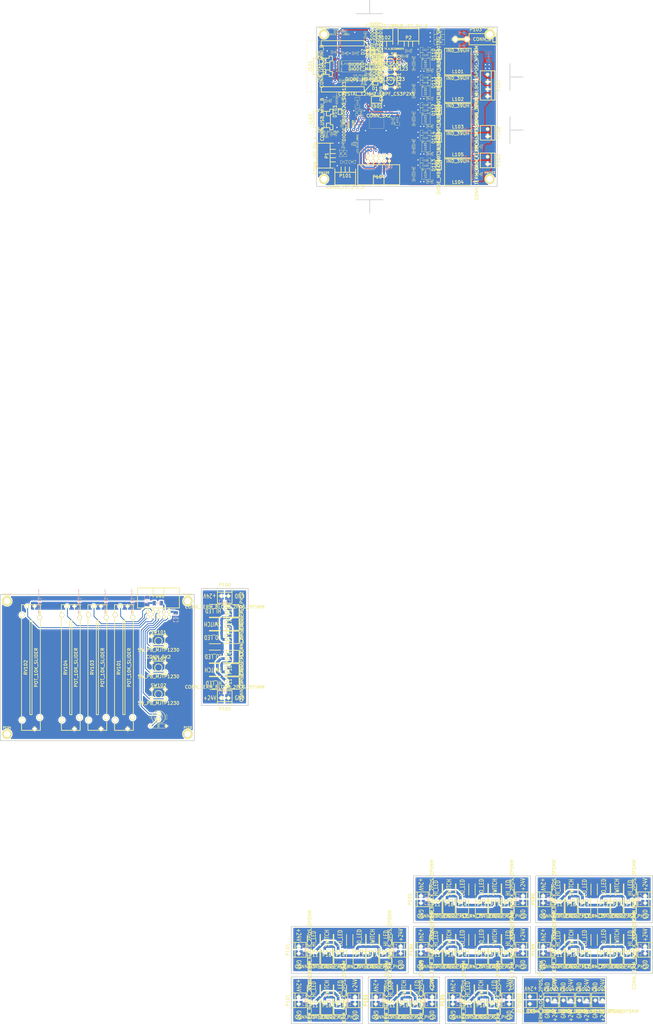
<source format=kicad_pcb>
(kicad_pcb (version 3) (host pcbnew "(2013-mar-13)-testing")
  (title_block (date "27 mar 2013"))
  (layers (15 Front signal) (0 Back signal) (18 B.Paste user) (19 F.Paste user) (20 B.SilkS user) (21 F.SilkS user) (22 B.Mask user) (23 F.Mask user) (28 Edge.Cuts user))
  (net 0 "")
  (net 1 +24V)
  (net 2 +3.3V)
  (net 3 +5V)
  (net 4 /AD1)
  (net 5 /AD2)
  (net 6 /AD3)
  (net 7 /AD4)
  (net 8 /BLU_DIM)
  (net 9 /BLU_FS)
  (net 10 /BLU_IADJ)
  (net 11 /BLU_OUT)
  (net 12 /BLU_SW)
  (net 13 /BLU_VCC)
  (net 14 /BOOTSEL_RESET)
  (net 15 /BOOT_SEL)
  (net 16 /EXTRA_AD)
  (net 17 /GRN_DIM)
  (net 18 /GRN_FS)
  (net 19 /GRN_IADJ)
  (net 20 /GRN_OUT)
  (net 21 /GRN_SW)
  (net 22 /GRN_VCC)
  (net 23 /IIC_SCL)
  (net 24 /IIC_SDA)
  (net 25 /MOTION_DET)
  (net 26 /RED_DIM)
  (net 27 /RED_FS)
  (net 28 /RED_IADJ)
  (net 29 /RED_OUT)
  (net 30 /RED_SW)
  (net 31 /RED_VCC)
  (net 32 /RELAY_EN)
  (net 33 /SER_RX_LED)
  (net 34 /SER_RX_LED_R)
  (net 35 /SER_TX_LED)
  (net 36 /SER_TX_LED_R)
  (net 37 /SER_UCTOUSB)
  (net 38 /SER_USBTOUC)
  (net 39 /SER_USB_D)
  (net 40 /STRIP1_12V)
  (net 41 /STRIP2_12V)
  (net 42 /STRIP_GND)
  (net 43 /SW1)
  (net 44 /SW2)
  (net 45 /SW3)
  (net 46 /SW4)
  (net 47 /UC_D)
  (net 48 /UC_D_PU)
  (net 49 /UC_USB_CONNECT)
  (net 50 /UC_VBUS)
  (net 51 /UC_XI)
  (net 52 /UC_XO)
  (net 53 /USBTOUC_BOOT_SEL)
  (net 54 /WW2_DIM)
  (net 55 /WW2_FS)
  (net 56 /WW2_IADJ)
  (net 57 /WW2_OUT)
  (net 58 /WW2_SW)
  (net 59 /WW2_VCC)
  (net 60 /WW_DIM)
  (net 61 /WW_FS)
  (net 62 /WW_IADJ)
  (net 63 /WW_OUT)
  (net 64 /WW_SW)
  (net 65 /WW_VCC)
  (net 66 /XB_BOOT_SEL)
  (net 67 /XB_RSSI)
  (net 68 /~SER_RST)
  (net 69 /~SER_USB_D)
  (net 70 /~UC_D)
  (net 71 /~UC_RESET)
  (net 72 /~USBTOUC_RESET)
  (net 73 /~XBEETOUC_RESET)
  (net 74 GND)
  (net 75 N-0000010)
  (net 76 N-0000011)
  (net 77 N-00000118)
  (net 78 N-0000012)
  (net 79 N-0000013)
  (net 80 N-0000014)
  (net 81 N-0000016)
  (net 82 N-0000018)
  (net 83 N-0000019)
  (net 84 N-0000020)
  (net 85 N-0000021)
  (net 86 N-0000028)
  (net 87 N-0000042)
  (net 88 N-0000064)
  (net 89 N-0000065)
  (net 90 N-0000066)
  (net 91 N-000009)
  (module JST_PH_2_TH_RA (layer Front) (at 239.903 332.232 180)
    (fp_text reference P11 (at 0 4.35102 180) (layer F.SilkS) (effects (font (thickness 0.3048))))
    (fp_text value CONN_JST_PH_2 (at 0 -1.15062 180) (layer F.SilkS) (effects (font (thickness 0.3048))))
    (pad 2 thru_hole circle (at -1.00076 6.25094 180) (size 1.39954 1.39954) (drill 0.70104) (layers *.Cu *.Mask F.SilkS) (net 40 /STRIP1_12V))
    (pad 1 thru_hole circle (at 1.00076 6.25094 180) (size 1.39954 1.39954) (drill 0.70104) (layers *.Cu *.Mask F.SilkS) (net 1 +24V))
  )
  (module JST_PH_2_TH_RA (layer Front) (at 252.603 332.232 180)
    (fp_text reference P14 (at 0 4.35102 180) (layer F.SilkS) (effects (font (thickness 0.3048))))
    (fp_text value CONN_JST_PH_2 (at 0 -1.15062 180) (layer F.SilkS) (effects (font (thickness 0.3048))))
    (pad 2 thru_hole circle (at -1.00076 6.25094 180) (size 1.39954 1.39954) (drill 0.70104) (layers *.Cu *.Mask F.SilkS) (net 42 /STRIP_GND))
    (pad 1 thru_hole circle (at 1.00076 6.25094 180) (size 1.39954 1.39954) (drill 0.70104) (layers *.Cu *.Mask F.SilkS) (net 40 /STRIP1_12V))
  )
  (module JST_PH_2_TH_RA (layer Front) (at 246.253 332.232 180)
    (fp_text reference P16 (at 0 4.35102 180) (layer F.SilkS) (effects (font (thickness 0.3048))))
    (fp_text value CONN_JST_PH_2 (at 0 -1.15062 180) (layer F.SilkS) (effects (font (thickness 0.3048))))
    (pad 2 thru_hole circle (at -1.00076 6.25094 180) (size 1.39954 1.39954) (drill 0.70104) (layers *.Cu *.Mask F.SilkS) (net 74 GND))
    (pad 1 thru_hole circle (at 1.00076 6.25094 180) (size 1.39954 1.39954) (drill 0.70104) (layers *.Cu *.Mask F.SilkS) (net 42 /STRIP_GND))
  )
  (module CONN_TERM_BLOCK_2POS_3P5MM (layer Front) (at 232.791 325.374 90)
    (fp_text reference P101 (at 0 -5.25018 90) (layer F.SilkS) (effects (font (thickness 0.3048))))
    (fp_text value CONN_TERM_BLOCK_2POS_3P5MM (at 0 5.25018 90) (layer F.SilkS) (effects (font (thickness 0.3048))))
    (pad 1 thru_hole circle (at 1.75006 0 90) (size 1.80086 1.80086) (drill 1.19888) (layers *.Cu *.Mask F.SilkS) (net 1 +24V))
    (pad 2 thru_hole circle (at -1.75006 0 90) (size 1.80086 1.80086) (drill 1.19888) (layers *.Cu *.Mask F.SilkS) (net 74 GND))
  )
  (module CONN_TERM_BLOCK_2POS_3P5MM (layer Front) (at 259.715 325.374 270)
    (fp_text reference P100 (at 0 -5.25018 270) (layer F.SilkS) (effects (font (thickness 0.3048))))
    (fp_text value CONN_TERM_BLOCK_2POS_3P5MM (at 0 5.25018 270) (layer F.SilkS) (effects (font (thickness 0.3048))))
    (pad 1 thru_hole circle (at 1.75006 0 270) (size 1.80086 1.80086) (drill 1.19888) (layers *.Cu *.Mask F.SilkS) (net 74 GND))
    (pad 2 thru_hole circle (at -1.75006 0 270) (size 1.80086 1.80086) (drill 1.19888) (layers *.Cu *.Mask F.SilkS) (net 1 +24V))
  )
  (module SM1206 (layer Back) (at 235.839 325.374 270)
    (fp_text reference C101 (at 0 0 270) (layer B.SilkS) (effects (font (size 0.762 0.762) (thickness 0.127)) (justify mirror)))
    (fp_text value CAP_2P2UF_10P_50V_X5R_1206 hide)
    (pad 1 smd rect (at -1.651 0 270) (size 1.524 2.032) (layers Back B.Paste B.Mask) (net 1 +24V))
    (pad 2 smd rect (at 1.651 0 270) (size 1.524 2.032) (layers Back B.Paste B.Mask) (net 74 GND))
  )
  (module SM1206 (layer Back) (at 256.413 325.374 270)
    (fp_text reference C102 (at 0 0 270) (layer B.SilkS) (effects (font (size 0.762 0.762) (thickness 0.127)) (justify mirror)))
    (fp_text value CAP_2P2UF_10P_50V_X5R_1206 hide)
    (pad 1 smd rect (at -1.651 0 270) (size 1.524 2.032) (layers Back B.Paste B.Mask) (net 1 +24V))
    (pad 2 smd rect (at 1.651 0 270) (size 1.524 2.032) (layers Back B.Paste B.Mask) (net 74 GND))
  )
  (module JST_PH_2_TH_RA (layer Front) (at 203.073 332.232 180)
    (fp_text reference P11 (at 0 4.35102 180) (layer F.SilkS) (effects (font (thickness 0.3048))))
    (fp_text value CONN_JST_PH_2 (at 0 -1.15062 180) (layer F.SilkS) (effects (font (thickness 0.3048))))
    (pad 2 thru_hole circle (at -1.00076 6.25094 180) (size 1.39954 1.39954) (drill 0.70104) (layers *.Cu *.Mask F.SilkS) (net 40 /STRIP1_12V))
    (pad 1 thru_hole circle (at 1.00076 6.25094 180) (size 1.39954 1.39954) (drill 0.70104) (layers *.Cu *.Mask F.SilkS) (net 1 +24V))
  )
  (module JST_PH_2_TH_RA (layer Front) (at 215.773 332.232 180)
    (fp_text reference P14 (at 0 4.35102 180) (layer F.SilkS) (effects (font (thickness 0.3048))))
    (fp_text value CONN_JST_PH_2 (at 0 -1.15062 180) (layer F.SilkS) (effects (font (thickness 0.3048))))
    (pad 2 thru_hole circle (at -1.00076 6.25094 180) (size 1.39954 1.39954) (drill 0.70104) (layers *.Cu *.Mask F.SilkS) (net 42 /STRIP_GND))
    (pad 1 thru_hole circle (at 1.00076 6.25094 180) (size 1.39954 1.39954) (drill 0.70104) (layers *.Cu *.Mask F.SilkS) (net 40 /STRIP1_12V))
  )
  (module JST_PH_2_TH_RA (layer Front) (at 209.423 332.232 180)
    (fp_text reference P16 (at 0 4.35102 180) (layer F.SilkS) (effects (font (thickness 0.3048))))
    (fp_text value CONN_JST_PH_2 (at 0 -1.15062 180) (layer F.SilkS) (effects (font (thickness 0.3048))))
    (pad 2 thru_hole circle (at -1.00076 6.25094 180) (size 1.39954 1.39954) (drill 0.70104) (layers *.Cu *.Mask F.SilkS) (net 74 GND))
    (pad 1 thru_hole circle (at 1.00076 6.25094 180) (size 1.39954 1.39954) (drill 0.70104) (layers *.Cu *.Mask F.SilkS) (net 42 /STRIP_GND))
  )
  (module CONN_TERM_BLOCK_2POS_3P5MM (layer Front) (at 195.961 325.374 90)
    (fp_text reference P101 (at 0 -5.25018 90) (layer F.SilkS) (effects (font (thickness 0.3048))))
    (fp_text value CONN_TERM_BLOCK_2POS_3P5MM (at 0 5.25018 90) (layer F.SilkS) (effects (font (thickness 0.3048))))
    (pad 1 thru_hole circle (at 1.75006 0 90) (size 1.80086 1.80086) (drill 1.19888) (layers *.Cu *.Mask F.SilkS) (net 1 +24V))
    (pad 2 thru_hole circle (at -1.75006 0 90) (size 1.80086 1.80086) (drill 1.19888) (layers *.Cu *.Mask F.SilkS) (net 74 GND))
  )
  (module CONN_TERM_BLOCK_2POS_3P5MM (layer Front) (at 222.885 325.374 270)
    (fp_text reference P100 (at 0 -5.25018 270) (layer F.SilkS) (effects (font (thickness 0.3048))))
    (fp_text value CONN_TERM_BLOCK_2POS_3P5MM (at 0 5.25018 270) (layer F.SilkS) (effects (font (thickness 0.3048))))
    (pad 1 thru_hole circle (at 1.75006 0 270) (size 1.80086 1.80086) (drill 1.19888) (layers *.Cu *.Mask F.SilkS) (net 74 GND))
    (pad 2 thru_hole circle (at -1.75006 0 270) (size 1.80086 1.80086) (drill 1.19888) (layers *.Cu *.Mask F.SilkS) (net 1 +24V))
  )
  (module SM1206 (layer Back) (at 199.009 325.374 270)
    (fp_text reference C101 (at 0 0 270) (layer B.SilkS) (effects (font (size 0.762 0.762) (thickness 0.127)) (justify mirror)))
    (fp_text value CAP_2P2UF_10P_50V_X5R_1206 hide)
    (pad 1 smd rect (at -1.651 0 270) (size 1.524 2.032) (layers Back B.Paste B.Mask) (net 1 +24V))
    (pad 2 smd rect (at 1.651 0 270) (size 1.524 2.032) (layers Back B.Paste B.Mask) (net 74 GND))
  )
  (module SM1206 (layer Back) (at 219.583 325.374 270)
    (fp_text reference C102 (at 0 0 270) (layer B.SilkS) (effects (font (size 0.762 0.762) (thickness 0.127)) (justify mirror)))
    (fp_text value CAP_2P2UF_10P_50V_X5R_1206 hide)
    (pad 1 smd rect (at -1.651 0 270) (size 1.524 2.032) (layers Back B.Paste B.Mask) (net 1 +24V))
    (pad 2 smd rect (at 1.651 0 270) (size 1.524 2.032) (layers Back B.Paste B.Mask) (net 74 GND))
  )
  (module JST_PH_2_TH_RA (layer Front) (at 194.437 308.102 180)
    (fp_text reference P17 (at 0 4.35102 180) (layer F.SilkS) (effects (font (thickness 0.3048))))
    (fp_text value CONN_JST_PH_2 (at 0 -1.15062 180) (layer F.SilkS) (effects (font (thickness 0.3048))))
    (pad 2 thru_hole circle (at -1.00076 6.25094 180) (size 1.39954 1.39954) (drill 0.70104) (layers *.Cu *.Mask F.SilkS) (net 74 GND))
    (pad 1 thru_hole circle (at 1.00076 6.25094 180) (size 1.39954 1.39954) (drill 0.70104) (layers *.Cu *.Mask F.SilkS) (net 42 /STRIP_GND))
  )
  (module JST_PH_2_TH_RA (layer Front) (at 200.787 308.102 180)
    (fp_text reference P10 (at 0 4.35102 180) (layer F.SilkS) (effects (font (thickness 0.3048))))
    (fp_text value CONN_JST_PH_2 (at 0 -1.15062 180) (layer F.SilkS) (effects (font (thickness 0.3048))))
    (pad 2 thru_hole circle (at -1.00076 6.25094 180) (size 1.39954 1.39954) (drill 0.70104) (layers *.Cu *.Mask F.SilkS) (net 41 /STRIP2_12V))
    (pad 1 thru_hole circle (at 1.00076 6.25094 180) (size 1.39954 1.39954) (drill 0.70104) (layers *.Cu *.Mask F.SilkS) (net 1 +24V))
  )
  (module JST_PH_2_TH_RA (layer Front) (at 166.243 308.102 180)
    (fp_text reference P11 (at 0 4.35102 180) (layer F.SilkS) (effects (font (thickness 0.3048))))
    (fp_text value CONN_JST_PH_2 (at 0 -1.15062 180) (layer F.SilkS) (effects (font (thickness 0.3048))))
    (pad 2 thru_hole circle (at -1.00076 6.25094 180) (size 1.39954 1.39954) (drill 0.70104) (layers *.Cu *.Mask F.SilkS) (net 40 /STRIP1_12V))
    (pad 1 thru_hole circle (at 1.00076 6.25094 180) (size 1.39954 1.39954) (drill 0.70104) (layers *.Cu *.Mask F.SilkS) (net 1 +24V))
  )
  (module JST_PH_2_TH_RA (layer Front) (at 188.087 308.102 180)
    (fp_text reference P13 (at 0 4.35102 180) (layer F.SilkS) (effects (font (thickness 0.3048))))
    (fp_text value CONN_JST_PH_2 (at 0 -1.15062 180) (layer F.SilkS) (effects (font (thickness 0.3048))))
    (pad 2 thru_hole circle (at -1.00076 6.25094 180) (size 1.39954 1.39954) (drill 0.70104) (layers *.Cu *.Mask F.SilkS) (net 42 /STRIP_GND))
    (pad 1 thru_hole circle (at 1.00076 6.25094 180) (size 1.39954 1.39954) (drill 0.70104) (layers *.Cu *.Mask F.SilkS) (net 41 /STRIP2_12V))
  )
  (module JST_PH_2_TH_RA (layer Front) (at 178.943 308.102 180)
    (fp_text reference P14 (at 0 4.35102 180) (layer F.SilkS) (effects (font (thickness 0.3048))))
    (fp_text value CONN_JST_PH_2 (at 0 -1.15062 180) (layer F.SilkS) (effects (font (thickness 0.3048))))
    (pad 2 thru_hole circle (at -1.00076 6.25094 180) (size 1.39954 1.39954) (drill 0.70104) (layers *.Cu *.Mask F.SilkS) (net 42 /STRIP_GND))
    (pad 1 thru_hole circle (at 1.00076 6.25094 180) (size 1.39954 1.39954) (drill 0.70104) (layers *.Cu *.Mask F.SilkS) (net 40 /STRIP1_12V))
  )
  (module JST_PH_2_TH_RA (layer Front) (at 172.593 308.102 180)
    (fp_text reference P16 (at 0 4.35102 180) (layer F.SilkS) (effects (font (thickness 0.3048))))
    (fp_text value CONN_JST_PH_2 (at 0 -1.15062 180) (layer F.SilkS) (effects (font (thickness 0.3048))))
    (pad 2 thru_hole circle (at -1.00076 6.25094 180) (size 1.39954 1.39954) (drill 0.70104) (layers *.Cu *.Mask F.SilkS) (net 74 GND))
    (pad 1 thru_hole circle (at 1.00076 6.25094 180) (size 1.39954 1.39954) (drill 0.70104) (layers *.Cu *.Mask F.SilkS) (net 42 /STRIP_GND))
  )
  (module CONN_TERM_BLOCK_2POS_3P5MM (layer Front) (at 159.131 301.244 90)
    (fp_text reference P101 (at 0 -5.25018 90) (layer F.SilkS) (effects (font (thickness 0.3048))))
    (fp_text value CONN_TERM_BLOCK_2POS_3P5MM (at 0 5.25018 90) (layer F.SilkS) (effects (font (thickness 0.3048))))
    (pad 1 thru_hole circle (at 1.75006 0 90) (size 1.80086 1.80086) (drill 1.19888) (layers *.Cu *.Mask F.SilkS) (net 1 +24V))
    (pad 2 thru_hole circle (at -1.75006 0 90) (size 1.80086 1.80086) (drill 1.19888) (layers *.Cu *.Mask F.SilkS) (net 74 GND))
  )
  (module CONN_TERM_BLOCK_2POS_3P5MM (layer Front) (at 207.899 301.244 270)
    (fp_text reference P100 (at 0 -5.25018 270) (layer F.SilkS) (effects (font (thickness 0.3048))))
    (fp_text value CONN_TERM_BLOCK_2POS_3P5MM (at 0 5.25018 270) (layer F.SilkS) (effects (font (thickness 0.3048))))
    (pad 1 thru_hole circle (at 1.75006 0 270) (size 1.80086 1.80086) (drill 1.19888) (layers *.Cu *.Mask F.SilkS) (net 74 GND))
    (pad 2 thru_hole circle (at -1.75006 0 270) (size 1.80086 1.80086) (drill 1.19888) (layers *.Cu *.Mask F.SilkS) (net 1 +24V))
  )
  (module SM1206 (layer Back) (at 162.179 301.244 270)
    (fp_text reference C101 (at 0 0 270) (layer B.SilkS) (effects (font (size 0.762 0.762) (thickness 0.127)) (justify mirror)))
    (fp_text value CAP_2P2UF_10P_50V_X5R_1206 hide)
    (pad 1 smd rect (at -1.651 0 270) (size 1.524 2.032) (layers Back B.Paste B.Mask) (net 1 +24V))
    (pad 2 smd rect (at 1.651 0 270) (size 1.524 2.032) (layers Back B.Paste B.Mask) (net 74 GND))
  )
  (module SM1206 (layer Back) (at 204.851 301.244 270)
    (fp_text reference C102 (at 0 0 270) (layer B.SilkS) (effects (font (size 0.762 0.762) (thickness 0.127)) (justify mirror)))
    (fp_text value CAP_2P2UF_10P_50V_X5R_1206 hide)
    (pad 1 smd rect (at -1.651 0 270) (size 1.524 2.032) (layers Back B.Paste B.Mask) (net 1 +24V))
    (pad 2 smd rect (at 1.651 0 270) (size 1.524 2.032) (layers Back B.Paste B.Mask) (net 74 GND))
  )
  (module SM1206 (layer Back) (at 263.271 301.244 270)
    (fp_text reference C102 (at 0 0 270) (layer B.SilkS) (effects (font (size 0.762 0.762) (thickness 0.127)) (justify mirror)))
    (fp_text value CAP_2P2UF_10P_50V_X5R_1206 hide)
    (pad 1 smd rect (at -1.651 0 270) (size 1.524 2.032) (layers Back B.Paste B.Mask) (net 1 +24V))
    (pad 2 smd rect (at 1.651 0 270) (size 1.524 2.032) (layers Back B.Paste B.Mask) (net 74 GND))
  )
  (module SM1206 (layer Back) (at 220.599 301.244 270)
    (fp_text reference C101 (at 0 0 270) (layer B.SilkS) (effects (font (size 0.762 0.762) (thickness 0.127)) (justify mirror)))
    (fp_text value CAP_2P2UF_10P_50V_X5R_1206 hide)
    (pad 1 smd rect (at -1.651 0 270) (size 1.524 2.032) (layers Back B.Paste B.Mask) (net 1 +24V))
    (pad 2 smd rect (at 1.651 0 270) (size 1.524 2.032) (layers Back B.Paste B.Mask) (net 74 GND))
  )
  (module CONN_TERM_BLOCK_2POS_3P5MM (layer Front) (at 266.319 301.244 270)
    (fp_text reference P100 (at 0 -5.25018 270) (layer F.SilkS) (effects (font (thickness 0.3048))))
    (fp_text value CONN_TERM_BLOCK_2POS_3P5MM (at 0 5.25018 270) (layer F.SilkS) (effects (font (thickness 0.3048))))
    (pad 1 thru_hole circle (at 1.75006 0 270) (size 1.80086 1.80086) (drill 1.19888) (layers *.Cu *.Mask F.SilkS) (net 74 GND))
    (pad 2 thru_hole circle (at -1.75006 0 270) (size 1.80086 1.80086) (drill 1.19888) (layers *.Cu *.Mask F.SilkS) (net 1 +24V))
  )
  (module CONN_TERM_BLOCK_2POS_3P5MM (layer Front) (at 217.551 301.244 90)
    (fp_text reference P101 (at 0 -5.25018 90) (layer F.SilkS) (effects (font (thickness 0.3048))))
    (fp_text value CONN_TERM_BLOCK_2POS_3P5MM (at 0 5.25018 90) (layer F.SilkS) (effects (font (thickness 0.3048))))
    (pad 1 thru_hole circle (at 1.75006 0 90) (size 1.80086 1.80086) (drill 1.19888) (layers *.Cu *.Mask F.SilkS) (net 1 +24V))
    (pad 2 thru_hole circle (at -1.75006 0 90) (size 1.80086 1.80086) (drill 1.19888) (layers *.Cu *.Mask F.SilkS) (net 74 GND))
  )
  (module JST_PH_2_TH_RA (layer Front) (at 231.013 308.102 180)
    (fp_text reference P16 (at 0 4.35102 180) (layer F.SilkS) (effects (font (thickness 0.3048))))
    (fp_text value CONN_JST_PH_2 (at 0 -1.15062 180) (layer F.SilkS) (effects (font (thickness 0.3048))))
    (pad 2 thru_hole circle (at -1.00076 6.25094 180) (size 1.39954 1.39954) (drill 0.70104) (layers *.Cu *.Mask F.SilkS) (net 74 GND))
    (pad 1 thru_hole circle (at 1.00076 6.25094 180) (size 1.39954 1.39954) (drill 0.70104) (layers *.Cu *.Mask F.SilkS) (net 42 /STRIP_GND))
  )
  (module JST_PH_2_TH_RA (layer Front) (at 237.363 308.102 180)
    (fp_text reference P14 (at 0 4.35102 180) (layer F.SilkS) (effects (font (thickness 0.3048))))
    (fp_text value CONN_JST_PH_2 (at 0 -1.15062 180) (layer F.SilkS) (effects (font (thickness 0.3048))))
    (pad 2 thru_hole circle (at -1.00076 6.25094 180) (size 1.39954 1.39954) (drill 0.70104) (layers *.Cu *.Mask F.SilkS) (net 42 /STRIP_GND))
    (pad 1 thru_hole circle (at 1.00076 6.25094 180) (size 1.39954 1.39954) (drill 0.70104) (layers *.Cu *.Mask F.SilkS) (net 40 /STRIP1_12V))
  )
  (module JST_PH_2_TH_RA (layer Front) (at 246.507 308.102 180)
    (fp_text reference P13 (at 0 4.35102 180) (layer F.SilkS) (effects (font (thickness 0.3048))))
    (fp_text value CONN_JST_PH_2 (at 0 -1.15062 180) (layer F.SilkS) (effects (font (thickness 0.3048))))
    (pad 2 thru_hole circle (at -1.00076 6.25094 180) (size 1.39954 1.39954) (drill 0.70104) (layers *.Cu *.Mask F.SilkS) (net 42 /STRIP_GND))
    (pad 1 thru_hole circle (at 1.00076 6.25094 180) (size 1.39954 1.39954) (drill 0.70104) (layers *.Cu *.Mask F.SilkS) (net 41 /STRIP2_12V))
  )
  (module JST_PH_2_TH_RA (layer Front) (at 224.663 308.102 180)
    (fp_text reference P11 (at 0 4.35102 180) (layer F.SilkS) (effects (font (thickness 0.3048))))
    (fp_text value CONN_JST_PH_2 (at 0 -1.15062 180) (layer F.SilkS) (effects (font (thickness 0.3048))))
    (pad 2 thru_hole circle (at -1.00076 6.25094 180) (size 1.39954 1.39954) (drill 0.70104) (layers *.Cu *.Mask F.SilkS) (net 40 /STRIP1_12V))
    (pad 1 thru_hole circle (at 1.00076 6.25094 180) (size 1.39954 1.39954) (drill 0.70104) (layers *.Cu *.Mask F.SilkS) (net 1 +24V))
  )
  (module JST_PH_2_TH_RA (layer Front) (at 259.207 308.102 180)
    (fp_text reference P10 (at 0 4.35102 180) (layer F.SilkS) (effects (font (thickness 0.3048))))
    (fp_text value CONN_JST_PH_2 (at 0 -1.15062 180) (layer F.SilkS) (effects (font (thickness 0.3048))))
    (pad 2 thru_hole circle (at -1.00076 6.25094 180) (size 1.39954 1.39954) (drill 0.70104) (layers *.Cu *.Mask F.SilkS) (net 41 /STRIP2_12V))
    (pad 1 thru_hole circle (at 1.00076 6.25094 180) (size 1.39954 1.39954) (drill 0.70104) (layers *.Cu *.Mask F.SilkS) (net 1 +24V))
  )
  (module JST_PH_2_TH_RA (layer Front) (at 252.857 308.102 180)
    (fp_text reference P17 (at 0 4.35102 180) (layer F.SilkS) (effects (font (thickness 0.3048))))
    (fp_text value CONN_JST_PH_2 (at 0 -1.15062 180) (layer F.SilkS) (effects (font (thickness 0.3048))))
    (pad 2 thru_hole circle (at -1.00076 6.25094 180) (size 1.39954 1.39954) (drill 0.70104) (layers *.Cu *.Mask F.SilkS) (net 74 GND))
    (pad 1 thru_hole circle (at 1.00076 6.25094 180) (size 1.39954 1.39954) (drill 0.70104) (layers *.Cu *.Mask F.SilkS) (net 42 /STRIP_GND))
  )
  (module JST_PH_2_TH_RA (layer Front) (at 311.277 308.102 180)
    (fp_text reference P17 (at 0 4.35102 180) (layer F.SilkS) (effects (font (thickness 0.3048))))
    (fp_text value CONN_JST_PH_2 (at 0 -1.15062 180) (layer F.SilkS) (effects (font (thickness 0.3048))))
    (pad 2 thru_hole circle (at -1.00076 6.25094 180) (size 1.39954 1.39954) (drill 0.70104) (layers *.Cu *.Mask F.SilkS) (net 74 GND))
    (pad 1 thru_hole circle (at 1.00076 6.25094 180) (size 1.39954 1.39954) (drill 0.70104) (layers *.Cu *.Mask F.SilkS) (net 42 /STRIP_GND))
  )
  (module JST_PH_2_TH_RA (layer Front) (at 317.627 308.102 180)
    (fp_text reference P10 (at 0 4.35102 180) (layer F.SilkS) (effects (font (thickness 0.3048))))
    (fp_text value CONN_JST_PH_2 (at 0 -1.15062 180) (layer F.SilkS) (effects (font (thickness 0.3048))))
    (pad 2 thru_hole circle (at -1.00076 6.25094 180) (size 1.39954 1.39954) (drill 0.70104) (layers *.Cu *.Mask F.SilkS) (net 41 /STRIP2_12V))
    (pad 1 thru_hole circle (at 1.00076 6.25094 180) (size 1.39954 1.39954) (drill 0.70104) (layers *.Cu *.Mask F.SilkS) (net 1 +24V))
  )
  (module JST_PH_2_TH_RA (layer Front) (at 283.083 308.102 180)
    (fp_text reference P11 (at 0 4.35102 180) (layer F.SilkS) (effects (font (thickness 0.3048))))
    (fp_text value CONN_JST_PH_2 (at 0 -1.15062 180) (layer F.SilkS) (effects (font (thickness 0.3048))))
    (pad 2 thru_hole circle (at -1.00076 6.25094 180) (size 1.39954 1.39954) (drill 0.70104) (layers *.Cu *.Mask F.SilkS) (net 40 /STRIP1_12V))
    (pad 1 thru_hole circle (at 1.00076 6.25094 180) (size 1.39954 1.39954) (drill 0.70104) (layers *.Cu *.Mask F.SilkS) (net 1 +24V))
  )
  (module JST_PH_2_TH_RA (layer Front) (at 304.927 308.102 180)
    (fp_text reference P13 (at 0 4.35102 180) (layer F.SilkS) (effects (font (thickness 0.3048))))
    (fp_text value CONN_JST_PH_2 (at 0 -1.15062 180) (layer F.SilkS) (effects (font (thickness 0.3048))))
    (pad 2 thru_hole circle (at -1.00076 6.25094 180) (size 1.39954 1.39954) (drill 0.70104) (layers *.Cu *.Mask F.SilkS) (net 42 /STRIP_GND))
    (pad 1 thru_hole circle (at 1.00076 6.25094 180) (size 1.39954 1.39954) (drill 0.70104) (layers *.Cu *.Mask F.SilkS) (net 41 /STRIP2_12V))
  )
  (module JST_PH_2_TH_RA (layer Front) (at 295.783 308.102 180)
    (fp_text reference P14 (at 0 4.35102 180) (layer F.SilkS) (effects (font (thickness 0.3048))))
    (fp_text value CONN_JST_PH_2 (at 0 -1.15062 180) (layer F.SilkS) (effects (font (thickness 0.3048))))
    (pad 2 thru_hole circle (at -1.00076 6.25094 180) (size 1.39954 1.39954) (drill 0.70104) (layers *.Cu *.Mask F.SilkS) (net 42 /STRIP_GND))
    (pad 1 thru_hole circle (at 1.00076 6.25094 180) (size 1.39954 1.39954) (drill 0.70104) (layers *.Cu *.Mask F.SilkS) (net 40 /STRIP1_12V))
  )
  (module JST_PH_2_TH_RA (layer Front) (at 289.433 308.102 180)
    (fp_text reference P16 (at 0 4.35102 180) (layer F.SilkS) (effects (font (thickness 0.3048))))
    (fp_text value CONN_JST_PH_2 (at 0 -1.15062 180) (layer F.SilkS) (effects (font (thickness 0.3048))))
    (pad 2 thru_hole circle (at -1.00076 6.25094 180) (size 1.39954 1.39954) (drill 0.70104) (layers *.Cu *.Mask F.SilkS) (net 74 GND))
    (pad 1 thru_hole circle (at 1.00076 6.25094 180) (size 1.39954 1.39954) (drill 0.70104) (layers *.Cu *.Mask F.SilkS) (net 42 /STRIP_GND))
  )
  (module CONN_TERM_BLOCK_2POS_3P5MM (layer Front) (at 275.971 301.244 90)
    (fp_text reference P101 (at 0 -5.25018 90) (layer F.SilkS) (effects (font (thickness 0.3048))))
    (fp_text value CONN_TERM_BLOCK_2POS_3P5MM (at 0 5.25018 90) (layer F.SilkS) (effects (font (thickness 0.3048))))
    (pad 1 thru_hole circle (at 1.75006 0 90) (size 1.80086 1.80086) (drill 1.19888) (layers *.Cu *.Mask F.SilkS) (net 1 +24V))
    (pad 2 thru_hole circle (at -1.75006 0 90) (size 1.80086 1.80086) (drill 1.19888) (layers *.Cu *.Mask F.SilkS) (net 74 GND))
  )
  (module CONN_TERM_BLOCK_2POS_3P5MM (layer Front) (at 324.739 301.244 270)
    (fp_text reference P100 (at 0 -5.25018 270) (layer F.SilkS) (effects (font (thickness 0.3048))))
    (fp_text value CONN_TERM_BLOCK_2POS_3P5MM (at 0 5.25018 270) (layer F.SilkS) (effects (font (thickness 0.3048))))
    (pad 1 thru_hole circle (at 1.75006 0 270) (size 1.80086 1.80086) (drill 1.19888) (layers *.Cu *.Mask F.SilkS) (net 74 GND))
    (pad 2 thru_hole circle (at -1.75006 0 270) (size 1.80086 1.80086) (drill 1.19888) (layers *.Cu *.Mask F.SilkS) (net 1 +24V))
  )
  (module SM1206 (layer Back) (at 279.019 301.244 270)
    (fp_text reference C101 (at 0 0 270) (layer B.SilkS) (effects (font (size 0.762 0.762) (thickness 0.127)) (justify mirror)))
    (fp_text value CAP_2P2UF_10P_50V_X5R_1206 hide)
    (pad 1 smd rect (at -1.651 0 270) (size 1.524 2.032) (layers Back B.Paste B.Mask) (net 1 +24V))
    (pad 2 smd rect (at 1.651 0 270) (size 1.524 2.032) (layers Back B.Paste B.Mask) (net 74 GND))
  )
  (module SM1206 (layer Back) (at 321.691 301.244 270)
    (fp_text reference C102 (at 0 0 270) (layer B.SilkS) (effects (font (size 0.762 0.762) (thickness 0.127)) (justify mirror)))
    (fp_text value CAP_2P2UF_10P_50V_X5R_1206 hide)
    (pad 1 smd rect (at -1.651 0 270) (size 1.524 2.032) (layers Back B.Paste B.Mask) (net 1 +24V))
    (pad 2 smd rect (at 1.651 0 270) (size 1.524 2.032) (layers Back B.Paste B.Mask) (net 74 GND))
  )
  (module SM1206 (layer Back) (at 321.691 277.114 270)
    (fp_text reference C102 (at 0 0 270) (layer B.SilkS) (effects (font (size 0.762 0.762) (thickness 0.127)) (justify mirror)))
    (fp_text value CAP_2P2UF_10P_50V_X5R_1206 hide)
    (pad 1 smd rect (at -1.651 0 270) (size 1.524 2.032) (layers Back B.Paste B.Mask) (net 1 +24V))
    (pad 2 smd rect (at 1.651 0 270) (size 1.524 2.032) (layers Back B.Paste B.Mask) (net 74 GND))
  )
  (module SM1206 (layer Back) (at 279.019 277.114 270)
    (fp_text reference C101 (at 0 0 270) (layer B.SilkS) (effects (font (size 0.762 0.762) (thickness 0.127)) (justify mirror)))
    (fp_text value CAP_2P2UF_10P_50V_X5R_1206 hide)
    (pad 1 smd rect (at -1.651 0 270) (size 1.524 2.032) (layers Back B.Paste B.Mask) (net 1 +24V))
    (pad 2 smd rect (at 1.651 0 270) (size 1.524 2.032) (layers Back B.Paste B.Mask) (net 74 GND))
  )
  (module CONN_TERM_BLOCK_2POS_3P5MM (layer Front) (at 324.739 277.114 270)
    (fp_text reference P100 (at 0 -5.25018 270) (layer F.SilkS) (effects (font (thickness 0.3048))))
    (fp_text value CONN_TERM_BLOCK_2POS_3P5MM (at 0 5.25018 270) (layer F.SilkS) (effects (font (thickness 0.3048))))
    (pad 1 thru_hole circle (at 1.75006 0 270) (size 1.80086 1.80086) (drill 1.19888) (layers *.Cu *.Mask F.SilkS) (net 74 GND))
    (pad 2 thru_hole circle (at -1.75006 0 270) (size 1.80086 1.80086) (drill 1.19888) (layers *.Cu *.Mask F.SilkS) (net 1 +24V))
  )
  (module CONN_TERM_BLOCK_2POS_3P5MM (layer Front) (at 275.971 277.114 90)
    (fp_text reference P101 (at 0 -5.25018 90) (layer F.SilkS) (effects (font (thickness 0.3048))))
    (fp_text value CONN_TERM_BLOCK_2POS_3P5MM (at 0 5.25018 90) (layer F.SilkS) (effects (font (thickness 0.3048))))
    (pad 1 thru_hole circle (at 1.75006 0 90) (size 1.80086 1.80086) (drill 1.19888) (layers *.Cu *.Mask F.SilkS) (net 1 +24V))
    (pad 2 thru_hole circle (at -1.75006 0 90) (size 1.80086 1.80086) (drill 1.19888) (layers *.Cu *.Mask F.SilkS) (net 74 GND))
  )
  (module JST_PH_2_TH_RA (layer Front) (at 289.433 283.972 180)
    (fp_text reference P16 (at 0 4.35102 180) (layer F.SilkS) (effects (font (thickness 0.3048))))
    (fp_text value CONN_JST_PH_2 (at 0 -1.15062 180) (layer F.SilkS) (effects (font (thickness 0.3048))))
    (pad 2 thru_hole circle (at -1.00076 6.25094 180) (size 1.39954 1.39954) (drill 0.70104) (layers *.Cu *.Mask F.SilkS) (net 74 GND))
    (pad 1 thru_hole circle (at 1.00076 6.25094 180) (size 1.39954 1.39954) (drill 0.70104) (layers *.Cu *.Mask F.SilkS) (net 42 /STRIP_GND))
  )
  (module JST_PH_2_TH_RA (layer Front) (at 295.783 283.972 180)
    (fp_text reference P14 (at 0 4.35102 180) (layer F.SilkS) (effects (font (thickness 0.3048))))
    (fp_text value CONN_JST_PH_2 (at 0 -1.15062 180) (layer F.SilkS) (effects (font (thickness 0.3048))))
    (pad 2 thru_hole circle (at -1.00076 6.25094 180) (size 1.39954 1.39954) (drill 0.70104) (layers *.Cu *.Mask F.SilkS) (net 42 /STRIP_GND))
    (pad 1 thru_hole circle (at 1.00076 6.25094 180) (size 1.39954 1.39954) (drill 0.70104) (layers *.Cu *.Mask F.SilkS) (net 40 /STRIP1_12V))
  )
  (module JST_PH_2_TH_RA (layer Front) (at 304.927 283.972 180)
    (fp_text reference P13 (at 0 4.35102 180) (layer F.SilkS) (effects (font (thickness 0.3048))))
    (fp_text value CONN_JST_PH_2 (at 0 -1.15062 180) (layer F.SilkS) (effects (font (thickness 0.3048))))
    (pad 2 thru_hole circle (at -1.00076 6.25094 180) (size 1.39954 1.39954) (drill 0.70104) (layers *.Cu *.Mask F.SilkS) (net 42 /STRIP_GND))
    (pad 1 thru_hole circle (at 1.00076 6.25094 180) (size 1.39954 1.39954) (drill 0.70104) (layers *.Cu *.Mask F.SilkS) (net 41 /STRIP2_12V))
  )
  (module JST_PH_2_TH_RA (layer Front) (at 283.083 283.972 180)
    (fp_text reference P11 (at 0 4.35102 180) (layer F.SilkS) (effects (font (thickness 0.3048))))
    (fp_text value CONN_JST_PH_2 (at 0 -1.15062 180) (layer F.SilkS) (effects (font (thickness 0.3048))))
    (pad 2 thru_hole circle (at -1.00076 6.25094 180) (size 1.39954 1.39954) (drill 0.70104) (layers *.Cu *.Mask F.SilkS) (net 40 /STRIP1_12V))
    (pad 1 thru_hole circle (at 1.00076 6.25094 180) (size 1.39954 1.39954) (drill 0.70104) (layers *.Cu *.Mask F.SilkS) (net 1 +24V))
  )
  (module JST_PH_2_TH_RA (layer Front) (at 317.627 283.972 180)
    (fp_text reference P10 (at 0 4.35102 180) (layer F.SilkS) (effects (font (thickness 0.3048))))
    (fp_text value CONN_JST_PH_2 (at 0 -1.15062 180) (layer F.SilkS) (effects (font (thickness 0.3048))))
    (pad 2 thru_hole circle (at -1.00076 6.25094 180) (size 1.39954 1.39954) (drill 0.70104) (layers *.Cu *.Mask F.SilkS) (net 41 /STRIP2_12V))
    (pad 1 thru_hole circle (at 1.00076 6.25094 180) (size 1.39954 1.39954) (drill 0.70104) (layers *.Cu *.Mask F.SilkS) (net 1 +24V))
  )
  (module JST_PH_2_TH_RA (layer Front) (at 311.277 283.972 180)
    (fp_text reference P17 (at 0 4.35102 180) (layer F.SilkS) (effects (font (thickness 0.3048))))
    (fp_text value CONN_JST_PH_2 (at 0 -1.15062 180) (layer F.SilkS) (effects (font (thickness 0.3048))))
    (pad 2 thru_hole circle (at -1.00076 6.25094 180) (size 1.39954 1.39954) (drill 0.70104) (layers *.Cu *.Mask F.SilkS) (net 74 GND))
    (pad 1 thru_hole circle (at 1.00076 6.25094 180) (size 1.39954 1.39954) (drill 0.70104) (layers *.Cu *.Mask F.SilkS) (net 42 /STRIP_GND))
  )
  (module JST_PH_2_TH_RA (layer Front) (at 252.857 283.972 180)
    (fp_text reference P17 (at 0 4.35102 180) (layer F.SilkS) (effects (font (thickness 0.3048))))
    (fp_text value CONN_JST_PH_2 (at 0 -1.15062 180) (layer F.SilkS) (effects (font (thickness 0.3048))))
    (pad 2 thru_hole circle (at -1.00076 6.25094 180) (size 1.39954 1.39954) (drill 0.70104) (layers *.Cu *.Mask F.SilkS) (net 74 GND))
    (pad 1 thru_hole circle (at 1.00076 6.25094 180) (size 1.39954 1.39954) (drill 0.70104) (layers *.Cu *.Mask F.SilkS) (net 42 /STRIP_GND))
  )
  (module JST_PH_2_TH_RA (layer Front) (at 259.207 283.972 180)
    (fp_text reference P10 (at 0 4.35102 180) (layer F.SilkS) (effects (font (thickness 0.3048))))
    (fp_text value CONN_JST_PH_2 (at 0 -1.15062 180) (layer F.SilkS) (effects (font (thickness 0.3048))))
    (pad 2 thru_hole circle (at -1.00076 6.25094 180) (size 1.39954 1.39954) (drill 0.70104) (layers *.Cu *.Mask F.SilkS) (net 41 /STRIP2_12V))
    (pad 1 thru_hole circle (at 1.00076 6.25094 180) (size 1.39954 1.39954) (drill 0.70104) (layers *.Cu *.Mask F.SilkS) (net 1 +24V))
  )
  (module JST_PH_2_TH_RA (layer Front) (at 224.663 283.972 180)
    (fp_text reference P11 (at 0 4.35102 180) (layer F.SilkS) (effects (font (thickness 0.3048))))
    (fp_text value CONN_JST_PH_2 (at 0 -1.15062 180) (layer F.SilkS) (effects (font (thickness 0.3048))))
    (pad 2 thru_hole circle (at -1.00076 6.25094 180) (size 1.39954 1.39954) (drill 0.70104) (layers *.Cu *.Mask F.SilkS) (net 40 /STRIP1_12V))
    (pad 1 thru_hole circle (at 1.00076 6.25094 180) (size 1.39954 1.39954) (drill 0.70104) (layers *.Cu *.Mask F.SilkS) (net 1 +24V))
  )
  (module JST_PH_2_TH_RA (layer Front) (at 246.507 283.972 180)
    (fp_text reference P13 (at 0 4.35102 180) (layer F.SilkS) (effects (font (thickness 0.3048))))
    (fp_text value CONN_JST_PH_2 (at 0 -1.15062 180) (layer F.SilkS) (effects (font (thickness 0.3048))))
    (pad 2 thru_hole circle (at -1.00076 6.25094 180) (size 1.39954 1.39954) (drill 0.70104) (layers *.Cu *.Mask F.SilkS) (net 42 /STRIP_GND))
    (pad 1 thru_hole circle (at 1.00076 6.25094 180) (size 1.39954 1.39954) (drill 0.70104) (layers *.Cu *.Mask F.SilkS) (net 41 /STRIP2_12V))
  )
  (module JST_PH_2_TH_RA (layer Front) (at 237.363 283.972 180)
    (fp_text reference P14 (at 0 4.35102 180) (layer F.SilkS) (effects (font (thickness 0.3048))))
    (fp_text value CONN_JST_PH_2 (at 0 -1.15062 180) (layer F.SilkS) (effects (font (thickness 0.3048))))
    (pad 2 thru_hole circle (at -1.00076 6.25094 180) (size 1.39954 1.39954) (drill 0.70104) (layers *.Cu *.Mask F.SilkS) (net 42 /STRIP_GND))
    (pad 1 thru_hole circle (at 1.00076 6.25094 180) (size 1.39954 1.39954) (drill 0.70104) (layers *.Cu *.Mask F.SilkS) (net 40 /STRIP1_12V))
  )
  (module JST_PH_2_TH_RA (layer Front) (at 231.013 283.972 180)
    (fp_text reference P16 (at 0 4.35102 180) (layer F.SilkS) (effects (font (thickness 0.3048))))
    (fp_text value CONN_JST_PH_2 (at 0 -1.15062 180) (layer F.SilkS) (effects (font (thickness 0.3048))))
    (pad 2 thru_hole circle (at -1.00076 6.25094 180) (size 1.39954 1.39954) (drill 0.70104) (layers *.Cu *.Mask F.SilkS) (net 74 GND))
    (pad 1 thru_hole circle (at 1.00076 6.25094 180) (size 1.39954 1.39954) (drill 0.70104) (layers *.Cu *.Mask F.SilkS) (net 42 /STRIP_GND))
  )
  (module CONN_TERM_BLOCK_2POS_3P5MM (layer Front) (at 217.551 277.114 90)
    (fp_text reference P101 (at 0 -5.25018 90) (layer F.SilkS) (effects (font (thickness 0.3048))))
    (fp_text value CONN_TERM_BLOCK_2POS_3P5MM (at 0 5.25018 90) (layer F.SilkS) (effects (font (thickness 0.3048))))
    (pad 1 thru_hole circle (at 1.75006 0 90) (size 1.80086 1.80086) (drill 1.19888) (layers *.Cu *.Mask F.SilkS) (net 1 +24V))
    (pad 2 thru_hole circle (at -1.75006 0 90) (size 1.80086 1.80086) (drill 1.19888) (layers *.Cu *.Mask F.SilkS) (net 74 GND))
  )
  (module CONN_TERM_BLOCK_2POS_3P5MM (layer Front) (at 266.319 277.114 270)
    (fp_text reference P100 (at 0 -5.25018 270) (layer F.SilkS) (effects (font (thickness 0.3048))))
    (fp_text value CONN_TERM_BLOCK_2POS_3P5MM (at 0 5.25018 270) (layer F.SilkS) (effects (font (thickness 0.3048))))
    (pad 1 thru_hole circle (at 1.75006 0 270) (size 1.80086 1.80086) (drill 1.19888) (layers *.Cu *.Mask F.SilkS) (net 74 GND))
    (pad 2 thru_hole circle (at -1.75006 0 270) (size 1.80086 1.80086) (drill 1.19888) (layers *.Cu *.Mask F.SilkS) (net 1 +24V))
  )
  (module SM1206 (layer Back) (at 220.599 277.114 270)
    (fp_text reference C101 (at 0 0 270) (layer B.SilkS) (effects (font (size 0.762 0.762) (thickness 0.127)) (justify mirror)))
    (fp_text value CAP_2P2UF_10P_50V_X5R_1206 hide)
    (pad 1 smd rect (at -1.651 0 270) (size 1.524 2.032) (layers Back B.Paste B.Mask) (net 1 +24V))
    (pad 2 smd rect (at 1.651 0 270) (size 1.524 2.032) (layers Back B.Paste B.Mask) (net 74 GND))
  )
  (module SM1206 (layer Back) (at 263.271 277.114 270)
    (fp_text reference C102 (at 0 0 270) (layer B.SilkS) (effects (font (size 0.762 0.762) (thickness 0.127)) (justify mirror)))
    (fp_text value CAP_2P2UF_10P_50V_X5R_1206 hide)
    (pad 1 smd rect (at -1.651 0 270) (size 1.524 2.032) (layers Back B.Paste B.Mask) (net 1 +24V))
    (pad 2 smd rect (at 1.651 0 270) (size 1.524 2.032) (layers Back B.Paste B.Mask) (net 74 GND))
  )
  (module SM1206 (layer Back) (at 182.753 325.374 270)
    (fp_text reference C102 (at 0 0 270) (layer B.SilkS) (effects (font (size 0.762 0.762) (thickness 0.127)) (justify mirror)))
    (fp_text value CAP_2P2UF_10P_50V_X5R_1206 hide)
    (pad 1 smd rect (at -1.651 0 270) (size 1.524 2.032) (layers Back B.Paste B.Mask) (net 1 +24V))
    (pad 2 smd rect (at 1.651 0 270) (size 1.524 2.032) (layers Back B.Paste B.Mask) (net 74 GND))
  )
  (module SM1206 (layer Back) (at 162.179 325.374 270)
    (fp_text reference C101 (at 0 0 270) (layer B.SilkS) (effects (font (size 0.762 0.762) (thickness 0.127)) (justify mirror)))
    (fp_text value CAP_2P2UF_10P_50V_X5R_1206 hide)
    (pad 1 smd rect (at -1.651 0 270) (size 1.524 2.032) (layers Back B.Paste B.Mask) (net 1 +24V))
    (pad 2 smd rect (at 1.651 0 270) (size 1.524 2.032) (layers Back B.Paste B.Mask) (net 74 GND))
  )
  (module CONN_TERM_BLOCK_2POS_3P5MM (layer Front) (at 186.055 325.374 270)
    (fp_text reference P100 (at 0 -5.25018 270) (layer F.SilkS) (effects (font (thickness 0.3048))))
    (fp_text value CONN_TERM_BLOCK_2POS_3P5MM (at 0 5.25018 270) (layer F.SilkS) (effects (font (thickness 0.3048))))
    (pad 1 thru_hole circle (at 1.75006 0 270) (size 1.80086 1.80086) (drill 1.19888) (layers *.Cu *.Mask F.SilkS) (net 74 GND))
    (pad 2 thru_hole circle (at -1.75006 0 270) (size 1.80086 1.80086) (drill 1.19888) (layers *.Cu *.Mask F.SilkS) (net 1 +24V))
  )
  (module CONN_TERM_BLOCK_2POS_3P5MM (layer Front) (at 159.131 325.374 90)
    (fp_text reference P101 (at 0 -5.25018 90) (layer F.SilkS) (effects (font (thickness 0.3048))))
    (fp_text value CONN_TERM_BLOCK_2POS_3P5MM (at 0 5.25018 90) (layer F.SilkS) (effects (font (thickness 0.3048))))
    (pad 1 thru_hole circle (at 1.75006 0 90) (size 1.80086 1.80086) (drill 1.19888) (layers *.Cu *.Mask F.SilkS) (net 1 +24V))
    (pad 2 thru_hole circle (at -1.75006 0 90) (size 1.80086 1.80086) (drill 1.19888) (layers *.Cu *.Mask F.SilkS) (net 74 GND))
  )
  (module JST_PH_2_TH_RA (layer Front) (at 172.593 332.232 180)
    (fp_text reference P16 (at 0 4.35102 180) (layer F.SilkS) (effects (font (thickness 0.3048))))
    (fp_text value CONN_JST_PH_2 (at 0 -1.15062 180) (layer F.SilkS) (effects (font (thickness 0.3048))))
    (pad 2 thru_hole circle (at -1.00076 6.25094 180) (size 1.39954 1.39954) (drill 0.70104) (layers *.Cu *.Mask F.SilkS) (net 74 GND))
    (pad 1 thru_hole circle (at 1.00076 6.25094 180) (size 1.39954 1.39954) (drill 0.70104) (layers *.Cu *.Mask F.SilkS) (net 42 /STRIP_GND))
  )
  (module JST_PH_2_TH_RA (layer Front) (at 178.943 332.232 180)
    (fp_text reference P14 (at 0 4.35102 180) (layer F.SilkS) (effects (font (thickness 0.3048))))
    (fp_text value CONN_JST_PH_2 (at 0 -1.15062 180) (layer F.SilkS) (effects (font (thickness 0.3048))))
    (pad 2 thru_hole circle (at -1.00076 6.25094 180) (size 1.39954 1.39954) (drill 0.70104) (layers *.Cu *.Mask F.SilkS) (net 42 /STRIP_GND))
    (pad 1 thru_hole circle (at 1.00076 6.25094 180) (size 1.39954 1.39954) (drill 0.70104) (layers *.Cu *.Mask F.SilkS) (net 40 /STRIP1_12V))
  )
  (module JST_PH_2_TH_RA (layer Front) (at 166.243 332.232 180)
    (fp_text reference P11 (at 0 4.35102 180) (layer F.SilkS) (effects (font (thickness 0.3048))))
    (fp_text value CONN_JST_PH_2 (at 0 -1.15062 180) (layer F.SilkS) (effects (font (thickness 0.3048))))
    (pad 2 thru_hole circle (at -1.00076 6.25094 180) (size 1.39954 1.39954) (drill 0.70104) (layers *.Cu *.Mask F.SilkS) (net 40 /STRIP1_12V))
    (pad 1 thru_hole circle (at 1.00076 6.25094 180) (size 1.39954 1.39954) (drill 0.70104) (layers *.Cu *.Mask F.SilkS) (net 1 +24V))
  )
  (module SM1206 (layer Back) (at 123.7615 135.1915)
    (fp_text reference C102 (at 0 0) (layer B.SilkS) (effects (font (size 0.762 0.762) (thickness 0.127)) (justify mirror)))
    (fp_text value CAP_2P2UF_10P_50V_X5R_1206 hide)
    (pad 1 smd rect (at -1.651 0) (size 1.524 2.032) (layers Back B.Paste B.Mask) (net 1 +24V))
    (pad 2 smd rect (at 1.651 0) (size 1.524 2.032) (layers Back B.Paste B.Mask) (net 74 GND))
  )
  (module SM1206 (layer Back) (at 123.7615 177.8635)
    (fp_text reference C101 (at 0 0) (layer B.SilkS) (effects (font (size 0.762 0.762) (thickness 0.127)) (justify mirror)))
    (fp_text value CAP_2P2UF_10P_50V_X5R_1206 hide)
    (pad 1 smd rect (at -1.651 0) (size 1.524 2.032) (layers Back B.Paste B.Mask) (net 1 +24V))
    (pad 2 smd rect (at 1.651 0) (size 1.524 2.032) (layers Back B.Paste B.Mask) (net 74 GND))
  )
  (module CONN_TERM_BLOCK_2POS_3P5MM (layer Front) (at 123.7615 132.1435)
    (fp_text reference P100 (at 0 -5.25018) (layer F.SilkS) (effects (font (thickness 0.3048))))
    (fp_text value CONN_TERM_BLOCK_2POS_3P5MM (at 0 5.25018) (layer F.SilkS) (effects (font (thickness 0.3048))))
    (pad 1 thru_hole circle (at 1.75006 0) (size 1.80086 1.80086) (drill 1.19888) (layers *.Cu *.Mask F.SilkS) (net 74 GND))
    (pad 2 thru_hole circle (at -1.75006 0) (size 1.80086 1.80086) (drill 1.19888) (layers *.Cu *.Mask F.SilkS) (net 1 +24V))
  )
  (module CONN_TERM_BLOCK_2POS_3P5MM (layer Front) (at 123.7615 180.9115 180)
    (fp_text reference P101 (at 0 -5.25018 180) (layer F.SilkS) (effects (font (thickness 0.3048))))
    (fp_text value CONN_TERM_BLOCK_2POS_3P5MM (at 0 5.25018 180) (layer F.SilkS) (effects (font (thickness 0.3048))))
    (pad 1 thru_hole circle (at 1.75006 0 180) (size 1.80086 1.80086) (drill 1.19888) (layers *.Cu *.Mask F.SilkS) (net 1 +24V))
    (pad 2 thru_hole circle (at -1.75006 0 180) (size 1.80086 1.80086) (drill 1.19888) (layers *.Cu *.Mask F.SilkS) (net 74 GND))
  )
  (module JST_PH_2_TH_RA (layer Front) (at 130.6195 167.4495 270)
    (fp_text reference P16 (at 0 4.35102 270) (layer F.SilkS) (effects (font (thickness 0.3048))))
    (fp_text value CONN_JST_PH_2 (at 0 -1.15062 270) (layer F.SilkS) (effects (font (thickness 0.3048))))
    (pad 2 thru_hole circle (at -1.00076 6.25094 270) (size 1.39954 1.39954) (drill 0.70104) (layers *.Cu *.Mask F.SilkS) (net 74 GND))
    (pad 1 thru_hole circle (at 1.00076 6.25094 270) (size 1.39954 1.39954) (drill 0.70104) (layers *.Cu *.Mask F.SilkS) (net 42 /STRIP_GND))
  )
  (module JST_PH_2_TH_RA (layer Front) (at 130.6195 161.0995 270)
    (fp_text reference P14 (at 0 4.35102 270) (layer F.SilkS) (effects (font (thickness 0.3048))))
    (fp_text value CONN_JST_PH_2 (at 0 -1.15062 270) (layer F.SilkS) (effects (font (thickness 0.3048))))
    (pad 2 thru_hole circle (at -1.00076 6.25094 270) (size 1.39954 1.39954) (drill 0.70104) (layers *.Cu *.Mask F.SilkS) (net 42 /STRIP_GND))
    (pad 1 thru_hole circle (at 1.00076 6.25094 270) (size 1.39954 1.39954) (drill 0.70104) (layers *.Cu *.Mask F.SilkS) (net 40 /STRIP1_12V))
  )
  (module JST_PH_2_TH_RA (layer Front) (at 130.6195 151.9555 270)
    (fp_text reference P13 (at 0 4.35102 270) (layer F.SilkS) (effects (font (thickness 0.3048))))
    (fp_text value CONN_JST_PH_2 (at 0 -1.15062 270) (layer F.SilkS) (effects (font (thickness 0.3048))))
    (pad 2 thru_hole circle (at -1.00076 6.25094 270) (size 1.39954 1.39954) (drill 0.70104) (layers *.Cu *.Mask F.SilkS) (net 42 /STRIP_GND))
    (pad 1 thru_hole circle (at 1.00076 6.25094 270) (size 1.39954 1.39954) (drill 0.70104) (layers *.Cu *.Mask F.SilkS) (net 41 /STRIP2_12V))
  )
  (module JST_PH_2_TH_RA (layer Front) (at 130.6195 173.7995 270)
    (fp_text reference P11 (at 0 4.35102 270) (layer F.SilkS) (effects (font (thickness 0.3048))))
    (fp_text value CONN_JST_PH_2 (at 0 -1.15062 270) (layer F.SilkS) (effects (font (thickness 0.3048))))
    (pad 2 thru_hole circle (at -1.00076 6.25094 270) (size 1.39954 1.39954) (drill 0.70104) (layers *.Cu *.Mask F.SilkS) (net 40 /STRIP1_12V))
    (pad 1 thru_hole circle (at 1.00076 6.25094 270) (size 1.39954 1.39954) (drill 0.70104) (layers *.Cu *.Mask F.SilkS) (net 1 +24V))
  )
  (module JST_PH_2_TH_RA (layer Front) (at 130.6195 139.2555 270)
    (fp_text reference P10 (at 0 4.35102 270) (layer F.SilkS) (effects (font (thickness 0.3048))))
    (fp_text value CONN_JST_PH_2 (at 0 -1.15062 270) (layer F.SilkS) (effects (font (thickness 0.3048))))
    (pad 2 thru_hole circle (at -1.00076 6.25094 270) (size 1.39954 1.39954) (drill 0.70104) (layers *.Cu *.Mask F.SilkS) (net 41 /STRIP2_12V))
    (pad 1 thru_hole circle (at 1.00076 6.25094 270) (size 1.39954 1.39954) (drill 0.70104) (layers *.Cu *.Mask F.SilkS) (net 1 +24V))
  )
  (module JST_PH_2_TH_RA (layer Front) (at 130.6195 145.6055 270)
    (fp_text reference P17 (at 0 4.35102 270) (layer F.SilkS) (effects (font (thickness 0.3048))))
    (fp_text value CONN_JST_PH_2 (at 0 -1.15062 270) (layer F.SilkS) (effects (font (thickness 0.3048))))
    (pad 2 thru_hole circle (at -1.00076 6.25094 270) (size 1.39954 1.39954) (drill 0.70104) (layers *.Cu *.Mask F.SilkS) (net 74 GND))
    (pad 1 thru_hole circle (at 1.00076 6.25094 270) (size 1.39954 1.39954) (drill 0.70104) (layers *.Cu *.Mask F.SilkS) (net 42 /STRIP_GND))
  )
  (module CONN_TERM_BLOCK_2POS_3P5MM (layer Front) (at 302.641 325.374)
    (fp_text reference P1001 (at 0 -5.25018) (layer F.SilkS) (effects (font (thickness 0.3048))))
    (fp_text value CONN_TERM_BLOCK_2POS_3P5MM (at 0 5.25018) (layer F.SilkS) (effects (font (thickness 0.3048))))
    (pad 1 thru_hole circle (at 1.75006 0) (size 1.80086 1.80086) (drill 1.19888) (layers *.Cu *.Mask F.SilkS) (net 1 +24V))
    (pad 2 thru_hole circle (at -1.75006 0) (size 1.80086 1.80086) (drill 1.19888) (layers *.Cu *.Mask F.SilkS) (net 74 GND))
  )
  (module CONN_TERM_BLOCK_2POS_3P5MM (layer Front) (at 295.021 325.374)
    (fp_text reference P1002 (at 0 -5.25018) (layer F.SilkS) (effects (font (thickness 0.3048))))
    (fp_text value CONN_TERM_BLOCK_2POS_3P5MM (at 0 5.25018) (layer F.SilkS) (effects (font (thickness 0.3048))))
    (pad 1 thru_hole circle (at 1.75006 0) (size 1.80086 1.80086) (drill 1.19888) (layers *.Cu *.Mask F.SilkS) (net 1 +24V))
    (pad 2 thru_hole circle (at -1.75006 0) (size 1.80086 1.80086) (drill 1.19888) (layers *.Cu *.Mask F.SilkS) (net 74 GND))
  )
  (module CONN_TERM_BLOCK_2POS_3P5MM (layer Front) (at 279.781 325.374)
    (fp_text reference P1003 (at 0 -5.25018) (layer F.SilkS) (effects (font (thickness 0.3048))))
    (fp_text value CONN_TERM_BLOCK_2POS_3P5MM (at 0 5.25018) (layer F.SilkS) (effects (font (thickness 0.3048))))
    (pad 1 thru_hole circle (at 1.75006 0) (size 1.80086 1.80086) (drill 1.19888) (layers *.Cu *.Mask F.SilkS) (net 1 +24V))
    (pad 2 thru_hole circle (at -1.75006 0) (size 1.80086 1.80086) (drill 1.19888) (layers *.Cu *.Mask F.SilkS) (net 74 GND))
  )
  (module CONN_TERM_BLOCK_2POS_3P5MM (layer Front) (at 287.401 325.374)
    (fp_text reference P1004 (at 0 -5.25018) (layer F.SilkS) (effects (font (thickness 0.3048))))
    (fp_text value CONN_TERM_BLOCK_2POS_3P5MM (at 0 5.25018) (layer F.SilkS) (effects (font (thickness 0.3048))))
    (pad 1 thru_hole circle (at 1.75006 0) (size 1.80086 1.80086) (drill 1.19888) (layers *.Cu *.Mask F.SilkS) (net 1 +24V))
    (pad 2 thru_hole circle (at -1.75006 0) (size 1.80086 1.80086) (drill 1.19888) (layers *.Cu *.Mask F.SilkS) (net 74 GND))
  )
  (module CONN_TERM_BLOCK_2POS_3P5MM (layer Front) (at 269.621 325.374 90)
    (fp_text reference P1005 (at 0 -5.25018 90) (layer F.SilkS) (effects (font (thickness 0.3048))))
    (fp_text value CONN_TERM_BLOCK_2POS_3P5MM (at 0 5.25018 90) (layer F.SilkS) (effects (font (thickness 0.3048))))
    (pad 1 thru_hole circle (at 1.75006 0 90) (size 1.80086 1.80086) (drill 1.19888) (layers *.Cu *.Mask F.SilkS) (net 1 +24V))
    (pad 2 thru_hole circle (at -1.75006 0 90) (size 1.80086 1.80086) (drill 1.19888) (layers *.Cu *.Mask F.SilkS) (net 74 GND))
  )
  (module TACT_SW_TH_6x6 (layer Front) (at 92.075 153.67)
    (fp_text reference SW101 (at 0 -4.20116) (layer F.SilkS) (effects (font (thickness 0.3048))))
    (fp_text value SW_PB_MJTP1230 (at 0 4.30022) (layer F.SilkS) (effects (font (thickness 0.3048))))
    (pad 1 thru_hole circle (at 3.2512 -2.25044) (size 1.78816 1.78816) (drill 1.00076) (layers *.Cu *.Mask F.SilkS) (net 74 GND))
    (pad 1 thru_hole circle (at -3.2512 -2.25044) (size 1.78816 1.78816) (drill 1.00076) (layers *.Cu *.Mask F.SilkS) (net 74 GND))
    (pad 2 thru_hole circle (at -3.2512 2.25044) (size 1.78816 1.78816) (drill 1.00076) (layers *.Cu *.Mask F.SilkS) (net 46 /SW4))
    (pad 2 thru_hole circle (at 3.2512 2.25044) (size 1.78816 1.78816) (drill 1.00076) (layers *.Cu *.Mask F.SilkS) (net 46 /SW4))
  )
  (module TACT_SW_TH_6x6 (layer Front) (at 92.075 179.07)
    (fp_text reference SW102 (at 0 -4.20116) (layer F.SilkS) (effects (font (thickness 0.3048))))
    (fp_text value SW_PB_MJTP1230 (at 0 4.30022) (layer F.SilkS) (effects (font (thickness 0.3048))))
    (pad 1 thru_hole circle (at 3.2512 -2.25044) (size 1.78816 1.78816) (drill 1.00076) (layers *.Cu *.Mask F.SilkS) (net 74 GND))
    (pad 1 thru_hole circle (at -3.2512 -2.25044) (size 1.78816 1.78816) (drill 1.00076) (layers *.Cu *.Mask F.SilkS) (net 74 GND))
    (pad 2 thru_hole circle (at -3.2512 2.25044) (size 1.78816 1.78816) (drill 1.00076) (layers *.Cu *.Mask F.SilkS) (net 45 /SW3))
    (pad 2 thru_hole circle (at 3.2512 2.25044) (size 1.78816 1.78816) (drill 1.00076) (layers *.Cu *.Mask F.SilkS) (net 45 /SW3))
  )
  (module TACT_SW_TH_6x6 (layer Front) (at 92.075 166.37)
    (fp_text reference SW103 (at 0 -4.20116) (layer F.SilkS) (effects (font (thickness 0.3048))))
    (fp_text value SW_PB_MJTP1230 (at 0 4.30022) (layer F.SilkS) (effects (font (thickness 0.3048))))
    (pad 1 thru_hole circle (at 3.2512 -2.25044) (size 1.78816 1.78816) (drill 1.00076) (layers *.Cu *.Mask F.SilkS) (net 74 GND))
    (pad 1 thru_hole circle (at -3.2512 -2.25044) (size 1.78816 1.78816) (drill 1.00076) (layers *.Cu *.Mask F.SilkS) (net 74 GND))
    (pad 2 thru_hole circle (at -3.2512 2.25044) (size 1.78816 1.78816) (drill 1.00076) (layers *.Cu *.Mask F.SilkS) (net 43 /SW1))
    (pad 2 thru_hole circle (at 3.2512 2.25044) (size 1.78816 1.78816) (drill 1.00076) (layers *.Cu *.Mask F.SilkS) (net 43 /SW1))
  )
  (module SM1206 (layer Back) (at 100.33 141.9225 270)
    (fp_text reference R102 (at 0 0 270) (layer B.SilkS) (effects (font (size 0.762 0.762) (thickness 0.127)) (justify mirror)))
    (fp_text value RES_0_0P_1V4_1206 hide)
    (pad 1 smd rect (at -1.651 0 270) (size 1.524 2.032) (layers Back B.Paste B.Mask) (net 81 N-0000016))
    (pad 2 smd rect (at 1.651 0 270) (size 1.524 2.032) (layers Back B.Paste B.Mask) (net 74 GND))
  )
  (module SM1206 (layer Back) (at 91.7575 135.5725)
    (fp_text reference R101 (at 0 0) (layer B.SilkS) (effects (font (size 0.762 0.762) (thickness 0.127)) (justify mirror)))
    (fp_text value RES_0_0P_1V4_1206 hide)
    (pad 1 smd rect (at -1.651 0) (size 1.524 2.032) (layers Back B.Paste B.Mask) (net 2 +3.3V))
    (pad 2 smd rect (at 1.651 0) (size 1.524 2.032) (layers Back B.Paste B.Mask) (net 91 N-000009))
  )
  (module SM1206 (layer Back) (at 86.6775 134.62 90)
    (fp_text reference C101 (at 0 0 90) (layer B.SilkS) (effects (font (size 0.762 0.762) (thickness 0.127)) (justify mirror)))
    (fp_text value CAP_22UF_20P_10V_X5R_1206 hide)
    (pad 1 smd rect (at -1.651 0 90) (size 1.524 2.032) (layers Back B.Paste B.Mask) (net 2 +3.3V))
    (pad 2 smd rect (at 1.651 0 90) (size 1.524 2.032) (layers Back B.Paste B.Mask) (net 74 GND))
  )
  (module SM0805 (layer Back) (at 79.6925 134.9375 90)
    (fp_text reference C102 (at 0 0.3175 90) (layer B.SilkS) (effects (font (size 0.50038 0.50038) (thickness 0.10922)) (justify mirror)))
    (fp_text value CAP_0P1UF_10P_50V_X7R_0805 (at 0 -0.381 90) (layer B.SilkS) (effects (font (size 0.50038 0.50038) (thickness 0.10922)) (justify mirror)))
    (pad 1 smd rect (at -0.9525 0 90) (size 0.889 1.397) (layers Back B.Paste B.Mask) (net 2 +3.3V))
    (pad 2 smd rect (at 0.9525 0 90) (size 0.889 1.397) (layers Back B.Paste B.Mask) (net 74 GND))
  )
  (module SM0805 (layer Back) (at 35.2425 134.9375 90)
    (fp_text reference C104 (at 0 0.3175 90) (layer B.SilkS) (effects (font (size 0.50038 0.50038) (thickness 0.10922)) (justify mirror)))
    (fp_text value CAP_0P1UF_10P_50V_X7R_0805 (at 0 -0.381 90) (layer B.SilkS) (effects (font (size 0.50038 0.50038) (thickness 0.10922)) (justify mirror)))
    (pad 1 smd rect (at -0.9525 0 90) (size 0.889 1.397) (layers Back B.Paste B.Mask) (net 2 +3.3V))
    (pad 2 smd rect (at 0.9525 0 90) (size 0.889 1.397) (layers Back B.Paste B.Mask) (net 74 GND))
  )
  (module SM0805 (layer Back) (at 66.9925 134.9375 90)
    (fp_text reference C105 (at 0 0.3175 90) (layer B.SilkS) (effects (font (size 0.50038 0.50038) (thickness 0.10922)) (justify mirror)))
    (fp_text value CAP_0P1UF_10P_50V_X7R_0805 (at 0 -0.381 90) (layer B.SilkS) (effects (font (size 0.50038 0.50038) (thickness 0.10922)) (justify mirror)))
    (pad 1 smd rect (at -0.9525 0 90) (size 0.889 1.397) (layers Back B.Paste B.Mask) (net 2 +3.3V))
    (pad 2 smd rect (at 0.9525 0 90) (size 0.889 1.397) (layers Back B.Paste B.Mask) (net 74 GND))
  )
  (module SM0805 (layer Back) (at 54.2925 134.9375 90)
    (fp_text reference C103 (at 0 0.3175 90) (layer B.SilkS) (effects (font (size 0.50038 0.50038) (thickness 0.10922)) (justify mirror)))
    (fp_text value CAP_0P1UF_10P_50V_X7R_0805 (at 0 -0.381 90) (layer B.SilkS) (effects (font (size 0.50038 0.50038) (thickness 0.10922)) (justify mirror)))
    (pad 1 smd rect (at -0.9525 0 90) (size 0.889 1.397) (layers Back B.Paste B.Mask) (net 2 +3.3V))
    (pad 2 smd rect (at 0.9525 0 90) (size 0.889 1.397) (layers Back B.Paste B.Mask) (net 74 GND))
  )
  (module POT_PTA43 (layer Front) (at 75.565 166.37 270)
    (fp_text reference RV101 (at 0 2.49936 270) (layer F.SilkS) (effects (font (thickness 0.3048))))
    (fp_text value POT_10K_SLIDER (at 0 -2.49936 270) (layer F.SilkS) (effects (font (thickness 0.3048))))
    (pad 1 thru_hole circle (at -29.25064 -1.75006 270) (size 1.69926 1.69926) (drill 1.19888) (layers *.Cu *.Mask F.SilkS) (net 2 +3.3V))
    (pad 2 thru_hole circle (at -29.25064 1.75006 270) (size 1.69926 1.69926) (drill 1.19888) (layers *.Cu *.Mask F.SilkS) (net 82 N-0000018))
    (pad "" thru_hole circle (at -23.89886 -4.20116 270) (size 2.30124 2.30124) (drill 1.69926) (layers *.Cu *.Mask F.SilkS))
    (pad "" thru_hole circle (at 23.89886 -4.20116 270) (size 2.30124 2.30124) (drill 1.69926) (layers *.Cu *.Mask F.SilkS))
    (pad "" thru_hole circle (at -25.10028 4.20116 270) (size 2.30124 2.30124) (drill 1.69926) (layers *.Cu *.Mask F.SilkS))
    (pad "" thru_hole circle (at 25.10028 4.20116 270) (size 2.30124 2.30124) (drill 1.69926) (layers *.Cu *.Mask F.SilkS))
    (pad 3 thru_hole circle (at 29.25064 -1.75006 270) (size 1.89992 1.89992) (drill 1.19888) (layers *.Cu *.Mask F.SilkS) (net 74 GND))
  )
  (module POT_PTA43 (layer Front) (at 31.115 166.37 270)
    (fp_text reference RV102 (at 0 2.49936 270) (layer F.SilkS) (effects (font (thickness 0.3048))))
    (fp_text value POT_10K_SLIDER (at 0 -2.49936 270) (layer F.SilkS) (effects (font (thickness 0.3048))))
    (pad 1 thru_hole circle (at -29.25064 -1.75006 270) (size 1.69926 1.69926) (drill 1.19888) (layers *.Cu *.Mask F.SilkS) (net 2 +3.3V))
    (pad 2 thru_hole circle (at -29.25064 1.75006 270) (size 1.69926 1.69926) (drill 1.19888) (layers *.Cu *.Mask F.SilkS) (net 83 N-0000019))
    (pad "" thru_hole circle (at -23.89886 -4.20116 270) (size 2.30124 2.30124) (drill 1.69926) (layers *.Cu *.Mask F.SilkS))
    (pad "" thru_hole circle (at 23.89886 -4.20116 270) (size 2.30124 2.30124) (drill 1.69926) (layers *.Cu *.Mask F.SilkS))
    (pad "" thru_hole circle (at -25.10028 4.20116 270) (size 2.30124 2.30124) (drill 1.69926) (layers *.Cu *.Mask F.SilkS))
    (pad "" thru_hole circle (at 25.10028 4.20116 270) (size 2.30124 2.30124) (drill 1.69926) (layers *.Cu *.Mask F.SilkS))
    (pad 3 thru_hole circle (at 29.25064 -1.75006 270) (size 1.89992 1.89992) (drill 1.19888) (layers *.Cu *.Mask F.SilkS) (net 74 GND))
  )
  (module POT_PTA43 (layer Front) (at 62.865 166.37 270)
    (fp_text reference RV103 (at 0 2.49936 270) (layer F.SilkS) (effects (font (thickness 0.3048))))
    (fp_text value POT_10K_SLIDER (at 0 -2.49936 270) (layer F.SilkS) (effects (font (thickness 0.3048))))
    (pad 1 thru_hole circle (at -29.25064 -1.75006 270) (size 1.69926 1.69926) (drill 1.19888) (layers *.Cu *.Mask F.SilkS) (net 2 +3.3V))
    (pad 2 thru_hole circle (at -29.25064 1.75006 270) (size 1.69926 1.69926) (drill 1.19888) (layers *.Cu *.Mask F.SilkS) (net 84 N-0000020))
    (pad "" thru_hole circle (at -23.89886 -4.20116 270) (size 2.30124 2.30124) (drill 1.69926) (layers *.Cu *.Mask F.SilkS))
    (pad "" thru_hole circle (at 23.89886 -4.20116 270) (size 2.30124 2.30124) (drill 1.69926) (layers *.Cu *.Mask F.SilkS))
    (pad "" thru_hole circle (at -25.10028 4.20116 270) (size 2.30124 2.30124) (drill 1.69926) (layers *.Cu *.Mask F.SilkS))
    (pad "" thru_hole circle (at 25.10028 4.20116 270) (size 2.30124 2.30124) (drill 1.69926) (layers *.Cu *.Mask F.SilkS))
    (pad 3 thru_hole circle (at 29.25064 -1.75006 270) (size 1.89992 1.89992) (drill 1.19888) (layers *.Cu *.Mask F.SilkS) (net 74 GND))
  )
  (module POT_PTA43 (layer Front) (at 50.165 166.37 270)
    (fp_text reference RV104 (at 0 2.49936 270) (layer F.SilkS) (effects (font (thickness 0.3048))))
    (fp_text value POT_10K_SLIDER (at 0 -2.49936 270) (layer F.SilkS) (effects (font (thickness 0.3048))))
    (pad 1 thru_hole circle (at -29.25064 -1.75006 270) (size 1.69926 1.69926) (drill 1.19888) (layers *.Cu *.Mask F.SilkS) (net 2 +3.3V))
    (pad 2 thru_hole circle (at -29.25064 1.75006 270) (size 1.69926 1.69926) (drill 1.19888) (layers *.Cu *.Mask F.SilkS) (net 85 N-0000021))
    (pad "" thru_hole circle (at -23.89886 -4.20116 270) (size 2.30124 2.30124) (drill 1.69926) (layers *.Cu *.Mask F.SilkS))
    (pad "" thru_hole circle (at 23.89886 -4.20116 270) (size 2.30124 2.30124) (drill 1.69926) (layers *.Cu *.Mask F.SilkS))
    (pad "" thru_hole circle (at -25.10028 4.20116 270) (size 2.30124 2.30124) (drill 1.69926) (layers *.Cu *.Mask F.SilkS))
    (pad "" thru_hole circle (at 25.10028 4.20116 270) (size 2.30124 2.30124) (drill 1.69926) (layers *.Cu *.Mask F.SilkS))
    (pad 3 thru_hole circle (at 29.25064 -1.75006 270) (size 1.89992 1.89992) (drill 1.19888) (layers *.Cu *.Mask F.SilkS) (net 74 GND))
  )
  (module HDR_2x5_RA_IDC (layer Front) (at 92.075 140.97 180)
    (fp_text reference P101 (at 0 8.89 180) (layer F.SilkS) (effects (font (thickness 0.3048))))
    (fp_text value CONN_5X2 (at 0 -20.32 180) (layer F.SilkS) (effects (font (thickness 0.3048))))
    (pad 1 thru_hole circle (at 5.08 -1.27 180) (size 1.6002 1.6002) (drill 1.02108) (layers *.Cu *.Mask F.SilkS) (net 5 /AD2))
    (pad 2 thru_hole circle (at 5.08 1.27 180) (size 1.6002 1.6002) (drill 1.02108) (layers *.Cu *.Mask F.SilkS) (net 4 /AD1))
    (pad 3 thru_hole circle (at 2.54 -1.27 180) (size 1.6002 1.6002) (drill 1.02108) (layers *.Cu *.Mask F.SilkS) (net 7 /AD4))
    (pad 4 thru_hole circle (at 2.54 1.27 180) (size 1.6002 1.6002) (drill 1.02108) (layers *.Cu *.Mask F.SilkS) (net 6 /AD3))
    (pad 5 thru_hole circle (at 0 -1.27 180) (size 1.6002 1.6002) (drill 1.02108) (layers *.Cu *.Mask F.SilkS) (net 45 /SW3))
    (pad 6 thru_hole circle (at 0 1.27 180) (size 1.6002 1.6002) (drill 1.02108) (layers *.Cu *.Mask F.SilkS) (net 44 /SW2))
    (pad 7 thru_hole circle (at -2.54 -1.27 180) (size 1.6002 1.6002) (drill 1.02108) (layers *.Cu *.Mask F.SilkS) (net 43 /SW1))
    (pad 8 thru_hole circle (at -2.54 1.27 180) (size 1.6002 1.6002) (drill 1.02108) (layers *.Cu *.Mask F.SilkS) (net 91 N-000009))
    (pad 9 thru_hole circle (at -5.08 -1.27 180) (size 1.6002 1.6002) (drill 1.02108) (layers *.Cu *.Mask F.SilkS) (net 46 /SW4))
    (pad 10 thru_hole circle (at -5.08 1.27 180) (size 1.6002 1.6002) (drill 1.02108) (layers *.Cu *.Mask F.SilkS) (net 81 N-0000016))
  )
  (module R3 (layer Front) (at 92.075 194.31)
    (fp_text reference R103 hide)
    (fp_text value R (at 0 0.127) (layer F.SilkS) (effects (font (size 1.397 1.27) (thickness 0.2032))))
    (pad 1 thru_hole circle (at -3.81 0) (size 1.397 1.397) (drill 0.8128) (layers *.Cu *.Mask F.SilkS) (net 75 N-0000010))
    (pad 2 thru_hole circle (at 3.81 0) (size 1.397 1.397) (drill 0.8128) (layers *.Cu *.Mask F.SilkS) (net 74 GND))
  )
  (module LED-5MM (layer Front) (at 92.075 189.865 270)
    (fp_text reference D101 (at 0 -3.81 270) (layer F.SilkS) (effects (font (size 0.762 0.762) (thickness 0.0889))))
    (fp_text value LED (at 0 3.81 270) (layer F.SilkS) (effects (font (size 0.762 0.762) (thickness 0.0889))))
    (pad 1 thru_hole circle (at -1.27 0 270) (size 1.6764 1.6764) (drill 0.8128) (layers *.Cu *.Mask F.SilkS) (net 44 /SW2))
    (pad 2 thru_hole circle (at 1.27 0 270) (size 1.6764 1.6764) (drill 0.8128) (layers *.Cu *.Mask F.SilkS) (net 75 N-0000010))
  )
  (module 1pin (layer Front) (at 19.685 134.62)
    (fp_text reference P102 (at 0 -3.048) (layer F.SilkS) (effects (font (size 1.016 1.016) (thickness 0.254))))
    (fp_text value CONN_1 hide)
    (pad 1 thru_hole circle (at 0 0) (size 4.064 4.064) (drill 3.048) (layers *.Cu *.Mask F.SilkS) (net 76 N-0000011))
  )
  (module 1pin (layer Front) (at 106.045 198.12)
    (fp_text reference P103 (at 0 -3.048) (layer F.SilkS) (effects (font (size 1.016 1.016) (thickness 0.254))))
    (fp_text value CONN_1 hide)
    (pad 1 thru_hole circle (at 0 0) (size 4.064 4.064) (drill 3.048) (layers *.Cu *.Mask F.SilkS) (net 78 N-0000012))
  )
  (module 1pin (layer Front) (at 19.685 198.12)
    (fp_text reference P104 (at 0 -3.048) (layer F.SilkS) (effects (font (size 1.016 1.016) (thickness 0.254))))
    (fp_text value CONN_1 hide)
    (pad 1 thru_hole circle (at 0 0) (size 4.064 4.064) (drill 3.048) (layers *.Cu *.Mask F.SilkS) (net 79 N-0000013))
  )
  (module 1pin (layer Front) (at 106.045 134.62)
    (fp_text reference P105 (at 0 -3.048) (layer F.SilkS) (effects (font (size 1.016 1.016) (thickness 0.254))))
    (fp_text value CONN_1 hide)
    (pad 1 thru_hole circle (at 0 0) (size 4.064 4.064) (drill 3.048) (layers *.Cu *.Mask F.SilkS) (net 80 N-0000014))
  )
  (module SM0805 (layer Front) (at 180.34 -104.394 270)
    (fp_text reference C127 (at 0 0 270) (layer F.SilkS) (effects (font (size 0.635 0.635) (thickness 0.127))))
    (fp_text value CAP_1UF_10P_25V_X7R_0805 hide)
    (pad 1 smd rect (at -0.9525 0 270) (size 0.889 1.397) (layers Front F.Paste F.Mask) (net 2 +3.3V))
    (pad 2 smd rect (at 0.9525 0 270) (size 0.889 1.397) (layers Front F.Paste F.Mask) (net 74 GND))
  )
  (module SM0805 (layer Front) (at 173.228 -104.394 180)
    (fp_text reference C126 (at 0 0 180) (layer F.SilkS) (effects (font (size 0.635 0.635) (thickness 0.127))))
    (fp_text value CAP_1UF_10P_25V_X7R_0805 hide)
    (pad 1 smd rect (at -0.9525 0 180) (size 0.889 1.397) (layers Front F.Paste F.Mask) (net 3 +5V))
    (pad 2 smd rect (at 0.9525 0 180) (size 0.889 1.397) (layers Front F.Paste F.Mask) (net 74 GND))
  )
  (module CRYSTAL_3P2X5 (layer Front) (at 196.342 -104.902)
    (fp_text reference X101 (at 0 2.99974) (layer F.SilkS) (effects (font (thickness 0.3048))))
    (fp_text value CRYSTAL_12MHZ_18PF_CS3P2X5 (at 0 -2.79908) (layer F.SilkS) (effects (font (thickness 0.3048))))
    (pad 1 smd rect (at 1.99898 0) (size 1.99898 2.4003) (layers Front F.Paste F.Mask) (net 51 /UC_XI))
    (pad 2 smd rect (at -1.99898 0) (size 1.99898 2.4003) (layers Front F.Paste F.Mask) (net 52 /UC_XO))
  )
  (module SM0805 (layer Front) (at 198.374 -107.569 180)
    (fp_text reference C125 (at 0 0 180) (layer F.SilkS) (effects (font (size 0.635 0.635) (thickness 0.127))))
    (fp_text value CAP_39PF_5P_50V_NP0_0805 hide)
    (pad 1 smd rect (at -0.9525 0 180) (size 0.889 1.397) (layers Front F.Paste F.Mask) (net 51 /UC_XI))
    (pad 2 smd rect (at 0.9525 0 180) (size 0.889 1.397) (layers Front F.Paste F.Mask) (net 74 GND))
  )
  (module SM0805 (layer Front) (at 194.31 -107.569)
    (fp_text reference C124 (at 0 0) (layer F.SilkS) (effects (font (size 0.635 0.635) (thickness 0.127))))
    (fp_text value CAP_39PF_5P_50V_NP0_0805 hide)
    (pad 1 smd rect (at -0.9525 0) (size 0.889 1.397) (layers Front F.Paste F.Mask) (net 52 /UC_XO))
    (pad 2 smd rect (at 0.9525 0) (size 0.889 1.397) (layers Front F.Paste F.Mask) (net 74 GND))
  )
  (module SM0805 (layer Front) (at 197.104 -115.316)
    (fp_text reference C123 (at 0 0) (layer F.SilkS) (effects (font (size 0.635 0.635) (thickness 0.127))))
    (fp_text value CAP_0P1UF_10P_50V_X7R_0805 hide)
    (pad 1 smd rect (at -0.9525 0) (size 0.889 1.397) (layers Front F.Paste F.Mask) (net 2 +3.3V))
    (pad 2 smd rect (at 0.9525 0) (size 0.889 1.397) (layers Front F.Paste F.Mask) (net 15 /BOOT_SEL))
  )
  (module SM0805 (layer Front) (at 197.104 -117.348)
    (fp_text reference R110 (at 0 0) (layer F.SilkS) (effects (font (size 0.635 0.635) (thickness 0.127))))
    (fp_text value RES_4P7K_1P_1V8W_0805 hide)
    (pad 1 smd rect (at -0.9525 0) (size 0.889 1.397) (layers Front F.Paste F.Mask) (net 2 +3.3V))
    (pad 2 smd rect (at 0.9525 0) (size 0.889 1.397) (layers Front F.Paste F.Mask) (net 15 /BOOT_SEL))
  )
  (module SM0805 (layer Front) (at 180.34 -83.312 90)
    (fp_text reference C109 (at 0 0 90) (layer F.SilkS) (effects (font (size 0.635 0.635) (thickness 0.127))))
    (fp_text value CAP_1UF_10P_25V_X7R_0805 hide)
    (pad 1 smd rect (at -0.9525 0 90) (size 0.889 1.397) (layers Front F.Paste F.Mask) (net 2 +3.3V))
    (pad 2 smd rect (at 0.9525 0 90) (size 0.889 1.397) (layers Front F.Paste F.Mask) (net 74 GND))
  )
  (module SM0805 (layer Front) (at 204.216 -94.742 270)
    (fp_text reference C110 (at 0 0 270) (layer F.SilkS) (effects (font (size 0.635 0.635) (thickness 0.127))))
    (fp_text value CAP_1UF_10P_25V_X7R_0805 hide)
    (pad 1 smd rect (at -0.9525 0 270) (size 0.889 1.397) (layers Front F.Paste F.Mask) (net 2 +3.3V))
    (pad 2 smd rect (at 0.9525 0 270) (size 0.889 1.397) (layers Front F.Paste F.Mask) (net 74 GND))
  )
  (module SM0805 (layer Front) (at 211.582 -128.27 180)
    (fp_text reference C112 (at 0 0 180) (layer F.SilkS) (effects (font (size 0.635 0.635) (thickness 0.127))))
    (fp_text value CAP_0P1UF_10P_50V_X7R_0805 hide)
    (pad 1 smd rect (at -0.9525 0 180) (size 0.889 1.397) (layers Front F.Paste F.Mask) (net 2 +3.3V))
    (pad 2 smd rect (at 0.9525 0 180) (size 0.889 1.397) (layers Front F.Paste F.Mask) (net 74 GND))
  )
  (module SM0805 (layer Front) (at 183.642 -114.046 180)
    (fp_text reference R106 (at 0 0 180) (layer F.SilkS) (effects (font (size 0.635 0.635) (thickness 0.127))))
    (fp_text value RES_4P7K_1P_1V8W_0805 hide)
    (pad 1 smd rect (at -0.9525 0 180) (size 0.889 1.397) (layers Front F.Paste F.Mask) (net 68 /~SER_RST))
    (pad 2 smd rect (at 0.9525 0 180) (size 0.889 1.397) (layers Front F.Paste F.Mask) (net 74 GND))
  )
  (module SM0805 (layer Front) (at 188.976 -98.806 90)
    (fp_text reference R104 (at 0 0 90) (layer F.SilkS) (effects (font (size 0.635 0.635) (thickness 0.127))))
    (fp_text value RES_100K_1P_1V8W_0805 hide)
    (pad 1 smd rect (at -0.9525 0 90) (size 0.889 1.397) (layers Front F.Paste F.Mask) (net 50 /UC_VBUS))
    (pad 2 smd rect (at 0.9525 0 90) (size 0.889 1.397) (layers Front F.Paste F.Mask) (net 74 GND))
  )
  (module SM0805 (layer Front) (at 179.832 -93.472 270)
    (fp_text reference R103 (at 0 0 270) (layer F.SilkS) (effects (font (size 0.635 0.635) (thickness 0.127))))
    (fp_text value RES_1P5K_1P_1V8W_0805 hide)
    (pad 1 smd rect (at -0.9525 0 270) (size 0.889 1.397) (layers Front F.Paste F.Mask) (net 47 /UC_D))
    (pad 2 smd rect (at 0.9525 0 270) (size 0.889 1.397) (layers Front F.Paste F.Mask) (net 48 /UC_D_PU))
  )
  (module SM0805 (layer Front) (at 175.768 -88.392 180)
    (fp_text reference R105 (at 0 0 180) (layer F.SilkS) (effects (font (size 0.635 0.635) (thickness 0.127))))
    (fp_text value RES_330_1P_1V8W_0805 hide)
    (pad 1 smd rect (at -0.9525 0 180) (size 0.889 1.397) (layers Front F.Paste F.Mask) (net 48 /UC_D_PU))
    (pad 2 smd rect (at 0.9525 0 180) (size 0.889 1.397) (layers Front F.Paste F.Mask) (net 88 N-0000064))
  )
  (module SM0805 (layer Front) (at 185.674 -93.472 270)
    (fp_text reference R107 (at 0 0 270) (layer F.SilkS) (effects (font (size 0.635 0.635) (thickness 0.127))))
    (fp_text value RES_4P7K_1P_1V8W_0805 hide)
    (pad 1 smd rect (at -0.9525 0 270) (size 0.889 1.397) (layers Front F.Paste F.Mask) (net 2 +3.3V))
    (pad 2 smd rect (at 0.9525 0 270) (size 0.889 1.397) (layers Front F.Paste F.Mask) (net 49 /UC_USB_CONNECT))
  )
  (module SM0805 (layer Front) (at 192.278 -117.348)
    (fp_text reference R108 (at 0 0) (layer F.SilkS) (effects (font (size 0.635 0.635) (thickness 0.127))))
    (fp_text value RES_330_1P_1V8W_0805 hide)
    (pad 1 smd rect (at -0.9525 0) (size 0.889 1.397) (layers Front F.Paste F.Mask) (net 36 /SER_TX_LED_R))
    (pad 2 smd rect (at 0.9525 0) (size 0.889 1.397) (layers Front F.Paste F.Mask) (net 2 +3.3V))
  )
  (module SM0805 (layer Front) (at 192.278 -119.38)
    (fp_text reference R109 (at 0 0) (layer F.SilkS) (effects (font (size 0.635 0.635) (thickness 0.127))))
    (fp_text value RES_330_1P_1V8W_0805 hide)
    (pad 1 smd rect (at -0.9525 0) (size 0.889 1.397) (layers Front F.Paste F.Mask) (net 34 /SER_RX_LED_R))
    (pad 2 smd rect (at 0.9525 0) (size 0.889 1.397) (layers Front F.Paste F.Mask) (net 2 +3.3V))
  )
  (module SM0805 (layer Front) (at 197.104 -119.38)
    (fp_text reference R102 (at 0 0) (layer F.SilkS) (effects (font (size 0.635 0.635) (thickness 0.127))))
    (fp_text value RES_4P7K_1P_1V8W_0805 hide)
    (pad 1 smd rect (at -0.9525 0) (size 0.889 1.397) (layers Front F.Paste F.Mask) (net 2 +3.3V))
    (pad 2 smd rect (at 0.9525 0) (size 0.889 1.397) (layers Front F.Paste F.Mask) (net 71 /~UC_RESET))
  )
  (module SM0805 (layer Front) (at 191.008 -135.89 90)
    (fp_text reference C101 (at 0 0 90) (layer F.SilkS) (effects (font (size 0.635 0.635) (thickness 0.127))))
    (fp_text value CAP_0P1UF_10P_50V_X7R_0805 hide)
    (pad 1 smd rect (at -0.9525 0 90) (size 0.889 1.397) (layers Front F.Paste F.Mask) (net 2 +3.3V))
    (pad 2 smd rect (at 0.9525 0 90) (size 0.889 1.397) (layers Front F.Paste F.Mask) (net 74 GND))
  )
  (module SM0805 (layer Front) (at 180.594 -137.414)
    (fp_text reference R101 (at 0 0) (layer F.SilkS) (effects (font (size 0.635 0.635) (thickness 0.127))))
    (fp_text value RES_330_1P_1V8W_0805 hide)
    (pad 1 smd rect (at -0.9525 0) (size 0.889 1.397) (layers Front F.Paste F.Mask) (net 90 N-0000066))
    (pad 2 smd rect (at 0.9525 0) (size 0.889 1.397) (layers Front F.Paste F.Mask) (net 74 GND))
  )
  (module SM0805 (layer Front) (at 181.229 -127.127)
    (fp_text reference C102 (at 0 0) (layer F.SilkS) (effects (font (size 0.635 0.635) (thickness 0.127))))
    (fp_text value CAP_1UF_10P_25V_X7R_0805 hide)
    (pad 1 smd rect (at -0.9525 0) (size 0.889 1.397) (layers Front F.Paste F.Mask) (net 3 +5V))
    (pad 2 smd rect (at 0.9525 0) (size 0.889 1.397) (layers Front F.Paste F.Mask) (net 74 GND))
  )
  (module SM0805 (layer Front) (at 176.149 -127.635 180)
    (fp_text reference C104 (at 0 0 180) (layer F.SilkS) (effects (font (size 0.635 0.635) (thickness 0.127))))
    (fp_text value CAP_0P1UF_10P_50V_X7R_0805 hide)
    (pad 1 smd rect (at -0.9525 0 180) (size 0.889 1.397) (layers Front F.Paste F.Mask) (net 3 +5V))
    (pad 2 smd rect (at 0.9525 0 180) (size 0.889 1.397) (layers Front F.Paste F.Mask) (net 74 GND))
  )
  (module SM0805 (layer Front) (at 186.182 -127.127 180)
    (fp_text reference C107 (at 0 0 180) (layer F.SilkS) (effects (font (size 0.635 0.635) (thickness 0.127))))
    (fp_text value CAP_0P1UF_10P_50V_X7R_0805 hide)
    (pad 1 smd rect (at -0.9525 0 180) (size 0.889 1.397) (layers Front F.Paste F.Mask) (net 2 +3.3V))
    (pad 2 smd rect (at 0.9525 0 180) (size 0.889 1.397) (layers Front F.Paste F.Mask) (net 74 GND))
  )
  (module SOT23GDS (layer Front) (at 182.88 -93.472 270)
    (fp_text reference Q102 (at 0 -2.159 270) (layer F.SilkS) (effects (font (size 0.762 0.762) (thickness 0.2032))))
    (fp_text value MOSFET_P (at 0 0 270) (layer F.SilkS) (effects (font (size 0.762 0.762) (thickness 0.2032))))
    (pad S smd rect (at -0.889 -1.016 270) (size 0.9144 0.9144) (layers Front F.Paste F.Mask) (net 2 +3.3V))
    (pad G smd rect (at 0.889 -1.016 270) (size 0.9144 0.9144) (layers Front F.Paste F.Mask) (net 49 /UC_USB_CONNECT))
    (pad D smd rect (at 0 1.016 270) (size 0.9144 0.9144) (layers Front F.Paste F.Mask) (net 48 /UC_D_PU))
  )
  (module 1pin (layer Front) (at 171.196 -67.056)
    (fp_text reference HW100 (at 0 -3.048) (layer F.SilkS) (effects (font (size 1.016 1.016) (thickness 0.254))))
    (fp_text value CONN_1 hide)
    (pad 1 thru_hole circle (at 0 0) (size 4.064 4.064) (drill 3.048) (layers *.Cu *.Mask F.SilkS))
  )
  (module 1pin (layer Front) (at 250.444 -136.144)
    (fp_text reference HW101 (at 0 -3.048) (layer F.SilkS) (effects (font (size 1.016 1.016) (thickness 0.254))))
    (fp_text value CONN_1 hide)
    (pad 1 thru_hole circle (at 0 0) (size 4.064 4.064) (drill 3.048) (layers *.Cu *.Mask F.SilkS))
  )
  (module 1pin (layer Front) (at 171.196 -136.144)
    (fp_text reference HW102 (at 0 -3.048) (layer F.SilkS) (effects (font (size 1.016 1.016) (thickness 0.254))))
    (fp_text value CONN_1 hide)
    (pad 1 thru_hole circle (at 0 0) (size 4.064 4.064) (drill 3.048) (layers *.Cu *.Mask F.SilkS))
  )
  (module 1pin (layer Front) (at 250.444 -67.056)
    (fp_text reference HW103 (at 0 -3.048) (layer F.SilkS) (effects (font (size 1.016 1.016) (thickness 0.254))))
    (fp_text value CONN_1 hide)
    (pad 1 thru_hole circle (at 0 0) (size 4.064 4.064) (drill 3.048) (layers *.Cu *.Mask F.SilkS))
  )
  (module SM0805 (layer Front) (at 181.356 -79.248 270)
    (fp_text reference R1 (at 0 0 270) (layer F.SilkS) (effects (font (size 0.635 0.635) (thickness 0.127))))
    (fp_text value RES_1K_1P_1V8W_0805 hide)
    (pad 1 smd rect (at -0.9525 0 270) (size 0.889 1.397) (layers Front F.Paste F.Mask) (net 2 +3.3V))
    (pad 2 smd rect (at 0.9525 0 270) (size 0.889 1.397) (layers Front F.Paste F.Mask) (net 24 /IIC_SDA))
  )
  (module SM0805 (layer Front) (at 179.324 -79.248 270)
    (fp_text reference R2 (at 0 0 270) (layer F.SilkS) (effects (font (size 0.635 0.635) (thickness 0.127))))
    (fp_text value RES_1K_1P_1V8W_0805 hide)
    (pad 1 smd rect (at -0.9525 0 270) (size 0.889 1.397) (layers Front F.Paste F.Mask) (net 2 +3.3V))
    (pad 2 smd rect (at 0.9525 0 270) (size 0.889 1.397) (layers Front F.Paste F.Mask) (net 23 /IIC_SCL))
  )
  (module SM0805 (layer Front) (at 180.594 -75.184 180)
    (fp_text reference C1 (at 0 0 180) (layer F.SilkS) (effects (font (size 0.635 0.635) (thickness 0.127))))
    (fp_text value CAP_0P1UF_10P_50V_X7R_0805 hide)
    (pad 1 smd rect (at -0.9525 0 180) (size 0.889 1.397) (layers Front F.Paste F.Mask) (net 2 +3.3V))
    (pad 2 smd rect (at 0.9525 0 180) (size 0.889 1.397) (layers Front F.Paste F.Mask) (net 74 GND))
  )
  (module SM0805 (layer Front) (at 186.944 -98.806 90)
    (fp_text reference C2 (at 0 0 90) (layer F.SilkS) (effects (font (size 0.635 0.635) (thickness 0.127))))
    (fp_text value CAP_1UF_10P_25V_X7R_0805 hide)
    (pad 1 smd rect (at -0.9525 0 90) (size 0.889 1.397) (layers Front F.Paste F.Mask) (net 50 /UC_VBUS))
    (pad 2 smd rect (at 0.9525 0 90) (size 0.889 1.397) (layers Front F.Paste F.Mask) (net 74 GND))
  )
  (module CONN_USB_MINI_B (layer Front) (at 166.37 -95.504 270)
    (fp_text reference J102 (at 0 1.50114 270) (layer F.SilkS) (effects (font (thickness 0.3048))))
    (fp_text value CONN_USB_MINI_B (at 0 -4.0005 270) (layer F.SilkS) (effects (font (thickness 0.3048))))
    (pad 6 smd rect (at -4.20116 -8.39978 90) (size 2.49936 2.19964) (layers Front F.Paste F.Mask) (net 74 GND))
    (pad 6 smd rect (at -4.20116 -3.0988 270) (size 2.49936 2.19964) (layers Front F.Paste F.Mask) (net 74 GND))
    (pad 6 smd rect (at 4.20116 -8.39978 270) (size 2.49936 2.19964) (layers Front F.Paste F.Mask) (net 74 GND))
    (pad 6 smd rect (at 4.20116 -3.0988 270) (size 2.49936 2.19964) (layers Front F.Paste F.Mask) (net 74 GND))
    (pad 1 smd rect (at -1.6002 -8.65124 270) (size 0.50038 1.99898) (layers Front F.Paste F.Mask) (net 50 /UC_VBUS))
    (pad 2 smd rect (at -0.8001 -8.65124 270) (size 0.50038 1.99898) (layers Front F.Paste F.Mask) (net 70 /~UC_D))
    (pad 3 smd rect (at 0 -8.65124 270) (size 0.50038 1.99898) (layers Front F.Paste F.Mask) (net 47 /UC_D))
    (pad 4 smd rect (at 0.8001 -8.65124 270) (size 0.50038 1.99898) (layers Front F.Paste F.Mask))
    (pad 5 smd rect (at 1.6002 -8.65124 270) (size 0.50038 1.99898) (layers Front F.Paste F.Mask) (net 74 GND))
  )
  (module CONN_USB_MINI_B (layer Front) (at 166.116 -120.904 270)
    (fp_text reference J101 (at 0 1.50114 270) (layer F.SilkS) (effects (font (thickness 0.3048))))
    (fp_text value CONN_USB_MINI_B (at 0 -4.0005 270) (layer F.SilkS) (effects (font (thickness 0.3048))))
    (pad 6 smd rect (at -4.20116 -8.39978 90) (size 2.49936 2.19964) (layers Front F.Paste F.Mask) (net 74 GND))
    (pad 6 smd rect (at -4.20116 -3.0988 270) (size 2.49936 2.19964) (layers Front F.Paste F.Mask) (net 74 GND))
    (pad 6 smd rect (at 4.20116 -8.39978 270) (size 2.49936 2.19964) (layers Front F.Paste F.Mask) (net 74 GND))
    (pad 6 smd rect (at 4.20116 -3.0988 270) (size 2.49936 2.19964) (layers Front F.Paste F.Mask) (net 74 GND))
    (pad 1 smd rect (at -1.6002 -8.65124 270) (size 0.50038 1.99898) (layers Front F.Paste F.Mask) (net 3 +5V))
    (pad 2 smd rect (at -0.8001 -8.65124 270) (size 0.50038 1.99898) (layers Front F.Paste F.Mask) (net 69 /~SER_USB_D))
    (pad 3 smd rect (at 0 -8.65124 270) (size 0.50038 1.99898) (layers Front F.Paste F.Mask) (net 39 /SER_USB_D))
    (pad 4 smd rect (at 0.8001 -8.65124 270) (size 0.50038 1.99898) (layers Front F.Paste F.Mask))
    (pad 5 smd rect (at 1.6002 -8.65124 270) (size 0.50038 1.99898) (layers Front F.Paste F.Mask) (net 74 GND))
  )
  (module SM0805 (layer Front) (at 184.658 -75.184 180)
    (fp_text reference R5 (at 0 0 180) (layer F.SilkS) (effects (font (size 0.635 0.635) (thickness 0.127))))
    (fp_text value RES_330_1P_1V8W_0805 hide)
    (pad 1 smd rect (at -0.9525 0 180) (size 0.889 1.397) (layers Front F.Paste F.Mask) (net 89 N-0000065))
    (pad 2 smd rect (at 0.9525 0 180) (size 0.889 1.397) (layers Front F.Paste F.Mask) (net 2 +3.3V))
  )
  (module SM1206 (layer Front) (at 196.342 -101.854)
    (fp_text reference C111 (at 0 0) (layer F.SilkS) (effects (font (size 0.762 0.762) (thickness 0.127))))
    (fp_text value CAP_22UF_20P_10V_X5R_1206 hide)
    (pad 1 smd rect (at -1.651 0) (size 1.524 2.032) (layers Front F.Paste F.Mask) (net 2 +3.3V))
    (pad 2 smd rect (at 1.651 0) (size 1.524 2.032) (layers Front F.Paste F.Mask) (net 74 GND))
  )
  (module SM1206 (layer Front) (at 187.198 -103.505 270)
    (fp_text reference C113 (at 0 0 270) (layer F.SilkS) (effects (font (size 0.762 0.762) (thickness 0.127))))
    (fp_text value CAP_22UF_20P_10V_X5R_1206 hide)
    (pad 1 smd rect (at -1.651 0 270) (size 1.524 2.032) (layers Front F.Paste F.Mask) (net 2 +3.3V))
    (pad 2 smd rect (at 1.651 0 270) (size 1.524 2.032) (layers Front F.Paste F.Mask) (net 74 GND))
  )
  (module SM1206 (layer Front) (at 206.248 -95.25 270)
    (fp_text reference C114 (at 0 0 270) (layer F.SilkS) (effects (font (size 0.762 0.762) (thickness 0.127))))
    (fp_text value CAP_22UF_20P_10V_X5R_1206 hide)
    (pad 1 smd rect (at -1.651 0 270) (size 1.524 2.032) (layers Front F.Paste F.Mask) (net 2 +3.3V))
    (pad 2 smd rect (at 1.651 0 270) (size 1.524 2.032) (layers Front F.Paste F.Mask) (net 74 GND))
  )
  (module JST_PH_3 (layer Front) (at 211.582 -138.938)
    (fp_text reference P2 (at 0 4.35102) (layer F.SilkS) (effects (font (thickness 0.3048))))
    (fp_text value CONN_JST_PH_3 (at 0 -1.15062) (layer F.SilkS) (effects (font (thickness 0.3048))))
    (pad "" smd rect (at -4.35102 1.50114) (size 1.50114 3.40106) (layers Front F.Paste F.Mask))
    (pad "" smd rect (at 4.35102 1.50114) (size 1.50114 3.40106) (layers Front F.Paste F.Mask))
    (pad 2 smd rect (at 0 7.24916) (size 1.00076 3.50012) (layers Front F.Paste F.Mask) (net 16 /EXTRA_AD))
    (pad 1 smd rect (at 1.99898 7.24916) (size 1.00076 3.50012) (layers Front F.Paste F.Mask) (net 2 +3.3V))
    (pad 3 smd rect (at -1.99898 7.24916) (size 1.00076 3.50012) (layers Front F.Paste F.Mask) (net 74 GND))
  )
  (module SM0805 (layer Front) (at 180.086 -114.046)
    (fp_text reference C1001 (at 0 0) (layer F.SilkS) (effects (font (size 0.635 0.635) (thickness 0.127))))
    (fp_text value CAP_0P1UF_10P_50V_X7R_0805 hide)
    (pad 1 smd rect (at -0.9525 0) (size 0.889 1.397) (layers Front F.Paste F.Mask) (net 86 N-0000028))
    (pad 2 smd rect (at 0.9525 0) (size 0.889 1.397) (layers Front F.Paste F.Mask) (net 74 GND))
  )
  (module XBEE_SMD (layer Front) (at 169.164 -120.904 270)
    (fp_text reference U1020 (at 0 -1.99898 270) (layer F.SilkS) (effects (font (thickness 0.3048))))
    (fp_text value IC_XBEE_SMD (at 0 1.00076 270) (layer F.SilkS) (effects (font (thickness 0.3048))))
    (pad 10 smd rect (at -9.4996 -1.99898 270) (size 1.69926 0.8509) (layers Front F.Paste F.Mask) (net 74 GND))
    (pad 8 smd rect (at -9.4996 -5.99948 270) (size 1.69926 0.8509) (layers Front F.Paste F.Mask))
    (pad 6 smd rect (at -9.4996 -9.99998 270) (size 1.69926 0.8509) (layers Front F.Paste F.Mask) (net 67 /XB_RSSI))
    (pad 4 smd rect (at -9.4996 -14.00048 270) (size 1.69926 0.8509) (layers Front F.Paste F.Mask))
    (pad 2 smd rect (at -9.4996 -18.00098 270) (size 1.69926 0.8509) (layers Front F.Paste F.Mask) (net 38 /SER_USBTOUC))
    (pad 9 smd rect (at -12.49934 -4.0005 270) (size 1.69926 0.8509) (layers Front F.Paste F.Mask) (net 73 /~XBEETOUC_RESET))
    (pad 7 smd rect (at -12.49934 -8.001 270) (size 1.69926 0.8509) (layers Front F.Paste F.Mask))
    (pad 5 smd rect (at -12.49934 -11.99896 270) (size 1.69926 0.8509) (layers Front F.Paste F.Mask))
    (pad 3 smd rect (at -12.49934 -15.99946 270) (size 1.69926 0.8509) (layers Front F.Paste F.Mask) (net 37 /SER_UCTOUSB))
    (pad 1 smd rect (at -12.49934 -19.99996 270) (size 1.69926 0.8509) (layers Front F.Paste F.Mask) (net 2 +3.3V))
    (pad 11 smd rect (at 12.49934 -1.99898 270) (size 1.69926 0.8509) (layers Front F.Paste F.Mask))
    (pad 13 smd rect (at 12.49934 -5.99948 270) (size 1.69926 0.8509) (layers Front F.Paste F.Mask))
    (pad 15 smd rect (at 12.49934 -9.99998 270) (size 1.69926 0.8509) (layers Front F.Paste F.Mask))
    (pad 17 smd rect (at 12.49934 -14.00048 270) (size 1.69926 0.8509) (layers Front F.Paste F.Mask))
    (pad 19 smd rect (at 12.49934 -18.00098 270) (size 1.69926 0.8509) (layers Front F.Paste F.Mask))
    (pad 12 smd rect (at 9.4996 -4.0005 270) (size 1.69926 0.8509) (layers Front F.Paste F.Mask))
    (pad 14 smd rect (at 9.4996 -8.001 270) (size 1.69926 0.8509) (layers Front F.Paste F.Mask))
    (pad 16 smd rect (at 9.4996 -11.99896 270) (size 1.69926 0.8509) (layers Front F.Paste F.Mask) (net 66 /XB_BOOT_SEL))
    (pad 18 smd rect (at 9.4996 -15.99946 270) (size 1.69926 0.8509) (layers Front F.Paste F.Mask))
    (pad 20 smd rect (at 9.4996 -19.99996 270) (size 1.69926 0.8509) (layers Front F.Paste F.Mask))
  )
  (module SOT23 (layer Front) (at 177.292 -104.394 90)
    (fp_text reference U1050 (at 1.99898 -0.09906 180) (layer F.SilkS) (effects (font (size 0.762 0.762) (thickness 0.0762))))
    (fp_text value IC_MCP1700T33_SOT23 (at 0.0635 0 90) (layer F.SilkS) (effects (font (size 0.50038 0.50038) (thickness 0.0762))))
    (pad 3 smd rect (at 0 -1.09982 90) (size 0.8001 1.00076) (layers Front F.Paste F.Mask) (net 3 +5V))
    (pad 2 smd rect (at 0.9525 1.09982 90) (size 0.8001 1.00076) (layers Front F.Paste F.Mask) (net 2 +3.3V))
    (pad 1 smd rect (at -0.9525 1.09982 90) (size 0.8001 1.00076) (layers Front F.Paste F.Mask) (net 74 GND))
  )
  (module led_blue_0805 (layer Front) (at 185.928 -83.82 90)
    (fp_text reference D4 (at 0 -1.27 90) (layer F.SilkS) (effects (font (size 0.762 0.762) (thickness 0.127))))
    (fp_text value LED_BLUE_0805 (at 0 1.27 90) (layer F.SilkS) (effects (font (size 0.762 0.762) (thickness 0.127))))
    (pad 1 smd rect (at -1.04902 0 90) (size 1.19888 1.19888) (layers Front F.Paste F.Mask) (net 89 N-0000065))
    (pad 2 smd rect (at 1.04902 0 90) (size 1.19888 1.19888) (layers Front F.Paste F.Mask) (net 77 N-00000118))
  )
  (module led_yellow_0805 (layer Front) (at 190.246 -115.316 180)
    (fp_text reference D105 (at 0 -1.27 180) (layer F.SilkS) (effects (font (size 0.762 0.762) (thickness 0.127))))
    (fp_text value LED_YELLOW_0805 (at 0 1.27 180) (layer F.SilkS) (effects (font (size 0.762 0.762) (thickness 0.127))))
    (pad 1 smd rect (at -1.04902 0 180) (size 1.19888 1.19888) (layers Front F.Paste F.Mask) (net 36 /SER_TX_LED_R))
    (pad 2 smd rect (at 1.04902 0 180) (size 1.19888 1.19888) (layers Front F.Paste F.Mask) (net 35 /SER_TX_LED))
  )
  (module led_yellow_0805 (layer Front) (at 190.246 -113.538 180)
    (fp_text reference D106 (at 0 -1.27 180) (layer F.SilkS) (effects (font (size 0.762 0.762) (thickness 0.127))))
    (fp_text value LED_YELLOW_0805 (at 0 1.27 180) (layer F.SilkS) (effects (font (size 0.762 0.762) (thickness 0.127))))
    (pad 1 smd rect (at -1.04902 0 180) (size 1.19888 1.19888) (layers Front F.Paste F.Mask) (net 34 /SER_RX_LED_R))
    (pad 2 smd rect (at 1.04902 0 180) (size 1.19888 1.19888) (layers Front F.Paste F.Mask) (net 33 /SER_RX_LED))
  )
  (module led_green_0805 (layer Front) (at 171.958 -88.392 180)
    (fp_text reference D104 (at 0 -1.27 180) (layer F.SilkS) (effects (font (size 0.762 0.762) (thickness 0.127))))
    (fp_text value LED_GREEN_DIFF_0805 (at 0 1.27 180) (layer F.SilkS) (effects (font (size 0.762 0.762) (thickness 0.127))))
    (pad 1 smd rect (at -1.04902 0 180) (size 1.19888 1.19888) (layers Front F.Paste F.Mask) (net 88 N-0000064))
    (pad 2 smd rect (at 1.04902 0 180) (size 1.19888 1.19888) (layers Front F.Paste F.Mask) (net 74 GND))
  )
  (module led_green_0805 (layer Front) (at 177.038 -137.414)
    (fp_text reference D102 (at 0 -1.27) (layer F.SilkS) (effects (font (size 0.762 0.762) (thickness 0.127))))
    (fp_text value LED_GREEN_DIFF_0805 (at 0 1.27) (layer F.SilkS) (effects (font (size 0.762 0.762) (thickness 0.127))))
    (pad 1 smd rect (at -1.04902 0) (size 1.19888 1.19888) (layers Front F.Paste F.Mask) (net 67 /XB_RSSI))
    (pad 2 smd rect (at 1.04902 0) (size 1.19888 1.19888) (layers Front F.Paste F.Mask) (net 90 N-0000066))
  )
  (module SOD123 (layer Front) (at 197.104 -123.698 180)
    (fp_text reference D108 (at 0 2.4003 180) (layer F.SilkS) (effects (font (thickness 0.3048))))
    (fp_text value DIODE_MBR0520_SOD123 (at 0 -1.99898 180) (layer F.SilkS) (effects (font (thickness 0.3048))))
    (pad 1 smd rect (at 1.5748 0 180) (size 0.89916 0.94996) (layers Front F.Paste F.Mask) (net 15 /BOOT_SEL))
    (pad 2 smd rect (at -1.5748 0 180) (size 0.89916 0.94996) (layers Front F.Paste F.Mask) (net 14 /BOOTSEL_RESET))
  )
  (module SOD123 (layer Front) (at 197.104 -121.666 180)
    (fp_text reference D109 (at 0 2.4003 180) (layer F.SilkS) (effects (font (thickness 0.3048))))
    (fp_text value DIODE_MBR0520_SOD123 (at 0 -1.99898 180) (layer F.SilkS) (effects (font (thickness 0.3048))))
    (pad 1 smd rect (at 1.5748 0 180) (size 0.89916 0.94996) (layers Front F.Paste F.Mask) (net 71 /~UC_RESET))
    (pad 2 smd rect (at -1.5748 0 180) (size 0.89916 0.94996) (layers Front F.Paste F.Mask) (net 14 /BOOTSEL_RESET))
  )
  (module SOD123 (layer Front) (at 178.816 -99.314 270)
    (fp_text reference D103 (at 0 2.4003 270) (layer F.SilkS) (effects (font (thickness 0.3048))))
    (fp_text value DIODE_MBR0520_SOD123 (at 0 -1.99898 270) (layer F.SilkS) (effects (font (thickness 0.3048))))
    (pad 1 smd rect (at 1.5748 0 270) (size 0.89916 0.94996) (layers Front F.Paste F.Mask) (net 50 /UC_VBUS))
    (pad 2 smd rect (at -1.5748 0 270) (size 0.89916 0.94996) (layers Front F.Paste F.Mask) (net 3 +5V))
  )
  (module SOD123 (layer Front) (at 194.31 -127.762 270)
    (fp_text reference D107 (at 0 2.4003 270) (layer F.SilkS) (effects (font (thickness 0.3048))))
    (fp_text value DIODE_MBR0520_SOD123 (at 0 -1.99898 270) (layer F.SilkS) (effects (font (thickness 0.3048))))
    (pad 1 smd rect (at 1.5748 0 270) (size 0.89916 0.94996) (layers Front F.Paste F.Mask) (net 71 /~UC_RESET))
    (pad 2 smd rect (at -1.5748 0 270) (size 0.89916 0.94996) (layers Front F.Paste F.Mask) (net 72 /~USBTOUC_RESET))
  )
  (module SOD123 (layer Front) (at 196.342 -127.762 270)
    (fp_text reference D101 (at 0 2.4003 270) (layer F.SilkS) (effects (font (thickness 0.3048))))
    (fp_text value DIODE_MBR0520_SOD123 (at 0 -1.99898 270) (layer F.SilkS) (effects (font (thickness 0.3048))))
    (pad 1 smd rect (at 1.5748 0 270) (size 0.89916 0.94996) (layers Front F.Paste F.Mask) (net 71 /~UC_RESET))
    (pad 2 smd rect (at -1.5748 0 270) (size 0.89916 0.94996) (layers Front F.Paste F.Mask) (net 73 /~XBEETOUC_RESET))
  )
  (module SOD123 (layer Front) (at 195.58 -112.776)
    (fp_text reference D1 (at 0 2.4003) (layer F.SilkS) (effects (font (thickness 0.3048))))
    (fp_text value DIODE_MBR0520_SOD123 (at 0 -1.99898) (layer F.SilkS) (effects (font (thickness 0.3048))))
    (pad 1 smd rect (at 1.5748 0) (size 0.89916 0.94996) (layers Front F.Paste F.Mask) (net 15 /BOOT_SEL))
    (pad 2 smd rect (at -1.5748 0) (size 0.89916 0.94996) (layers Front F.Paste F.Mask) (net 66 /XB_BOOT_SEL))
  )
  (module SOD123 (layer Front) (at 192.278 -127.762 270)
    (fp_text reference D2 (at 0 2.4003 270) (layer F.SilkS) (effects (font (thickness 0.3048))))
    (fp_text value DIODE_MBR0520_SOD123 (at 0 -1.99898 270) (layer F.SilkS) (effects (font (thickness 0.3048))))
    (pad 1 smd rect (at 1.5748 0 270) (size 0.89916 0.94996) (layers Front F.Paste F.Mask) (net 15 /BOOT_SEL))
    (pad 2 smd rect (at -1.5748 0 270) (size 0.89916 0.94996) (layers Front F.Paste F.Mask) (net 53 /USBTOUC_BOOT_SEL))
  )
  (module SM0805 (layer Back) (at 202.184 -72.898)
    (fp_text reference C1234 (at 0 0) (layer B.SilkS) (effects (font (size 0.635 0.635) (thickness 0.127)) (justify mirror)))
    (fp_text value CAP_0P1UF_10P_50V_X7R_0805 hide)
    (pad 1 smd rect (at -0.9525 0) (size 0.889 1.397) (layers Back B.Paste B.Mask) (net 2 +3.3V))
    (pad 2 smd rect (at 0.9525 0) (size 0.889 1.397) (layers Back B.Paste B.Mask) (net 74 GND))
  )
  (module SM0805 (layer Front) (at 209.804 -125.73 180)
    (fp_text reference C1235 (at 0 0 180) (layer F.SilkS) (effects (font (size 0.635 0.635) (thickness 0.127))))
    (fp_text value CAP_0P1UF_10P_50V_X7R_0805 hide)
    (pad 1 smd rect (at -0.9525 0 180) (size 0.889 1.397) (layers Front F.Paste F.Mask) (net 2 +3.3V))
    (pad 2 smd rect (at 0.9525 0 180) (size 0.889 1.397) (layers Front F.Paste F.Mask) (net 74 GND))
  )
  (module SM1206 (layer Front) (at 178.308 -120.904 270)
    (fp_text reference C12345 (at 0 0 270) (layer F.SilkS) (effects (font (size 0.762 0.762) (thickness 0.127))))
    (fp_text value CAP_22UF_20P_10V_X5R_1206 hide)
    (pad 1 smd rect (at -1.651 0 270) (size 1.524 2.032) (layers Front F.Paste F.Mask) (net 3 +5V))
    (pad 2 smd rect (at 1.651 0 270) (size 1.524 2.032) (layers Front F.Paste F.Mask) (net 74 GND))
  )
  (module JST_PH_4 (layer Front) (at 168.148 -78.232 90)
    (fp_text reference P1 (at 0 4.35102 90) (layer F.SilkS) (effects (font (thickness 0.3048))))
    (fp_text value CONN_JST_PH_4 (at 0 -1.15062 90) (layer F.SilkS) (effects (font (thickness 0.3048))))
    (pad "" smd rect (at -5.35178 1.50114 90) (size 1.50114 3.40106) (layers Front F.Paste F.Mask))
    (pad "" smd rect (at 5.34924 1.50114 90) (size 1.50114 3.40106) (layers Front F.Paste F.Mask))
    (pad 2 smd rect (at 1.00076 7.24916 90) (size 1.00076 3.50012) (layers Front F.Paste F.Mask) (net 23 /IIC_SCL))
    (pad 1 smd rect (at 2.99974 7.24916 90) (size 1.00076 3.50012) (layers Front F.Paste F.Mask) (net 2 +3.3V))
    (pad 3 smd rect (at -1.00076 7.24916 90) (size 1.00076 3.50012) (layers Front F.Paste F.Mask) (net 24 /IIC_SDA))
    (pad 4 smd rect (at -2.99974 7.24916 90) (size 1.00076 3.50012) (layers Front F.Paste F.Mask) (net 74 GND))
  )
  (module TACT_SW_TH_6x6 (layer Front) (at 202.946 -122.936 270)
    (fp_text reference SW102 (at 0 -4.20116 270) (layer F.SilkS) (effects (font (thickness 0.3048))))
    (fp_text value SW_PB_MJTP1230 (at 0 4.30022 270) (layer F.SilkS) (effects (font (thickness 0.3048))))
    (pad 1 thru_hole circle (at 3.2512 -2.25044 270) (size 1.78816 1.78816) (drill 1.00076) (layers *.Cu *.Mask F.SilkS) (net 74 GND))
    (pad 1 thru_hole circle (at -3.2512 -2.25044 270) (size 1.78816 1.78816) (drill 1.00076) (layers *.Cu *.Mask F.SilkS) (net 74 GND))
    (pad 2 thru_hole circle (at -3.2512 2.25044 270) (size 1.78816 1.78816) (drill 1.00076) (layers *.Cu *.Mask F.SilkS) (net 14 /BOOTSEL_RESET))
    (pad 2 thru_hole circle (at 3.2512 2.25044 270) (size 1.78816 1.78816) (drill 1.00076) (layers *.Cu *.Mask F.SilkS) (net 14 /BOOTSEL_RESET))
  )
  (module TACT_SW_TH_6x6 (layer Front) (at 202.946 -114.046 270)
    (fp_text reference SW101 (at 0 -4.20116 270) (layer F.SilkS) (effects (font (thickness 0.3048))))
    (fp_text value SW_PB_MJTP1230 (at 0 4.30022 270) (layer F.SilkS) (effects (font (thickness 0.3048))))
    (pad 1 thru_hole circle (at 3.2512 -2.25044 270) (size 1.78816 1.78816) (drill 1.00076) (layers *.Cu *.Mask F.SilkS) (net 74 GND))
    (pad 1 thru_hole circle (at -3.2512 -2.25044 270) (size 1.78816 1.78816) (drill 1.00076) (layers *.Cu *.Mask F.SilkS) (net 74 GND))
    (pad 2 thru_hole circle (at -3.2512 2.25044 270) (size 1.78816 1.78816) (drill 1.00076) (layers *.Cu *.Mask F.SilkS) (net 71 /~UC_RESET))
    (pad 2 thru_hole circle (at 3.2512 2.25044 270) (size 1.78816 1.78816) (drill 1.00076) (layers *.Cu *.Mask F.SilkS) (net 71 /~UC_RESET))
  )
  (module SSOP28 (layer Front) (at 184.912 -120.904 180)
    (fp_text reference U1010 (at 0.127 -1.524 180) (layer F.SilkS) (effects (font (size 0.762 0.762) (thickness 0.127))))
    (fp_text value IC_FT232RL_SSOP28 (at 0 1.143 180) (layer F.SilkS) (effects (font (size 0.762 0.762) (thickness 0.127))))
    (pad 1 smd rect (at -4.191 3.556 180) (size 0.4064 1.27) (layers Front F.Paste F.Mask) (net 38 /SER_USBTOUC))
    (pad 2 smd rect (at -3.556 3.556 180) (size 0.4064 1.27) (layers Front F.Paste F.Mask) (net 72 /~USBTOUC_RESET))
    (pad 3 smd rect (at -2.8956 3.556 180) (size 0.4064 1.27) (layers Front F.Paste F.Mask) (net 53 /USBTOUC_BOOT_SEL))
    (pad 4 smd rect (at -2.2352 3.556 180) (size 0.4064 1.27) (layers Front F.Paste F.Mask) (net 2 +3.3V))
    (pad 5 smd rect (at -1.6002 3.556 180) (size 0.4064 1.27) (layers Front F.Paste F.Mask) (net 37 /SER_UCTOUSB))
    (pad 6 smd rect (at -0.9398 3.556 180) (size 0.4064 1.27) (layers Front F.Paste F.Mask))
    (pad 7 smd rect (at -0.2794 3.556 180) (size 0.4064 1.27) (layers Front F.Paste F.Mask) (net 74 GND))
    (pad 8 smd rect (at 0.3556 3.556 180) (size 0.4064 1.27) (layers Front F.Paste F.Mask))
    (pad 9 smd rect (at 1.016 3.556 180) (size 0.4064 1.27) (layers Front F.Paste F.Mask))
    (pad 10 smd rect (at 1.651 3.556 180) (size 0.4064 1.27) (layers Front F.Paste F.Mask))
    (pad 11 smd rect (at 2.3114 3.556 180) (size 0.4064 1.27) (layers Front F.Paste F.Mask))
    (pad 12 smd rect (at 2.9718 3.556 180) (size 0.4064 1.27) (layers Front F.Paste F.Mask))
    (pad 13 smd rect (at 3.6068 3.556 180) (size 0.4064 1.27) (layers Front F.Paste F.Mask))
    (pad 14 smd rect (at 4.2672 3.556 180) (size 0.4064 1.27) (layers Front F.Paste F.Mask))
    (pad 15 smd rect (at 4.2672 -3.556 180) (size 0.4064 1.27) (layers Front F.Paste F.Mask) (net 39 /SER_USB_D))
    (pad 16 smd rect (at 3.6068 -3.556 180) (size 0.4064 1.27) (layers Front F.Paste F.Mask) (net 69 /~SER_USB_D))
    (pad 17 smd rect (at 2.9972 -3.556 180) (size 0.4064 1.27) (layers Front F.Paste F.Mask) (net 86 N-0000028))
    (pad 18 smd rect (at 2.3114 -3.556 180) (size 0.4064 1.27) (layers Front F.Paste F.Mask) (net 74 GND))
    (pad 19 smd rect (at 1.651 -3.556 180) (size 0.4064 1.27) (layers Front F.Paste F.Mask) (net 68 /~SER_RST))
    (pad 20 smd rect (at 1.016 -3.556 180) (size 0.4064 1.27) (layers Front F.Paste F.Mask) (net 3 +5V))
    (pad 21 smd rect (at 0.3556 -3.556 180) (size 0.4064 1.27) (layers Front F.Paste F.Mask) (net 74 GND))
    (pad 22 smd rect (at -0.2794 -3.556 180) (size 0.4064 1.27) (layers Front F.Paste F.Mask) (net 33 /SER_RX_LED))
    (pad 23 smd rect (at -0.9398 -3.556 180) (size 0.4064 1.27) (layers Front F.Paste F.Mask) (net 35 /SER_TX_LED))
    (pad 24 smd rect (at -1.6002 -3.556 180) (size 0.4064 1.27) (layers Front F.Paste F.Mask))
    (pad 25 smd rect (at -2.2352 -3.556 180) (size 0.4064 1.27) (layers Front F.Paste F.Mask) (net 74 GND))
    (pad 26 smd rect (at -2.8956 -3.556 180) (size 0.4064 1.27) (layers Front F.Paste F.Mask) (net 74 GND))
    (pad 27 smd rect (at -3.556 -3.556 180) (size 0.4064 1.27) (layers Front F.Paste F.Mask))
    (pad 28 smd rect (at -4.191 -3.556 180) (size 0.4064 1.27) (layers Front F.Paste F.Mask))
  )
  (module LQFP48_new (layer Front) (at 196.342 -94.742 270)
    (fp_text reference U1000)
    (fp_text value IC_LPC1343_LQFP48 hide)
    (pad 44 smd rect (at -0.7493 -4.42468 270) (size 0.2794 1.50114) (layers Front F.Paste F.Mask) (net 2 +3.3V))
    (pad 43 smd rect (at -0.24892 -4.42468 270) (size 0.2794 1.50114) (layers Front F.Paste F.Mask))
    (pad 37 smd rect (at 2.80924 -4.42468 270) (size 0.4191 1.50114) (layers Front F.Paste F.Mask) (net 45 /SW3))
    (pad 38 smd rect (at 2.25044 -4.42468 270) (size 0.2794 1.50114) (layers Front F.Paste F.Mask) (net 43 /SW1))
    (pad 39 smd rect (at 1.75006 -4.42468 270) (size 0.2794 1.50114) (layers Front F.Paste F.Mask) (net 46 /SW4))
    (pad 40 smd rect (at 1.24968 -4.42468 270) (size 0.2794 1.50114) (layers Front F.Paste F.Mask) (net 26 /RED_DIM))
    (pad 41 smd rect (at 0.7493 -4.42468 270) (size 0.2794 1.50114) (layers Front F.Paste F.Mask) (net 74 GND))
    (pad 42 smd rect (at 0.24892 -4.42468 270) (size 0.2794 1.50114) (layers Front F.Paste F.Mask) (net 16 /EXTRA_AD))
    (pad 45 smd rect (at -1.24968 -4.42468 270) (size 0.2794 1.50114) (layers Front F.Paste F.Mask) (net 32 /RELAY_EN))
    (pad 46 smd rect (at -1.75006 -4.42468 270) (size 0.2794 1.50114) (layers Front F.Paste F.Mask) (net 38 /SER_USBTOUC))
    (pad 47 smd rect (at -2.25044 -4.42468 270) (size 0.2794 1.50114) (layers Front F.Paste F.Mask) (net 37 /SER_UCTOUSB))
    (pad 48 smd rect (at -2.80924 -4.42468 270) (size 0.4191 1.50114) (layers Front F.Paste F.Mask))
    (pad 13 smd rect (at -2.80924 4.42468 270) (size 0.4191 1.50114) (layers Front F.Paste F.Mask))
    (pad 14 smd rect (at -2.25044 4.42468 270) (size 0.2794 1.50114) (layers Front F.Paste F.Mask) (net 50 /UC_VBUS))
    (pad 15 smd rect (at -1.75006 4.42468 270) (size 0.2794 1.50114) (layers Front F.Paste F.Mask) (net 23 /IIC_SCL))
    (pad 16 smd rect (at -1.24968 4.42468 270) (size 0.2794 1.50114) (layers Front F.Paste F.Mask) (net 24 /IIC_SDA))
    (pad 17 smd rect (at -0.7493 4.42468 270) (size 0.2794 1.50114) (layers Front F.Paste F.Mask))
    (pad 18 smd rect (at -0.24892 4.42468 270) (size 0.2794 1.50114) (layers Front F.Paste F.Mask))
    (pad 19 smd rect (at 0.24892 4.42468 270) (size 0.2794 1.50114) (layers Front F.Paste F.Mask) (net 70 /~UC_D))
    (pad 20 smd rect (at 0.7493 4.42468 270) (size 0.2794 1.50114) (layers Front F.Paste F.Mask) (net 47 /UC_D))
    (pad 21 smd rect (at 1.24968 4.42468 270) (size 0.2794 1.50114) (layers Front F.Paste F.Mask))
    (pad 22 smd rect (at 1.75006 4.42468 270) (size 0.2794 1.50114) (layers Front F.Paste F.Mask) (net 49 /UC_USB_CONNECT))
    (pad 23 smd rect (at 2.25044 4.42468 270) (size 0.2794 1.50114) (layers Front F.Paste F.Mask))
    (pad 24 smd rect (at 2.80924 4.42468 270) (size 0.4191 1.50114) (layers Front F.Paste F.Mask) (net 25 /MOTION_DET))
    (pad 1 smd rect (at -4.42468 -2.80924) (size 0.4191 1.50114) (layers Front F.Paste F.Mask))
    (pad 2 smd rect (at -4.42468 -2.25044) (size 0.2794 1.50114) (layers Front F.Paste F.Mask))
    (pad 3 smd rect (at -4.42468 -1.75006) (size 0.2794 1.50114) (layers Front F.Paste F.Mask) (net 71 /~UC_RESET))
    (pad 6 smd rect (at -4.42468 -0.24892) (size 0.2794 1.50114) (layers Front F.Paste F.Mask) (net 51 /UC_XI))
    (pad 7 smd rect (at -4.42468 0.24892) (size 0.2794 1.50114) (layers Front F.Paste F.Mask) (net 52 /UC_XO))
    (pad 8 smd rect (at -4.42468 0.7493) (size 0.2794 1.50114) (layers Front F.Paste F.Mask) (net 2 +3.3V))
    (pad 9 smd rect (at -4.42468 1.24968) (size 0.2794 1.50114) (layers Front F.Paste F.Mask))
    (pad 10 smd rect (at -4.42468 1.75006) (size 0.2794 1.50114) (layers Front F.Paste F.Mask))
    (pad 11 smd rect (at -4.42468 2.25044) (size 0.2794 1.50114) (layers Front F.Paste F.Mask))
    (pad 12 smd rect (at -4.42468 2.80924) (size 0.4191 1.50114) (layers Front F.Paste F.Mask))
    (pad 4 smd rect (at -4.42468 -1.24968) (size 0.2794 1.50114) (layers Front F.Paste F.Mask) (net 15 /BOOT_SEL))
    (pad 5 smd rect (at -4.42468 -0.7493) (size 0.2794 1.50114) (layers Front F.Paste F.Mask) (net 74 GND))
    (pad 25 smd rect (at 4.42468 2.80924) (size 0.4191 1.50114) (layers Front F.Paste F.Mask) (net 77 N-00000118))
    (pad 26 smd rect (at 4.42468 2.25044) (size 0.2794 1.50114) (layers Front F.Paste F.Mask))
    (pad 27 smd rect (at 4.42468 1.75006) (size 0.2794 1.50114) (layers Front F.Paste F.Mask) (net 60 /WW_DIM))
    (pad 28 smd rect (at 4.42468 1.24968) (size 0.2794 1.50114) (layers Front F.Paste F.Mask) (net 54 /WW2_DIM))
    (pad 29 smd rect (at 4.42468 0.7493) (size 0.2794 1.50114) (layers Front F.Paste F.Mask) (net 8 /BLU_DIM))
    (pad 30 smd rect (at 4.42468 0.24892) (size 0.2794 1.50114) (layers Front F.Paste F.Mask) (net 17 /GRN_DIM))
    (pad 31 smd rect (at 4.42468 -0.24892) (size 0.2794 1.50114) (layers Front F.Paste F.Mask))
    (pad 32 smd rect (at 4.42468 -0.7493) (size 0.2794 1.50114) (layers Front F.Paste F.Mask) (net 4 /AD1))
    (pad 33 smd rect (at 4.42468 -1.24968) (size 0.2794 1.50114) (layers Front F.Paste F.Mask) (net 5 /AD2))
    (pad 34 smd rect (at 4.42468 -1.75006) (size 0.2794 1.50114) (layers Front F.Paste F.Mask) (net 6 /AD3))
    (pad 35 smd rect (at 4.42468 -2.25044) (size 0.2794 1.50114) (layers Front F.Paste F.Mask) (net 7 /AD4))
    (pad 36 smd rect (at 4.42468 -2.80924) (size 0.4191 1.50114) (layers Front F.Paste F.Mask) (net 44 /SW2))
  )
  (module SRR1208 (layer Front) (at 235.204 -123.19 180)
    (fp_text reference L101 (at 0.0127 -4.7879 180) (layer F.SilkS) (effects (font (thickness 0.3048))))
    (fp_text value IND_39UH (at 0.0127 5.2324 180) (layer F.SilkS) (effects (font (thickness 0.3048))))
    (pad 2 smd rect (at 5.00126 0 180) (size 4.0005 7.00024) (layers Front F.Paste F.Mask) (net 30 /RED_SW))
    (pad 1 smd rect (at -5.00126 0 180) (size 4.0005 7.00024) (layers Front F.Paste F.Mask) (net 29 /RED_OUT))
  )
  (module SRR1208 (layer Front) (at 235.204 -70.358 180)
    (fp_text reference L104 (at 0.0127 -4.7879 180) (layer F.SilkS) (effects (font (thickness 0.3048))))
    (fp_text value IND_39UH (at 0.0127 5.2324 180) (layer F.SilkS) (effects (font (thickness 0.3048))))
    (pad 2 smd rect (at 5.00126 0 180) (size 4.0005 7.00024) (layers Front F.Paste F.Mask) (net 64 /WW_SW))
    (pad 1 smd rect (at -5.00126 0 180) (size 4.0005 7.00024) (layers Front F.Paste F.Mask) (net 63 /WW_OUT))
  )
  (module SRR1208 (layer Front) (at 235.204 -109.982 180)
    (fp_text reference L102 (at 0.0127 -4.7879 180) (layer F.SilkS) (effects (font (thickness 0.3048))))
    (fp_text value IND_39UH (at 0.0127 5.2324 180) (layer F.SilkS) (effects (font (thickness 0.3048))))
    (pad 2 smd rect (at 5.00126 0 180) (size 4.0005 7.00024) (layers Front F.Paste F.Mask) (net 21 /GRN_SW))
    (pad 1 smd rect (at -5.00126 0 180) (size 4.0005 7.00024) (layers Front F.Paste F.Mask) (net 20 /GRN_OUT))
  )
  (module SRR1208 (layer Front) (at 235.204 -83.566 180)
    (fp_text reference L105 (at 0.0127 -4.7879 180) (layer F.SilkS) (effects (font (thickness 0.3048))))
    (fp_text value IND_39UH (at 0.0127 5.2324 180) (layer F.SilkS) (effects (font (thickness 0.3048))))
    (pad 2 smd rect (at 5.00126 0 180) (size 4.0005 7.00024) (layers Front F.Paste F.Mask) (net 58 /WW2_SW))
    (pad 1 smd rect (at -5.00126 0 180) (size 4.0005 7.00024) (layers Front F.Paste F.Mask) (net 57 /WW2_OUT))
  )
  (module SRR1208 (layer Front) (at 235.204 -96.774 180)
    (fp_text reference L103 (at 0.0127 -4.7879 180) (layer F.SilkS) (effects (font (thickness 0.3048))))
    (fp_text value IND_39UH (at 0.0127 5.2324 180) (layer F.SilkS) (effects (font (thickness 0.3048))))
    (pad 2 smd rect (at 5.00126 0 180) (size 4.0005 7.00024) (layers Front F.Paste F.Mask) (net 12 /BLU_SW))
    (pad 1 smd rect (at -5.00126 0 180) (size 4.0005 7.00024) (layers Front F.Paste F.Mask) (net 11 /BLU_OUT))
  )
  (module SOT23GDS (layer Front) (at 204.724 -129.286 180)
    (fp_text reference Q101 (at 0 -2.159 180) (layer F.SilkS) (effects (font (size 0.762 0.762) (thickness 0.2032))))
    (fp_text value TR_N_SI2308BDS (at 0 0 180) (layer F.SilkS) (effects (font (size 0.762 0.762) (thickness 0.2032))))
    (pad S smd rect (at -0.889 -1.016 180) (size 0.9144 0.9144) (layers Front F.Paste F.Mask) (net 74 GND))
    (pad G smd rect (at 0.889 -1.016 180) (size 0.9144 0.9144) (layers Front F.Paste F.Mask) (net 32 /RELAY_EN))
    (pad D smd rect (at 0 1.016 180) (size 0.9144 0.9144) (layers Front F.Paste F.Mask) (net 87 N-0000042))
  )
  (module SM1206 (layer Front) (at 219.71 -73.406 180)
    (fp_text reference C120 (at 0 0 180) (layer F.SilkS) (effects (font (size 0.762 0.762) (thickness 0.127))))
    (fp_text value CAP_2P2UF_10P_50V_X5R_1206 hide)
    (pad 1 smd rect (at -1.651 0 180) (size 1.524 2.032) (layers Front F.Paste F.Mask) (net 1 +24V))
    (pad 2 smd rect (at 1.651 0 180) (size 1.524 2.032) (layers Front F.Paste F.Mask) (net 74 GND))
  )
  (module SM1206 (layer Front) (at 226.314 -132.334 180)
    (fp_text reference C103 (at 0 0 180) (layer F.SilkS) (effects (font (size 0.762 0.762) (thickness 0.127))))
    (fp_text value CAP_2P2UF_10P_50V_X5R_1206 hide)
    (pad 1 smd rect (at -1.651 0 180) (size 1.524 2.032) (layers Front F.Paste F.Mask) (net 1 +24V))
    (pad 2 smd rect (at 1.651 0 180) (size 1.524 2.032) (layers Front F.Paste F.Mask) (net 74 GND))
  )
  (module SM1206 (layer Front) (at 219.71 -113.03 180)
    (fp_text reference C118 (at 0 0 180) (layer F.SilkS) (effects (font (size 0.762 0.762) (thickness 0.127))))
    (fp_text value CAP_2P2UF_10P_50V_X5R_1206 hide)
    (pad 1 smd rect (at -1.651 0 180) (size 1.524 2.032) (layers Front F.Paste F.Mask) (net 1 +24V))
    (pad 2 smd rect (at 1.651 0 180) (size 1.524 2.032) (layers Front F.Paste F.Mask) (net 74 GND))
  )
  (module SM1206 (layer Front) (at 219.71 -115.57 180)
    (fp_text reference C128 (at 0 0 180) (layer F.SilkS) (effects (font (size 0.762 0.762) (thickness 0.127))))
    (fp_text value CAP_2P2UF_10P_50V_X5R_1206 hide)
    (pad 1 smd rect (at -1.651 0 180) (size 1.524 2.032) (layers Front F.Paste F.Mask) (net 1 +24V))
    (pad 2 smd rect (at 1.651 0 180) (size 1.524 2.032) (layers Front F.Paste F.Mask) (net 74 GND))
  )
  (module SM1206 (layer Front) (at 219.71 -86.614 180)
    (fp_text reference C121 (at 0 0 180) (layer F.SilkS) (effects (font (size 0.762 0.762) (thickness 0.127))))
    (fp_text value CAP_2P2UF_10P_50V_X5R_1206 hide)
    (pad 1 smd rect (at -1.651 0 180) (size 1.524 2.032) (layers Front F.Paste F.Mask) (net 1 +24V))
    (pad 2 smd rect (at 1.651 0 180) (size 1.524 2.032) (layers Front F.Paste F.Mask) (net 74 GND))
  )
  (module SM1206 (layer Front) (at 219.71 -126.238 180)
    (fp_text reference C122 (at 0 0 180) (layer F.SilkS) (effects (font (size 0.762 0.762) (thickness 0.127))))
    (fp_text value CAP_2P2UF_10P_50V_X5R_1206 hide)
    (pad 1 smd rect (at -1.651 0 180) (size 1.524 2.032) (layers Front F.Paste F.Mask) (net 1 +24V))
    (pad 2 smd rect (at 1.651 0 180) (size 1.524 2.032) (layers Front F.Paste F.Mask) (net 74 GND))
  )
  (module SM1206 (layer Front) (at 219.71 -99.822 180)
    (fp_text reference C119 (at 0 0 180) (layer F.SilkS) (effects (font (size 0.762 0.762) (thickness 0.127))))
    (fp_text value CAP_2P2UF_10P_50V_X5R_1206 hide)
    (pad 1 smd rect (at -1.651 0 180) (size 1.524 2.032) (layers Front F.Paste F.Mask) (net 1 +24V))
    (pad 2 smd rect (at 1.651 0 180) (size 1.524 2.032) (layers Front F.Paste F.Mask) (net 74 GND))
  )
  (module SM1206 (layer Front) (at 219.71 -102.362 180)
    (fp_text reference C129 (at 0 0 180) (layer F.SilkS) (effects (font (size 0.762 0.762) (thickness 0.127))))
    (fp_text value CAP_2P2UF_10P_50V_X5R_1206 hide)
    (pad 1 smd rect (at -1.651 0 180) (size 1.524 2.032) (layers Front F.Paste F.Mask) (net 1 +24V))
    (pad 2 smd rect (at 1.651 0 180) (size 1.524 2.032) (layers Front F.Paste F.Mask) (net 74 GND))
  )
  (module SM1206 (layer Front) (at 219.71 -128.778 180)
    (fp_text reference C117 (at 0 0 180) (layer F.SilkS) (effects (font (size 0.762 0.762) (thickness 0.127))))
    (fp_text value CAP_2P2UF_10P_50V_X5R_1206 hide)
    (pad 1 smd rect (at -1.651 0 180) (size 1.524 2.032) (layers Front F.Paste F.Mask) (net 1 +24V))
    (pad 2 smd rect (at 1.651 0 180) (size 1.524 2.032) (layers Front F.Paste F.Mask) (net 74 GND))
  )
  (module SM1206 (layer Front) (at 219.71 -89.154 180)
    (fp_text reference C131 (at 0 0 180) (layer F.SilkS) (effects (font (size 0.762 0.762) (thickness 0.127))))
    (fp_text value CAP_2P2UF_10P_50V_X5R_1206 hide)
    (pad 1 smd rect (at -1.651 0 180) (size 1.524 2.032) (layers Front F.Paste F.Mask) (net 1 +24V))
    (pad 2 smd rect (at 1.651 0 180) (size 1.524 2.032) (layers Front F.Paste F.Mask) (net 74 GND))
  )
  (module SM1206 (layer Front) (at 219.71 -75.946 180)
    (fp_text reference C130 (at 0 0 180) (layer F.SilkS) (effects (font (size 0.762 0.762) (thickness 0.127))))
    (fp_text value CAP_2P2UF_10P_50V_X5R_1206 hide)
    (pad 1 smd rect (at -1.651 0 180) (size 1.524 2.032) (layers Front F.Paste F.Mask) (net 1 +24V))
    (pad 2 smd rect (at 1.651 0 180) (size 1.524 2.032) (layers Front F.Paste F.Mask) (net 74 GND))
  )
  (module SM0805 (layer Front) (at 214.122 -84.328 270)
    (fp_text reference C136 (at 0 0 270) (layer F.SilkS) (effects (font (size 0.635 0.635) (thickness 0.127))))
    (fp_text value CAP_1UF_10P_50V_X5R_0805 hide)
    (pad 1 smd rect (at -0.9525 0 270) (size 0.889 1.397) (layers Front F.Paste F.Mask) (net 59 /WW2_VCC))
    (pad 2 smd rect (at 0.9525 0 270) (size 0.889 1.397) (layers Front F.Paste F.Mask) (net 74 GND))
  )
  (module SM0805 (layer Front) (at 245.364 -82.55 180)
    (fp_text reference C141 (at 0 0 180) (layer F.SilkS) (effects (font (size 0.635 0.635) (thickness 0.127))))
    (fp_text value CAP_1UF_10P_50V_X5R_0805 hide)
    (pad 1 smd rect (at -0.9525 0 180) (size 0.889 1.397) (layers Front F.Paste F.Mask) (net 1 +24V))
    (pad 2 smd rect (at 0.9525 0 180) (size 0.889 1.397) (layers Front F.Paste F.Mask) (net 57 /WW2_OUT))
  )
  (module SM0805 (layer Front) (at 214.122 -123.952 270)
    (fp_text reference C132 (at 0 0 270) (layer F.SilkS) (effects (font (size 0.635 0.635) (thickness 0.127))))
    (fp_text value CAP_1UF_10P_50V_X5R_0805 hide)
    (pad 1 smd rect (at -0.9525 0 270) (size 0.889 1.397) (layers Front F.Paste F.Mask) (net 31 /RED_VCC))
    (pad 2 smd rect (at 0.9525 0 270) (size 0.889 1.397) (layers Front F.Paste F.Mask) (net 74 GND))
  )
  (module SM0805 (layer Front) (at 214.122 -120.396 270)
    (fp_text reference R111 (at 0 0 270) (layer F.SilkS) (effects (font (size 0.635 0.635) (thickness 0.127))))
    (fp_text value RES_4P42K_1P_1V8W_0805 hide)
    (pad 1 smd rect (at -0.9525 0 270) (size 0.889 1.397) (layers Front F.Paste F.Mask) (net 28 /RED_IADJ))
    (pad 2 smd rect (at 0.9525 0 270) (size 0.889 1.397) (layers Front F.Paste F.Mask) (net 74 GND))
  )
  (module SM0805 (layer Front) (at 221.742 -118.872 180)
    (fp_text reference R116 (at 0 0 180) (layer F.SilkS) (effects (font (size 0.635 0.635) (thickness 0.127))))
    (fp_text value RES_80P6K_1P_1V8W_0805 hide)
    (pad 1 smd rect (at -0.9525 0 180) (size 0.889 1.397) (layers Front F.Paste F.Mask) (net 27 /RED_FS))
    (pad 2 smd rect (at 0.9525 0 180) (size 0.889 1.397) (layers Front F.Paste F.Mask) (net 74 GND))
  )
  (module SM0805 (layer Front) (at 243.84 -127.762 270)
    (fp_text reference C137 (at 0 0 270) (layer F.SilkS) (effects (font (size 0.635 0.635) (thickness 0.127))))
    (fp_text value CAP_1UF_10P_50V_X5R_0805 hide)
    (pad 1 smd rect (at -0.9525 0 270) (size 0.889 1.397) (layers Front F.Paste F.Mask) (net 1 +24V))
    (pad 2 smd rect (at 0.9525 0 270) (size 0.889 1.397) (layers Front F.Paste F.Mask) (net 29 /RED_OUT))
  )
  (module SM0805 (layer Front) (at 214.122 -80.772 270)
    (fp_text reference R115 (at 0 0 270) (layer F.SilkS) (effects (font (size 0.635 0.635) (thickness 0.127))))
    (fp_text value RES_4P42K_1P_1V8W_0805 hide)
    (pad 1 smd rect (at -0.9525 0 270) (size 0.889 1.397) (layers Front F.Paste F.Mask) (net 56 /WW2_IADJ))
    (pad 2 smd rect (at 0.9525 0 270) (size 0.889 1.397) (layers Front F.Paste F.Mask) (net 74 GND))
  )
  (module SM0805 (layer Front) (at 221.742 -78.994 180)
    (fp_text reference R120 (at 0 0 180) (layer F.SilkS) (effects (font (size 0.635 0.635) (thickness 0.127))))
    (fp_text value RES_80P6K_1P_1V8W_0805 hide)
    (pad 1 smd rect (at -0.9525 0 180) (size 0.889 1.397) (layers Front F.Paste F.Mask) (net 55 /WW2_FS))
    (pad 2 smd rect (at 0.9525 0 180) (size 0.889 1.397) (layers Front F.Paste F.Mask) (net 74 GND))
  )
  (module SM0805 (layer Front) (at 221.742 -105.41 180)
    (fp_text reference R117 (at 0 0 180) (layer F.SilkS) (effects (font (size 0.635 0.635) (thickness 0.127))))
    (fp_text value RES_80P6K_1P_1V8W_0805 hide)
    (pad 1 smd rect (at -0.9525 0 180) (size 0.889 1.397) (layers Front F.Paste F.Mask) (net 18 /GRN_FS))
    (pad 2 smd rect (at 0.9525 0 180) (size 0.889 1.397) (layers Front F.Paste F.Mask) (net 74 GND))
  )
  (module SM0805 (layer Front) (at 245.364 -69.342 180)
    (fp_text reference C140 (at 0 0 180) (layer F.SilkS) (effects (font (size 0.635 0.635) (thickness 0.127))))
    (fp_text value CAP_1UF_10P_50V_X5R_0805 hide)
    (pad 1 smd rect (at -0.9525 0 180) (size 0.889 1.397) (layers Front F.Paste F.Mask) (net 1 +24V))
    (pad 2 smd rect (at 0.9525 0 180) (size 0.889 1.397) (layers Front F.Paste F.Mask) (net 63 /WW_OUT))
  )
  (module SM0805 (layer Front) (at 221.742 -65.786 180)
    (fp_text reference R119 (at 0 0 180) (layer F.SilkS) (effects (font (size 0.635 0.635) (thickness 0.127))))
    (fp_text value RES_80P6K_1P_1V8W_0805 hide)
    (pad 1 smd rect (at -0.9525 0 180) (size 0.889 1.397) (layers Front F.Paste F.Mask) (net 61 /WW_FS))
    (pad 2 smd rect (at 0.9525 0 180) (size 0.889 1.397) (layers Front F.Paste F.Mask) (net 74 GND))
  )
  (module SM0805 (layer Front) (at 214.122 -67.564 270)
    (fp_text reference R114 (at 0 0 270) (layer F.SilkS) (effects (font (size 0.635 0.635) (thickness 0.127))))
    (fp_text value RES_4P42K_1P_1V8W_0805 hide)
    (pad 1 smd rect (at -0.9525 0 270) (size 0.889 1.397) (layers Front F.Paste F.Mask) (net 62 /WW_IADJ))
    (pad 2 smd rect (at 0.9525 0 270) (size 0.889 1.397) (layers Front F.Paste F.Mask) (net 74 GND))
  )
  (module SM0805 (layer Front) (at 214.122 -71.12 270)
    (fp_text reference C135 (at 0 0 270) (layer F.SilkS) (effects (font (size 0.635 0.635) (thickness 0.127))))
    (fp_text value CAP_1UF_10P_50V_X5R_0805 hide)
    (pad 1 smd rect (at -0.9525 0 270) (size 0.889 1.397) (layers Front F.Paste F.Mask) (net 65 /WW_VCC))
    (pad 2 smd rect (at 0.9525 0 270) (size 0.889 1.397) (layers Front F.Paste F.Mask) (net 74 GND))
  )
  (module SM0805 (layer Front) (at 243.84 -101.346 270)
    (fp_text reference C139 (at 0 0 270) (layer F.SilkS) (effects (font (size 0.635 0.635) (thickness 0.127))))
    (fp_text value CAP_1UF_10P_50V_X5R_0805 hide)
    (pad 1 smd rect (at -0.9525 0 270) (size 0.889 1.397) (layers Front F.Paste F.Mask) (net 1 +24V))
    (pad 2 smd rect (at 0.9525 0 270) (size 0.889 1.397) (layers Front F.Paste F.Mask) (net 11 /BLU_OUT))
  )
  (module SM0805 (layer Front) (at 221.742 -92.202 180)
    (fp_text reference R118 (at 0 0 180) (layer F.SilkS) (effects (font (size 0.635 0.635) (thickness 0.127))))
    (fp_text value RES_80P6K_1P_1V8W_0805 hide)
    (pad 1 smd rect (at -0.9525 0 180) (size 0.889 1.397) (layers Front F.Paste F.Mask) (net 9 /BLU_FS))
    (pad 2 smd rect (at 0.9525 0 180) (size 0.889 1.397) (layers Front F.Paste F.Mask) (net 74 GND))
  )
  (module SM0805 (layer Front) (at 214.122 -93.98 270)
    (fp_text reference R113 (at 0 0 270) (layer F.SilkS) (effects (font (size 0.635 0.635) (thickness 0.127))))
    (fp_text value RES_4P42K_1P_1V8W_0805 hide)
    (pad 1 smd rect (at -0.9525 0 270) (size 0.889 1.397) (layers Front F.Paste F.Mask) (net 10 /BLU_IADJ))
    (pad 2 smd rect (at 0.9525 0 270) (size 0.889 1.397) (layers Front F.Paste F.Mask) (net 74 GND))
  )
  (module SM0805 (layer Front) (at 214.122 -97.536 270)
    (fp_text reference C134 (at 0 0 270) (layer F.SilkS) (effects (font (size 0.635 0.635) (thickness 0.127))))
    (fp_text value CAP_1UF_10P_50V_X5R_0805 hide)
    (pad 1 smd rect (at -0.9525 0 270) (size 0.889 1.397) (layers Front F.Paste F.Mask) (net 13 /BLU_VCC))
    (pad 2 smd rect (at 0.9525 0 270) (size 0.889 1.397) (layers Front F.Paste F.Mask) (net 74 GND))
  )
  (module SM0805 (layer Back) (at 236.982 -130.81 180)
    (fp_text reference C116 (at 0 0 180) (layer B.SilkS) (effects (font (size 0.635 0.635) (thickness 0.127)) (justify mirror)))
    (fp_text value CAP_0P1UF_10P_50V_X7R_0805 hide)
    (pad 1 smd rect (at -0.9525 0 180) (size 0.889 1.397) (layers Back B.Paste B.Mask) (net 1 +24V))
    (pad 2 smd rect (at 0.9525 0 180) (size 0.889 1.397) (layers Back B.Paste B.Mask) (net 74 GND))
  )
  (module SM0805 (layer Front) (at 243.84 -114.554 270)
    (fp_text reference C138 (at 0 0 270) (layer F.SilkS) (effects (font (size 0.635 0.635) (thickness 0.127))))
    (fp_text value CAP_1UF_10P_50V_X5R_0805 hide)
    (pad 1 smd rect (at -0.9525 0 270) (size 0.889 1.397) (layers Front F.Paste F.Mask) (net 1 +24V))
    (pad 2 smd rect (at 0.9525 0 270) (size 0.889 1.397) (layers Front F.Paste F.Mask) (net 20 /GRN_OUT))
  )
  (module SM0805 (layer Front) (at 214.122 -107.188 270)
    (fp_text reference R112 (at 0 0 270) (layer F.SilkS) (effects (font (size 0.635 0.635) (thickness 0.127))))
    (fp_text value RES_4P42K_1P_1V8W_0805 hide)
    (pad 1 smd rect (at -0.9525 0 270) (size 0.889 1.397) (layers Front F.Paste F.Mask) (net 19 /GRN_IADJ))
    (pad 2 smd rect (at 0.9525 0 270) (size 0.889 1.397) (layers Front F.Paste F.Mask) (net 74 GND))
  )
  (module SM0805 (layer Front) (at 214.122 -110.744 270)
    (fp_text reference C133 (at 0 0 270) (layer F.SilkS) (effects (font (size 0.635 0.635) (thickness 0.127))))
    (fp_text value CAP_1UF_10P_50V_X5R_0805 hide)
    (pad 1 smd rect (at -0.9525 0 270) (size 0.889 1.397) (layers Front F.Paste F.Mask) (net 22 /GRN_VCC))
    (pad 2 smd rect (at 0.9525 0 270) (size 0.889 1.397) (layers Front F.Paste F.Mask) (net 74 GND))
  )
  (module JST_PH_3 (layer Front) (at 181.356 -64.262 180)
    (fp_text reference P101 (at 0 4.35102 180) (layer F.SilkS) (effects (font (thickness 0.3048))))
    (fp_text value CONN_JST_PH_3 (at 0 -1.15062 180) (layer F.SilkS) (effects (font (thickness 0.3048))))
    (pad "" smd rect (at -4.35102 1.50114 180) (size 1.50114 3.40106) (layers Front F.Paste F.Mask))
    (pad "" smd rect (at 4.35102 1.50114 180) (size 1.50114 3.40106) (layers Front F.Paste F.Mask))
    (pad 2 smd rect (at 0 7.24916 180) (size 1.00076 3.50012) (layers Front F.Paste F.Mask) (net 2 +3.3V))
    (pad 1 smd rect (at 1.99898 7.24916 180) (size 1.00076 3.50012) (layers Front F.Paste F.Mask) (net 74 GND))
    (pad 3 smd rect (at -1.99898 7.24916 180) (size 1.00076 3.50012) (layers Front F.Paste F.Mask) (net 25 /MOTION_DET))
  )
  (module JST_PH_2 (layer Front) (at 200.152 -138.938)
    (fp_text reference P102 (at 0 4.35102) (layer F.SilkS) (effects (font (thickness 0.3048))))
    (fp_text value CONN_JST_PH_2 (at 0 -1.15062) (layer F.SilkS) (effects (font (thickness 0.3048))))
    (pad "" smd rect (at -3.35026 1.50114) (size 1.50114 3.40106) (layers Front F.Paste F.Mask))
    (pad "" smd rect (at 3.35026 1.50114) (size 1.50114 3.40106) (layers Front F.Paste F.Mask))
    (pad 2 smd rect (at -1.00076 7.24916) (size 1.00076 3.50012) (layers Front F.Paste F.Mask) (net 3 +5V))
    (pad 1 smd rect (at 1.00076 7.24916) (size 1.00076 3.50012) (layers Front F.Paste F.Mask) (net 87 N-0000042))
  )
  (module HDR_R/A_TH_0P165IN (layer Front) (at 233.934 -133.858 90)
    (fp_text reference P103 (at 4.59994 9.79932 180) (layer F.SilkS) (effects (font (thickness 0.3048))))
    (fp_text value CONN_2 (at 0 12.90066 180) (layer F.SilkS) (effects (font (thickness 0.3048))))
    (pad 1 thru_hole circle (at 0 0 90) (size 2.79908 2.79908) (drill 1.80086) (layers *.Cu *.Mask F.SilkS) (net 74 GND))
    (pad 2 thru_hole circle (at 0 5.4991 90) (size 2.79908 2.79908) (drill 1.80086) (layers *.Cu *.Mask F.SilkS) (net 1 +24V))
  )
  (module HDR_2x5_RA_IDC (layer Front) (at 197.358 -76.962)
    (fp_text reference P104 (at 0 8.89) (layer F.SilkS) (effects (font (thickness 0.3048))))
    (fp_text value CONN_5X2 (at 0 -20.32) (layer F.SilkS) (effects (font (thickness 0.3048))))
    (pad 1 thru_hole circle (at 5.08 -1.27) (size 1.6002 1.6002) (drill 1.02108) (layers *.Cu *.Mask F.SilkS) (net 46 /SW4))
    (pad 2 thru_hole circle (at 5.08 1.27) (size 1.6002 1.6002) (drill 1.02108) (layers *.Cu *.Mask F.SilkS) (net 74 GND))
    (pad 3 thru_hole circle (at 2.54 -1.27) (size 1.6002 1.6002) (drill 1.02108) (layers *.Cu *.Mask F.SilkS) (net 43 /SW1))
    (pad 4 thru_hole circle (at 2.54 1.27) (size 1.6002 1.6002) (drill 1.02108) (layers *.Cu *.Mask F.SilkS) (net 2 +3.3V))
    (pad 5 thru_hole circle (at 0 -1.27) (size 1.6002 1.6002) (drill 1.02108) (layers *.Cu *.Mask F.SilkS) (net 45 /SW3))
    (pad 6 thru_hole circle (at 0 1.27) (size 1.6002 1.6002) (drill 1.02108) (layers *.Cu *.Mask F.SilkS) (net 44 /SW2))
    (pad 7 thru_hole circle (at -2.54 -1.27) (size 1.6002 1.6002) (drill 1.02108) (layers *.Cu *.Mask F.SilkS) (net 7 /AD4))
    (pad 8 thru_hole circle (at -2.54 1.27) (size 1.6002 1.6002) (drill 1.02108) (layers *.Cu *.Mask F.SilkS) (net 6 /AD3))
    (pad 9 thru_hole circle (at -5.08 -1.27) (size 1.6002 1.6002) (drill 1.02108) (layers *.Cu *.Mask F.SilkS) (net 5 /AD2))
    (pad 10 thru_hole circle (at -5.08 1.27) (size 1.6002 1.6002) (drill 1.02108) (layers *.Cu *.Mask F.SilkS) (net 4 /AD1))
  )
  (module ePSOP8 (layer Front) (at 219.964 -69.342 270)
    (fp_text reference U104 (at 0 0.24892 270) (layer F.SilkS) (effects (font (size 1.016 1.016) (thickness 0.1524))))
    (fp_text value IC_LM3414_PSOP8 hide)
    (pad 1 smd rect (at -1.905 2.77876 270) (size 0.6096 1.91008) (layers Front F.Paste F.Mask) (net 65 /WW_VCC))
    (pad 2 smd rect (at -0.635 2.77876 270) (size 0.6096 1.91008) (layers Front F.Paste F.Mask) (net 74 GND))
    (pad 3 smd rect (at 0.635 2.77876 270) (size 0.6096 1.91008) (layers Front F.Paste F.Mask) (net 62 /WW_IADJ))
    (pad 4 smd rect (at 1.905 2.77876 270) (size 0.6096 1.91008) (layers Front F.Paste F.Mask) (net 74 GND))
    (pad 5 smd rect (at 1.905 -2.77876 270) (size 0.6096 1.91008) (layers Front F.Paste F.Mask) (net 61 /WW_FS))
    (pad 6 smd rect (at 0.635 -2.77876 270) (size 0.6096 1.91008) (layers Front F.Paste F.Mask) (net 60 /WW_DIM))
    (pad 7 smd rect (at -0.635 -2.77876 270) (size 0.6096 1.91008) (layers Front F.Paste F.Mask) (net 64 /WW_SW))
    (pad 8 smd rect (at -1.905 -2.77876 270) (size 0.6096 1.91008) (layers Front F.Paste F.Mask) (net 1 +24V))
    (pad 2 smd rect (at 0 0 270) (size 2.286 2.286) (layers Front F.Paste F.Mask) (net 74 GND))
  )
  (module ePSOP8 (layer Front) (at 219.964 -82.55 270)
    (fp_text reference U105 (at 0 0.24892 270) (layer F.SilkS) (effects (font (size 1.016 1.016) (thickness 0.1524))))
    (fp_text value IC_LM3414_PSOP8 hide)
    (pad 1 smd rect (at -1.905 2.77876 270) (size 0.6096 1.91008) (layers Front F.Paste F.Mask) (net 59 /WW2_VCC))
    (pad 2 smd rect (at -0.635 2.77876 270) (size 0.6096 1.91008) (layers Front F.Paste F.Mask) (net 74 GND))
    (pad 3 smd rect (at 0.635 2.77876 270) (size 0.6096 1.91008) (layers Front F.Paste F.Mask) (net 56 /WW2_IADJ))
    (pad 4 smd rect (at 1.905 2.77876 270) (size 0.6096 1.91008) (layers Front F.Paste F.Mask) (net 74 GND))
    (pad 5 smd rect (at 1.905 -2.77876 270) (size 0.6096 1.91008) (layers Front F.Paste F.Mask) (net 55 /WW2_FS))
    (pad 6 smd rect (at 0.635 -2.77876 270) (size 0.6096 1.91008) (layers Front F.Paste F.Mask) (net 54 /WW2_DIM))
    (pad 7 smd rect (at -0.635 -2.77876 270) (size 0.6096 1.91008) (layers Front F.Paste F.Mask) (net 58 /WW2_SW))
    (pad 8 smd rect (at -1.905 -2.77876 270) (size 0.6096 1.91008) (layers Front F.Paste F.Mask) (net 1 +24V))
    (pad 2 smd rect (at 0 0 270) (size 2.286 2.286) (layers Front F.Paste F.Mask) (net 74 GND))
  )
  (module ePSOP8 (layer Front) (at 219.964 -122.174 270)
    (fp_text reference U101 (at 0 0.24892 270) (layer F.SilkS) (effects (font (size 1.016 1.016) (thickness 0.1524))))
    (fp_text value IC_LM3414_PSOP8 hide)
    (pad 1 smd rect (at -1.905 2.77876 270) (size 0.6096 1.91008) (layers Front F.Paste F.Mask) (net 31 /RED_VCC))
    (pad 2 smd rect (at -0.635 2.77876 270) (size 0.6096 1.91008) (layers Front F.Paste F.Mask) (net 74 GND))
    (pad 3 smd rect (at 0.635 2.77876 270) (size 0.6096 1.91008) (layers Front F.Paste F.Mask) (net 28 /RED_IADJ))
    (pad 4 smd rect (at 1.905 2.77876 270) (size 0.6096 1.91008) (layers Front F.Paste F.Mask) (net 74 GND))
    (pad 5 smd rect (at 1.905 -2.77876 270) (size 0.6096 1.91008) (layers Front F.Paste F.Mask) (net 27 /RED_FS))
    (pad 6 smd rect (at 0.635 -2.77876 270) (size 0.6096 1.91008) (layers Front F.Paste F.Mask) (net 26 /RED_DIM))
    (pad 7 smd rect (at -0.635 -2.77876 270) (size 0.6096 1.91008) (layers Front F.Paste F.Mask) (net 30 /RED_SW))
    (pad 8 smd rect (at -1.905 -2.77876 270) (size 0.6096 1.91008) (layers Front F.Paste F.Mask) (net 1 +24V))
    (pad 2 smd rect (at 0 0 270) (size 2.286 2.286) (layers Front F.Paste F.Mask) (net 74 GND))
  )
  (module ePSOP8 (layer Front) (at 219.964 -108.966 270)
    (fp_text reference U102 (at 0 0.24892 270) (layer F.SilkS) (effects (font (size 1.016 1.016) (thickness 0.1524))))
    (fp_text value IC_LM3414_PSOP8 hide)
    (pad 1 smd rect (at -1.905 2.77876 270) (size 0.6096 1.91008) (layers Front F.Paste F.Mask) (net 22 /GRN_VCC))
    (pad 2 smd rect (at -0.635 2.77876 270) (size 0.6096 1.91008) (layers Front F.Paste F.Mask) (net 74 GND))
    (pad 3 smd rect (at 0.635 2.77876 270) (size 0.6096 1.91008) (layers Front F.Paste F.Mask) (net 19 /GRN_IADJ))
    (pad 4 smd rect (at 1.905 2.77876 270) (size 0.6096 1.91008) (layers Front F.Paste F.Mask) (net 74 GND))
    (pad 5 smd rect (at 1.905 -2.77876 270) (size 0.6096 1.91008) (layers Front F.Paste F.Mask) (net 18 /GRN_FS))
    (pad 6 smd rect (at 0.635 -2.77876 270) (size 0.6096 1.91008) (layers Front F.Paste F.Mask) (net 17 /GRN_DIM))
    (pad 7 smd rect (at -0.635 -2.77876 270) (size 0.6096 1.91008) (layers Front F.Paste F.Mask) (net 21 /GRN_SW))
    (pad 8 smd rect (at -1.905 -2.77876 270) (size 0.6096 1.91008) (layers Front F.Paste F.Mask) (net 1 +24V))
    (pad 2 smd rect (at 0 0 270) (size 2.286 2.286) (layers Front F.Paste F.Mask) (net 74 GND))
  )
  (module ePSOP8 (layer Front) (at 219.964 -95.758 270)
    (fp_text reference U103 (at 0 0.24892 270) (layer F.SilkS) (effects (font (size 1.016 1.016) (thickness 0.1524))))
    (fp_text value IC_LM3414_PSOP8 hide)
    (pad 1 smd rect (at -1.905 2.77876 270) (size 0.6096 1.91008) (layers Front F.Paste F.Mask) (net 13 /BLU_VCC))
    (pad 2 smd rect (at -0.635 2.77876 270) (size 0.6096 1.91008) (layers Front F.Paste F.Mask) (net 74 GND))
    (pad 3 smd rect (at 0.635 2.77876 270) (size 0.6096 1.91008) (layers Front F.Paste F.Mask) (net 10 /BLU_IADJ))
    (pad 4 smd rect (at 1.905 2.77876 270) (size 0.6096 1.91008) (layers Front F.Paste F.Mask) (net 74 GND))
    (pad 5 smd rect (at 1.905 -2.77876 270) (size 0.6096 1.91008) (layers Front F.Paste F.Mask) (net 9 /BLU_FS))
    (pad 6 smd rect (at 0.635 -2.77876 270) (size 0.6096 1.91008) (layers Front F.Paste F.Mask) (net 8 /BLU_DIM))
    (pad 7 smd rect (at -0.635 -2.77876 270) (size 0.6096 1.91008) (layers Front F.Paste F.Mask) (net 12 /BLU_SW))
    (pad 8 smd rect (at -1.905 -2.77876 270) (size 0.6096 1.91008) (layers Front F.Paste F.Mask) (net 1 +24V))
    (pad 2 smd rect (at 0 0 270) (size 2.286 2.286) (layers Front F.Paste F.Mask) (net 74 GND))
  )
  (module DIODE_SMA (layer Front) (at 226.06 -86.868 270)
    (fp_text reference D114 (at 0 2.49936 270) (layer F.SilkS) (effects (font (thickness 0.3048))))
    (fp_text value DIODE_MBRA340T3G_SMA (at 0 0 270) (layer F.SilkS) (effects (font (thickness 0.3048))))
    (pad 2 smd rect (at -1.99898 0 270) (size 1.99898 1.99898) (layers Front F.Paste F.Mask) (net 1 +24V))
    (pad 1 smd rect (at 1.99898 0 270) (size 1.99898 1.99898) (layers Front F.Paste F.Mask) (net 58 /WW2_SW))
  )
  (module DIODE_SMA (layer Front) (at 226.06 -126.492 270)
    (fp_text reference D110 (at 0 2.49936 270) (layer F.SilkS) (effects (font (thickness 0.3048))))
    (fp_text value DIODE_MBRA340T3G_SMA (at 0 0 270) (layer F.SilkS) (effects (font (thickness 0.3048))))
    (pad 2 smd rect (at -1.99898 0 270) (size 1.99898 1.99898) (layers Front F.Paste F.Mask) (net 1 +24V))
    (pad 1 smd rect (at 1.99898 0 270) (size 1.99898 1.99898) (layers Front F.Paste F.Mask) (net 30 /RED_SW))
  )
  (module DIODE_SMA (layer Front) (at 226.06 -113.284 270)
    (fp_text reference D111 (at 0 2.49936 270) (layer F.SilkS) (effects (font (thickness 0.3048))))
    (fp_text value DIODE_MBRA340T3G_SMA (at 0 0 270) (layer F.SilkS) (effects (font (thickness 0.3048))))
    (pad 2 smd rect (at -1.99898 0 270) (size 1.99898 1.99898) (layers Front F.Paste F.Mask) (net 1 +24V))
    (pad 1 smd rect (at 1.99898 0 270) (size 1.99898 1.99898) (layers Front F.Paste F.Mask) (net 21 /GRN_SW))
  )
  (module DIODE_SMA (layer Front) (at 226.06 -100.076 270)
    (fp_text reference D112 (at 0 2.49936 270) (layer F.SilkS) (effects (font (thickness 0.3048))))
    (fp_text value DIODE_MBRA340T3G_SMA (at 0 0 270) (layer F.SilkS) (effects (font (thickness 0.3048))))
    (pad 2 smd rect (at -1.99898 0 270) (size 1.99898 1.99898) (layers Front F.Paste F.Mask) (net 1 +24V))
    (pad 1 smd rect (at 1.99898 0 270) (size 1.99898 1.99898) (layers Front F.Paste F.Mask) (net 12 /BLU_SW))
  )
  (module DIODE_SMA (layer Front) (at 226.06 -73.66 270)
    (fp_text reference D113 (at 0 2.49936 270) (layer F.SilkS) (effects (font (thickness 0.3048))))
    (fp_text value DIODE_MBRA340T3G_SMA (at 0 0 270) (layer F.SilkS) (effects (font (thickness 0.3048))))
    (pad 2 smd rect (at -1.99898 0 270) (size 1.99898 1.99898) (layers Front F.Paste F.Mask) (net 1 +24V))
    (pad 1 smd rect (at 1.99898 0 270) (size 1.99898 1.99898) (layers Front F.Paste F.Mask) (net 64 /WW_SW))
  )
  (module SM1206 (layer Front) (at 226.314 -137.414 180)
    (fp_text reference C145 (at 0 0 180) (layer F.SilkS) (effects (font (size 0.762 0.762) (thickness 0.127))))
    (fp_text value CAP_2P2UF_10P_50V_X5R_1206 hide)
    (pad 1 smd rect (at -1.651 0 180) (size 1.524 2.032) (layers Front F.Paste F.Mask) (net 1 +24V))
    (pad 2 smd rect (at 1.651 0 180) (size 1.524 2.032) (layers Front F.Paste F.Mask) (net 74 GND))
  )
  (module SM1206 (layer Front) (at 226.314 -134.874 180)
    (fp_text reference C142 (at 0 0 180) (layer F.SilkS) (effects (font (size 0.762 0.762) (thickness 0.127))))
    (fp_text value CAP_2P2UF_10P_50V_X5R_1206 hide)
    (pad 1 smd rect (at -1.651 0 180) (size 1.524 2.032) (layers Front F.Paste F.Mask) (net 1 +24V))
    (pad 2 smd rect (at 1.651 0 180) (size 1.524 2.032) (layers Front F.Paste F.Mask) (net 74 GND))
  )
  (module SM0805 (layer Back) (at 236.982 -136.906 180)
    (fp_text reference C148 (at 0 0 180) (layer B.SilkS) (effects (font (size 0.635 0.635) (thickness 0.127)) (justify mirror)))
    (fp_text value CAP_0P1UF_10P_50V_X7R_0805 hide)
    (pad 1 smd rect (at -0.9525 0 180) (size 0.889 1.397) (layers Back B.Paste B.Mask) (net 1 +24V))
    (pad 2 smd rect (at 0.9525 0 180) (size 0.889 1.397) (layers Back B.Paste B.Mask) (net 74 GND))
  )
  (module SM1206 (layer Back) (at 240.538 -76.962 180)
    (fp_text reference C1002 (at 0 0 180) (layer B.SilkS) (effects (font (size 0.762 0.762) (thickness 0.127)) (justify mirror)))
    (fp_text value CAP_2P2UF_10P_50V_X5R_1206 hide)
    (pad 1 smd rect (at -1.651 0 180) (size 1.524 2.032) (layers Back B.Paste B.Mask) (net 1 +24V))
    (pad 2 smd rect (at 1.651 0 180) (size 1.524 2.032) (layers Back B.Paste B.Mask) (net 74 GND))
  )
  (module SM1206 (layer Back) (at 240.538 -90.17 180)
    (fp_text reference C1008 (at 0 0 180) (layer B.SilkS) (effects (font (size 0.762 0.762) (thickness 0.127)) (justify mirror)))
    (fp_text value CAP_2P2UF_10P_50V_X5R_1206 hide)
    (pad 1 smd rect (at -1.651 0 180) (size 1.524 2.032) (layers Back B.Paste B.Mask) (net 1 +24V))
    (pad 2 smd rect (at 1.651 0 180) (size 1.524 2.032) (layers Back B.Paste B.Mask) (net 74 GND))
  )
  (module SM1206 (layer Back) (at 249.936 -125.476 90)
    (fp_text reference C1011 (at 0 0 90) (layer B.SilkS) (effects (font (size 0.762 0.762) (thickness 0.127)) (justify mirror)))
    (fp_text value CAP_2P2UF_10P_50V_X5R_1206 hide)
    (pad 1 smd rect (at -1.651 0 90) (size 1.524 2.032) (layers Back B.Paste B.Mask) (net 1 +24V))
    (pad 2 smd rect (at 1.651 0 90) (size 1.524 2.032) (layers Back B.Paste B.Mask) (net 74 GND))
  )
  (module CONN_TERM_BLOCK_2POS_3P5MM (layer Front) (at 249.428 -75.946 270)
    (fp_text reference P105 (at 0 -5.25018 270) (layer F.SilkS) (effects (font (thickness 0.3048))))
    (fp_text value CONN_TERM_BLOCK_2POS_3P5MM (at 0 5.25018 270) (layer F.SilkS) (effects (font (thickness 0.3048))))
    (pad 1 thru_hole circle (at 1.75006 0 270) (size 1.80086 1.80086) (drill 1.19888) (layers *.Cu *.Mask F.SilkS) (net 63 /WW_OUT))
    (pad 2 thru_hole circle (at -1.75006 0 270) (size 1.80086 1.80086) (drill 1.19888) (layers *.Cu *.Mask F.SilkS) (net 1 +24V))
  )
  (module CONN_TERM_BLOCK_2POS_3P5MM (layer Front) (at 249.428 -89.154 270)
    (fp_text reference P106 (at 0 -5.25018 270) (layer F.SilkS) (effects (font (thickness 0.3048))))
    (fp_text value CONN_TERM_BLOCK_2POS_3P5MM (at 0 5.25018 270) (layer F.SilkS) (effects (font (thickness 0.3048))))
    (pad 1 thru_hole circle (at 1.75006 0 270) (size 1.80086 1.80086) (drill 1.19888) (layers *.Cu *.Mask F.SilkS) (net 57 /WW2_OUT))
    (pad 2 thru_hole circle (at -1.75006 0 270) (size 1.80086 1.80086) (drill 1.19888) (layers *.Cu *.Mask F.SilkS) (net 1 +24V))
  )
  (module CONN_TERM_BLOCK_4POS_3P5MM (layer Front) (at 249.428 -111.76 270)
    (fp_text reference P107 (at 0 -5.25018 270) (layer F.SilkS) (effects (font (thickness 0.3048))))
    (fp_text value CONN_TERM_BLOCK_4POS_3P5MM (at 0 5.25018 270) (layer F.SilkS) (effects (font (thickness 0.3048))))
    (pad 1 thru_hole circle (at 5.25018 0 270) (size 1.80086 1.80086) (drill 1.19888) (layers *.Cu *.Mask F.SilkS) (net 11 /BLU_OUT))
    (pad 2 thru_hole circle (at 1.75006 0 270) (size 1.80086 1.80086) (drill 1.19888) (layers *.Cu *.Mask F.SilkS) (net 20 /GRN_OUT))
    (pad 3 thru_hole circle (at -1.75006 0 270) (size 1.80086 1.80086) (drill 1.19888) (layers *.Cu *.Mask F.SilkS) (net 29 /RED_OUT))
    (pad 4 thru_hole circle (at -5.25018 0 270) (size 1.80086 1.80086) (drill 1.19888) (layers *.Cu *.Mask F.SilkS) (net 1 +24V))
  )
  (gr_line (start 236.855 323.596) (end 236.855 318.262) (angle 90) (layer F.SilkS) (width 0.381))
  (gr_line (start 255.651 323.342) (end 255.651 318.008) (angle 90) (layer F.SilkS) (width 0.381))
  (gr_text LO_LED (at 252.603 324.104 90) (layer F.SilkS) (effects (font (size 2.032 1.524) (thickness 0.3048)) (justify left)))
  (gr_text +24V (at 259.715 318.262 90) (layer F.SilkS) (effects (font (size 2.032 1.524) (thickness 0.3048))))
  (gr_text +24V (at 232.791 318.262 270) (layer F.SilkS) (effects (font (size 2.032 1.524) (thickness 0.3048))))
  (gr_text GND (at 232.791 332.486 270) (layer F.SilkS) (effects (font (size 2.032 1.524) (thickness 0.3048))))
  (gr_text GND (at 259.715 332.486 90) (layer F.SilkS) (effects (font (size 2.032 1.524) (thickness 0.3048))))
  (gr_line (start 243.205 323.342) (end 243.205 318.008) (angle 90) (layer F.SilkS) (width 0.381))
  (gr_line (start 242.951 323.342) (end 242.951 318.008) (angle 90) (layer F.SilkS) (width 0.381))
  (gr_line (start 249.301 323.342) (end 249.301 318.008) (angle 90) (layer F.SilkS) (width 0.381))
  (gr_line (start 249.555 323.342) (end 249.555 318.008) (angle 90) (layer F.SilkS) (width 0.381))
  (gr_text SWITCH (at 246.253 324.104 90) (layer F.SilkS) (effects (font (size 2.032 1.524) (thickness 0.3048)) (justify left)))
  (gr_text HI_LED (at 239.903 324.104 90) (layer F.SilkS) (effects (font (size 2.032 1.524) (thickness 0.3048)) (justify left)))
  (gr_line (start 263.271 336.55) (end 263.271 314.198) (angle 90) (layer Edge.Cuts) (width 0.381))
  (gr_line (start 229.235 336.55) (end 229.235 314.198) (angle 90) (layer Edge.Cuts) (width 0.381))
  (gr_line (start 229.235 314.198) (end 263.271 314.198) (angle 90) (layer Edge.Cuts) (width 0.381))
  (gr_line (start 263.271 336.55) (end 229.235 336.55) (angle 90) (layer Edge.Cuts) (width 0.381))
  (gr_line (start 200.025 323.596) (end 200.025 318.262) (angle 90) (layer F.SilkS) (width 0.381))
  (gr_line (start 218.821 323.342) (end 218.821 318.008) (angle 90) (layer F.SilkS) (width 0.381))
  (gr_text LO_LED (at 215.773 324.104 90) (layer F.SilkS) (effects (font (size 2.032 1.524) (thickness 0.3048)) (justify left)))
  (gr_text +24V (at 222.885 318.262 90) (layer F.SilkS) (effects (font (size 2.032 1.524) (thickness 0.3048))))
  (gr_text +24V (at 195.961 318.262 270) (layer F.SilkS) (effects (font (size 2.032 1.524) (thickness 0.3048))))
  (gr_text GND (at 195.961 332.486 270) (layer F.SilkS) (effects (font (size 2.032 1.524) (thickness 0.3048))))
  (gr_text GND (at 222.885 332.486 90) (layer F.SilkS) (effects (font (size 2.032 1.524) (thickness 0.3048))))
  (gr_line (start 206.375 323.342) (end 206.375 318.008) (angle 90) (layer F.SilkS) (width 0.381))
  (gr_line (start 206.121 323.342) (end 206.121 318.008) (angle 90) (layer F.SilkS) (width 0.381))
  (gr_line (start 212.471 323.342) (end 212.471 318.008) (angle 90) (layer F.SilkS) (width 0.381))
  (gr_line (start 212.725 323.342) (end 212.725 318.008) (angle 90) (layer F.SilkS) (width 0.381))
  (gr_text SWITCH (at 209.423 324.104 90) (layer F.SilkS) (effects (font (size 2.032 1.524) (thickness 0.3048)) (justify left)))
  (gr_text HI_LED (at 203.073 324.104 90) (layer F.SilkS) (effects (font (size 2.032 1.524) (thickness 0.3048)) (justify left)))
  (gr_line (start 226.441 336.55) (end 226.441 314.198) (angle 90) (layer Edge.Cuts) (width 0.381))
  (gr_line (start 192.405 336.55) (end 192.405 314.198) (angle 90) (layer Edge.Cuts) (width 0.381))
  (gr_line (start 192.405 314.198) (end 226.441 314.198) (angle 90) (layer Edge.Cuts) (width 0.381))
  (gr_line (start 226.441 336.55) (end 192.405 336.55) (angle 90) (layer Edge.Cuts) (width 0.381))
  (gr_line (start 203.835 299.212) (end 203.835 293.878) (angle 90) (layer F.SilkS) (width 0.381))
  (gr_line (start 185.039 299.212) (end 185.039 293.878) (angle 90) (layer F.SilkS) (width 0.381))
  (gr_line (start 163.195 299.466) (end 163.195 294.132) (angle 90) (layer F.SilkS) (width 0.381))
  (gr_line (start 197.739 299.212) (end 197.739 293.878) (angle 90) (layer F.SilkS) (width 0.381))
  (gr_line (start 181.991 299.212) (end 181.991 293.878) (angle 90) (layer F.SilkS) (width 0.381))
  (gr_text LO_LED (at 188.087 299.72 90) (layer F.SilkS) (effects (font (size 2.032 1.524) (thickness 0.3048)) (justify left)))
  (gr_text SWITCH (at 194.437 299.72 90) (layer F.SilkS) (effects (font (size 2.032 1.524) (thickness 0.3048)) (justify left)))
  (gr_text LO_LED (at 178.943 299.974 90) (layer F.SilkS) (effects (font (size 2.032 1.524) (thickness 0.3048)) (justify left)))
  (gr_text +24V (at 207.899 294.132 90) (layer F.SilkS) (effects (font (size 2.032 1.524) (thickness 0.3048))))
  (gr_text +24V (at 159.131 294.132 270) (layer F.SilkS) (effects (font (size 2.032 1.524) (thickness 0.3048))))
  (gr_text GND (at 159.131 308.356 270) (layer F.SilkS) (effects (font (size 2.032 1.524) (thickness 0.3048))))
  (gr_text GND (at 207.899 308.356 90) (layer F.SilkS) (effects (font (size 2.032 1.524) (thickness 0.3048))))
  (gr_line (start 211.455 290.068) (end 155.575 290.068) (angle 90) (layer Edge.Cuts) (width 0.381))
  (gr_line (start 211.455 312.42) (end 155.575 312.42) (angle 90) (layer Edge.Cuts) (width 0.381))
  (gr_line (start 197.485 299.212) (end 197.485 293.878) (angle 90) (layer F.SilkS) (width 0.381))
  (gr_line (start 191.135 299.212) (end 191.135 293.878) (angle 90) (layer F.SilkS) (width 0.381))
  (gr_line (start 191.389 299.212) (end 191.389 293.878) (angle 90) (layer F.SilkS) (width 0.381))
  (gr_text HI_LED (at 200.787 299.72 90) (layer F.SilkS) (effects (font (size 2.032 1.524) (thickness 0.3048)) (justify left)))
  (gr_line (start 169.545 299.212) (end 169.545 293.878) (angle 90) (layer F.SilkS) (width 0.381))
  (gr_line (start 169.291 299.212) (end 169.291 293.878) (angle 90) (layer F.SilkS) (width 0.381))
  (gr_line (start 175.641 299.212) (end 175.641 293.878) (angle 90) (layer F.SilkS) (width 0.381))
  (gr_line (start 175.895 299.212) (end 175.895 293.878) (angle 90) (layer F.SilkS) (width 0.381))
  (gr_text SWITCH (at 172.593 299.974 90) (layer F.SilkS) (effects (font (size 2.032 1.524) (thickness 0.3048)) (justify left)))
  (gr_text HI_LED (at 166.243 299.974 90) (layer F.SilkS) (effects (font (size 2.032 1.524) (thickness 0.3048)) (justify left)))
  (gr_line (start 211.455 312.42) (end 211.455 290.068) (angle 90) (layer Edge.Cuts) (width 0.381))
  (gr_line (start 155.575 312.42) (end 155.575 290.068) (angle 90) (layer Edge.Cuts) (width 0.381))
  (gr_line (start 213.995 312.42) (end 213.995 290.068) (angle 90) (layer Edge.Cuts) (width 0.381))
  (gr_line (start 269.875 312.42) (end 269.875 290.068) (angle 90) (layer Edge.Cuts) (width 0.381))
  (gr_text HI_LED (at 224.663 299.974 90) (layer F.SilkS) (effects (font (size 2.032 1.524) (thickness 0.3048)) (justify left)))
  (gr_text SWITCH (at 231.013 299.974 90) (layer F.SilkS) (effects (font (size 2.032 1.524) (thickness 0.3048)) (justify left)))
  (gr_line (start 234.315 299.212) (end 234.315 293.878) (angle 90) (layer F.SilkS) (width 0.381))
  (gr_line (start 234.061 299.212) (end 234.061 293.878) (angle 90) (layer F.SilkS) (width 0.381))
  (gr_line (start 227.711 299.212) (end 227.711 293.878) (angle 90) (layer F.SilkS) (width 0.381))
  (gr_line (start 227.965 299.212) (end 227.965 293.878) (angle 90) (layer F.SilkS) (width 0.381))
  (gr_text HI_LED (at 259.207 299.72 90) (layer F.SilkS) (effects (font (size 2.032 1.524) (thickness 0.3048)) (justify left)))
  (gr_line (start 249.809 299.212) (end 249.809 293.878) (angle 90) (layer F.SilkS) (width 0.381))
  (gr_line (start 249.555 299.212) (end 249.555 293.878) (angle 90) (layer F.SilkS) (width 0.381))
  (gr_line (start 255.905 299.212) (end 255.905 293.878) (angle 90) (layer F.SilkS) (width 0.381))
  (gr_line (start 269.875 312.42) (end 213.995 312.42) (angle 90) (layer Edge.Cuts) (width 0.381))
  (gr_line (start 269.875 290.068) (end 213.995 290.068) (angle 90) (layer Edge.Cuts) (width 0.381))
  (gr_text GND (at 266.319 308.356 90) (layer F.SilkS) (effects (font (size 2.032 1.524) (thickness 0.3048))))
  (gr_text GND (at 217.551 308.356 270) (layer F.SilkS) (effects (font (size 2.032 1.524) (thickness 0.3048))))
  (gr_text +24V (at 217.551 294.132 270) (layer F.SilkS) (effects (font (size 2.032 1.524) (thickness 0.3048))))
  (gr_text +24V (at 266.319 294.132 90) (layer F.SilkS) (effects (font (size 2.032 1.524) (thickness 0.3048))))
  (gr_text LO_LED (at 237.363 299.974 90) (layer F.SilkS) (effects (font (size 2.032 1.524) (thickness 0.3048)) (justify left)))
  (gr_text SWITCH (at 252.857 299.72 90) (layer F.SilkS) (effects (font (size 2.032 1.524) (thickness 0.3048)) (justify left)))
  (gr_text LO_LED (at 246.507 299.72 90) (layer F.SilkS) (effects (font (size 2.032 1.524) (thickness 0.3048)) (justify left)))
  (gr_line (start 240.411 299.212) (end 240.411 293.878) (angle 90) (layer F.SilkS) (width 0.381))
  (gr_line (start 256.159 299.212) (end 256.159 293.878) (angle 90) (layer F.SilkS) (width 0.381))
  (gr_line (start 221.615 299.466) (end 221.615 294.132) (angle 90) (layer F.SilkS) (width 0.381))
  (gr_line (start 243.459 299.212) (end 243.459 293.878) (angle 90) (layer F.SilkS) (width 0.381))
  (gr_line (start 262.255 299.212) (end 262.255 293.878) (angle 90) (layer F.SilkS) (width 0.381))
  (gr_line (start 320.675 299.212) (end 320.675 293.878) (angle 90) (layer F.SilkS) (width 0.381))
  (gr_line (start 301.879 299.212) (end 301.879 293.878) (angle 90) (layer F.SilkS) (width 0.381))
  (gr_line (start 280.035 299.466) (end 280.035 294.132) (angle 90) (layer F.SilkS) (width 0.381))
  (gr_line (start 314.579 299.212) (end 314.579 293.878) (angle 90) (layer F.SilkS) (width 0.381))
  (gr_line (start 298.831 299.212) (end 298.831 293.878) (angle 90) (layer F.SilkS) (width 0.381))
  (gr_text LO_LED (at 304.927 299.72 90) (layer F.SilkS) (effects (font (size 2.032 1.524) (thickness 0.3048)) (justify left)))
  (gr_text SWITCH (at 311.277 299.72 90) (layer F.SilkS) (effects (font (size 2.032 1.524) (thickness 0.3048)) (justify left)))
  (gr_text LO_LED (at 295.783 299.974 90) (layer F.SilkS) (effects (font (size 2.032 1.524) (thickness 0.3048)) (justify left)))
  (gr_text +24V (at 324.739 294.132 90) (layer F.SilkS) (effects (font (size 2.032 1.524) (thickness 0.3048))))
  (gr_text +24V (at 275.971 294.132 270) (layer F.SilkS) (effects (font (size 2.032 1.524) (thickness 0.3048))))
  (gr_text GND (at 275.971 308.356 270) (layer F.SilkS) (effects (font (size 2.032 1.524) (thickness 0.3048))))
  (gr_text GND (at 324.739 308.356 90) (layer F.SilkS) (effects (font (size 2.032 1.524) (thickness 0.3048))))
  (gr_line (start 328.295 290.068) (end 272.415 290.068) (angle 90) (layer Edge.Cuts) (width 0.381))
  (gr_line (start 328.295 312.42) (end 272.415 312.42) (angle 90) (layer Edge.Cuts) (width 0.381))
  (gr_line (start 314.325 299.212) (end 314.325 293.878) (angle 90) (layer F.SilkS) (width 0.381))
  (gr_line (start 307.975 299.212) (end 307.975 293.878) (angle 90) (layer F.SilkS) (width 0.381))
  (gr_line (start 308.229 299.212) (end 308.229 293.878) (angle 90) (layer F.SilkS) (width 0.381))
  (gr_text HI_LED (at 317.627 299.72 90) (layer F.SilkS) (effects (font (size 2.032 1.524) (thickness 0.3048)) (justify left)))
  (gr_line (start 286.385 299.212) (end 286.385 293.878) (angle 90) (layer F.SilkS) (width 0.381))
  (gr_line (start 286.131 299.212) (end 286.131 293.878) (angle 90) (layer F.SilkS) (width 0.381))
  (gr_line (start 292.481 299.212) (end 292.481 293.878) (angle 90) (layer F.SilkS) (width 0.381))
  (gr_line (start 292.735 299.212) (end 292.735 293.878) (angle 90) (layer F.SilkS) (width 0.381))
  (gr_text SWITCH (at 289.433 299.974 90) (layer F.SilkS) (effects (font (size 2.032 1.524) (thickness 0.3048)) (justify left)))
  (gr_text HI_LED (at 283.083 299.974 90) (layer F.SilkS) (effects (font (size 2.032 1.524) (thickness 0.3048)) (justify left)))
  (gr_line (start 328.295 312.42) (end 328.295 290.068) (angle 90) (layer Edge.Cuts) (width 0.381))
  (gr_line (start 272.415 312.42) (end 272.415 290.068) (angle 90) (layer Edge.Cuts) (width 0.381))
  (gr_line (start 272.415 288.29) (end 272.415 265.938) (angle 90) (layer Edge.Cuts) (width 0.381))
  (gr_line (start 328.295 288.29) (end 328.295 265.938) (angle 90) (layer Edge.Cuts) (width 0.381))
  (gr_text HI_LED (at 283.083 275.844 90) (layer F.SilkS) (effects (font (size 2.032 1.524) (thickness 0.3048)) (justify left)))
  (gr_text SWITCH (at 289.433 275.844 90) (layer F.SilkS) (effects (font (size 2.032 1.524) (thickness 0.3048)) (justify left)))
  (gr_line (start 292.735 275.082) (end 292.735 269.748) (angle 90) (layer F.SilkS) (width 0.381))
  (gr_line (start 292.481 275.082) (end 292.481 269.748) (angle 90) (layer F.SilkS) (width 0.381))
  (gr_line (start 286.131 275.082) (end 286.131 269.748) (angle 90) (layer F.SilkS) (width 0.381))
  (gr_line (start 286.385 275.082) (end 286.385 269.748) (angle 90) (layer F.SilkS) (width 0.381))
  (gr_text HI_LED (at 317.627 275.59 90) (layer F.SilkS) (effects (font (size 2.032 1.524) (thickness 0.3048)) (justify left)))
  (gr_line (start 308.229 275.082) (end 308.229 269.748) (angle 90) (layer F.SilkS) (width 0.381))
  (gr_line (start 307.975 275.082) (end 307.975 269.748) (angle 90) (layer F.SilkS) (width 0.381))
  (gr_line (start 314.325 275.082) (end 314.325 269.748) (angle 90) (layer F.SilkS) (width 0.381))
  (gr_line (start 328.295 288.29) (end 272.415 288.29) (angle 90) (layer Edge.Cuts) (width 0.381))
  (gr_line (start 328.295 265.938) (end 272.415 265.938) (angle 90) (layer Edge.Cuts) (width 0.381))
  (gr_text GND (at 324.739 284.226 90) (layer F.SilkS) (effects (font (size 2.032 1.524) (thickness 0.3048))))
  (gr_text GND (at 275.971 284.226 270) (layer F.SilkS) (effects (font (size 2.032 1.524) (thickness 0.3048))))
  (gr_text +24V (at 275.971 270.002 270) (layer F.SilkS) (effects (font (size 2.032 1.524) (thickness 0.3048))))
  (gr_text +24V (at 324.739 270.002 90) (layer F.SilkS) (effects (font (size 2.032 1.524) (thickness 0.3048))))
  (gr_text LO_LED (at 295.783 275.844 90) (layer F.SilkS) (effects (font (size 2.032 1.524) (thickness 0.3048)) (justify left)))
  (gr_text SWITCH (at 311.277 275.59 90) (layer F.SilkS) (effects (font (size 2.032 1.524) (thickness 0.3048)) (justify left)))
  (gr_text LO_LED (at 304.927 275.59 90) (layer F.SilkS) (effects (font (size 2.032 1.524) (thickness 0.3048)) (justify left)))
  (gr_line (start 298.831 275.082) (end 298.831 269.748) (angle 90) (layer F.SilkS) (width 0.381))
  (gr_line (start 314.579 275.082) (end 314.579 269.748) (angle 90) (layer F.SilkS) (width 0.381))
  (gr_line (start 280.035 275.336) (end 280.035 270.002) (angle 90) (layer F.SilkS) (width 0.381))
  (gr_line (start 301.879 275.082) (end 301.879 269.748) (angle 90) (layer F.SilkS) (width 0.381))
  (gr_line (start 320.675 275.082) (end 320.675 269.748) (angle 90) (layer F.SilkS) (width 0.381))
  (gr_line (start 262.255 275.082) (end 262.255 269.748) (angle 90) (layer F.SilkS) (width 0.381))
  (gr_line (start 243.459 275.082) (end 243.459 269.748) (angle 90) (layer F.SilkS) (width 0.381))
  (gr_line (start 221.615 275.336) (end 221.615 270.002) (angle 90) (layer F.SilkS) (width 0.381))
  (gr_line (start 256.159 275.082) (end 256.159 269.748) (angle 90) (layer F.SilkS) (width 0.381))
  (gr_line (start 240.411 275.082) (end 240.411 269.748) (angle 90) (layer F.SilkS) (width 0.381))
  (gr_text LO_LED (at 246.507 275.59 90) (layer F.SilkS) (effects (font (size 2.032 1.524) (thickness 0.3048)) (justify left)))
  (gr_text SWITCH (at 252.857 275.59 90) (layer F.SilkS) (effects (font (size 2.032 1.524) (thickness 0.3048)) (justify left)))
  (gr_text LO_LED (at 237.363 275.844 90) (layer F.SilkS) (effects (font (size 2.032 1.524) (thickness 0.3048)) (justify left)))
  (gr_text +24V (at 266.319 270.002 90) (layer F.SilkS) (effects (font (size 2.032 1.524) (thickness 0.3048))))
  (gr_text +24V (at 217.551 270.002 270) (layer F.SilkS) (effects (font (size 2.032 1.524) (thickness 0.3048))))
  (gr_text GND (at 217.551 284.226 270) (layer F.SilkS) (effects (font (size 2.032 1.524) (thickness 0.3048))))
  (gr_text GND (at 266.319 284.226 90) (layer F.SilkS) (effects (font (size 2.032 1.524) (thickness 0.3048))))
  (gr_line (start 269.875 265.938) (end 213.995 265.938) (angle 90) (layer Edge.Cuts) (width 0.381))
  (gr_line (start 269.875 288.29) (end 213.995 288.29) (angle 90) (layer Edge.Cuts) (width 0.381))
  (gr_line (start 255.905 275.082) (end 255.905 269.748) (angle 90) (layer F.SilkS) (width 0.381))
  (gr_line (start 249.555 275.082) (end 249.555 269.748) (angle 90) (layer F.SilkS) (width 0.381))
  (gr_line (start 249.809 275.082) (end 249.809 269.748) (angle 90) (layer F.SilkS) (width 0.381))
  (gr_text HI_LED (at 259.207 275.59 90) (layer F.SilkS) (effects (font (size 2.032 1.524) (thickness 0.3048)) (justify left)))
  (gr_line (start 227.965 275.082) (end 227.965 269.748) (angle 90) (layer F.SilkS) (width 0.381))
  (gr_line (start 227.711 275.082) (end 227.711 269.748) (angle 90) (layer F.SilkS) (width 0.381))
  (gr_line (start 234.061 275.082) (end 234.061 269.748) (angle 90) (layer F.SilkS) (width 0.381))
  (gr_line (start 234.315 275.082) (end 234.315 269.748) (angle 90) (layer F.SilkS) (width 0.381))
  (gr_text SWITCH (at 231.013 275.844 90) (layer F.SilkS) (effects (font (size 2.032 1.524) (thickness 0.3048)) (justify left)))
  (gr_text HI_LED (at 224.663 275.844 90) (layer F.SilkS) (effects (font (size 2.032 1.524) (thickness 0.3048)) (justify left)))
  (gr_line (start 269.875 288.29) (end 269.875 265.938) (angle 90) (layer Edge.Cuts) (width 0.381))
  (gr_line (start 213.995 288.29) (end 213.995 265.938) (angle 90) (layer Edge.Cuts) (width 0.381))
  (gr_line (start 189.611 336.55) (end 155.575 336.55) (angle 90) (layer Edge.Cuts) (width 0.381))
  (gr_line (start 155.575 314.198) (end 189.611 314.198) (angle 90) (layer Edge.Cuts) (width 0.381))
  (gr_line (start 155.575 336.55) (end 155.575 314.198) (angle 90) (layer Edge.Cuts) (width 0.381))
  (gr_line (start 189.611 336.55) (end 189.611 314.198) (angle 90) (layer Edge.Cuts) (width 0.381))
  (gr_text HI_LED (at 166.243 324.104 90) (layer F.SilkS) (effects (font (size 2.032 1.524) (thickness 0.3048)) (justify left)))
  (gr_text SWITCH (at 172.593 324.104 90) (layer F.SilkS) (effects (font (size 2.032 1.524) (thickness 0.3048)) (justify left)))
  (gr_line (start 175.895 323.342) (end 175.895 318.008) (angle 90) (layer F.SilkS) (width 0.381))
  (gr_line (start 175.641 323.342) (end 175.641 318.008) (angle 90) (layer F.SilkS) (width 0.381))
  (gr_line (start 169.291 323.342) (end 169.291 318.008) (angle 90) (layer F.SilkS) (width 0.381))
  (gr_line (start 169.545 323.342) (end 169.545 318.008) (angle 90) (layer F.SilkS) (width 0.381))
  (gr_text GND (at 186.055 332.486 90) (layer F.SilkS) (effects (font (size 2.032 1.524) (thickness 0.3048))))
  (gr_text GND (at 159.131 332.486 270) (layer F.SilkS) (effects (font (size 2.032 1.524) (thickness 0.3048))))
  (gr_text +24V (at 159.131 318.262 270) (layer F.SilkS) (effects (font (size 2.032 1.524) (thickness 0.3048))))
  (gr_text +24V (at 186.055 318.262 90) (layer F.SilkS) (effects (font (size 2.032 1.524) (thickness 0.3048))))
  (gr_text LO_LED (at 178.943 324.104 90) (layer F.SilkS) (effects (font (size 2.032 1.524) (thickness 0.3048)) (justify left)))
  (gr_line (start 181.991 323.342) (end 181.991 318.008) (angle 90) (layer F.SilkS) (width 0.381))
  (gr_line (start 163.195 323.596) (end 163.195 318.262) (angle 90) (layer F.SilkS) (width 0.381))
  (gr_line (start 134.9375 184.4675) (end 112.5855 184.4675) (angle 90) (layer Edge.Cuts) (width 0.381))
  (gr_line (start 134.9375 128.5875) (end 112.5855 128.5875) (angle 90) (layer Edge.Cuts) (width 0.381))
  (gr_text HI_LED (at 122.4915 173.7995 180) (layer F.SilkS) (effects (font (size 2.032 1.524) (thickness 0.3048)) (justify left)))
  (gr_text SWITCH (at 122.4915 167.4495 180) (layer F.SilkS) (effects (font (size 2.032 1.524) (thickness 0.3048)) (justify left)))
  (gr_line (start 121.7295 164.1475) (end 116.3955 164.1475) (angle 90) (layer F.SilkS) (width 0.381))
  (gr_line (start 121.7295 164.4015) (end 116.3955 164.4015) (angle 90) (layer F.SilkS) (width 0.381))
  (gr_line (start 121.7295 170.7515) (end 116.3955 170.7515) (angle 90) (layer F.SilkS) (width 0.381))
  (gr_line (start 121.7295 170.4975) (end 116.3955 170.4975) (angle 90) (layer F.SilkS) (width 0.381))
  (gr_text HI_LED (at 122.2375 139.2555 180) (layer F.SilkS) (effects (font (size 2.032 1.524) (thickness 0.3048)) (justify left)))
  (gr_line (start 121.7295 148.6535) (end 116.3955 148.6535) (angle 90) (layer F.SilkS) (width 0.381))
  (gr_line (start 121.7295 148.9075) (end 116.3955 148.9075) (angle 90) (layer F.SilkS) (width 0.381))
  (gr_line (start 121.7295 142.5575) (end 116.3955 142.5575) (angle 90) (layer F.SilkS) (width 0.381))
  (gr_line (start 134.9375 128.5875) (end 134.9375 184.4675) (angle 90) (layer Edge.Cuts) (width 0.381))
  (gr_line (start 112.5855 128.5875) (end 112.5855 184.4675) (angle 90) (layer Edge.Cuts) (width 0.381))
  (gr_text GND (at 130.8735 132.1435 180) (layer F.SilkS) (effects (font (size 2.032 1.524) (thickness 0.3048))))
  (gr_text GND (at 130.8735 180.9115 360) (layer F.SilkS) (effects (font (size 2.032 1.524) (thickness 0.3048))))
  (gr_text +24V (at 116.6495 180.9115 360) (layer F.SilkS) (effects (font (size 2.032 1.524) (thickness 0.3048))))
  (gr_text +24V (at 116.6495 132.1435 180) (layer F.SilkS) (effects (font (size 2.032 1.524) (thickness 0.3048))))
  (gr_text LO_LED (at 122.4915 161.0995 180) (layer F.SilkS) (effects (font (size 2.032 1.524) (thickness 0.3048)) (justify left)))
  (gr_text SWITCH (at 122.2375 145.6055 180) (layer F.SilkS) (effects (font (size 2.032 1.524) (thickness 0.3048)) (justify left)))
  (gr_text LO_LED (at 122.2375 151.9555 180) (layer F.SilkS) (effects (font (size 2.032 1.524) (thickness 0.3048)) (justify left)))
  (gr_line (start 121.7295 158.0515) (end 116.3955 158.0515) (angle 90) (layer F.SilkS) (width 0.381))
  (gr_line (start 121.7295 142.3035) (end 116.3955 142.3035) (angle 90) (layer F.SilkS) (width 0.381))
  (gr_line (start 121.9835 176.8475) (end 116.6495 176.8475) (angle 90) (layer F.SilkS) (width 0.381))
  (gr_line (start 121.7295 155.0035) (end 116.3955 155.0035) (angle 90) (layer F.SilkS) (width 0.381))
  (gr_line (start 121.7295 136.2075) (end 116.3955 136.2075) (angle 90) (layer F.SilkS) (width 0.381))
  (gr_line (start 306.197 336.55) (end 266.065 336.55) (angle 90) (layer Edge.Cuts) (width 0.381))
  (gr_line (start 266.065 314.198) (end 306.197 314.198) (angle 90) (layer Edge.Cuts) (width 0.381))
  (gr_line (start 266.065 336.55) (end 266.065 314.198) (angle 90) (layer Edge.Cuts) (width 0.381))
  (gr_line (start 306.197 314.198) (end 306.197 336.55) (angle 90) (layer Edge.Cuts) (width 0.381))
  (gr_text +24V (at 281.559 332.486 90) (layer F.SilkS) (effects (font (size 2.032 1.524) (thickness 0.3048))))
  (gr_text +24V (at 289.179 332.486 90) (layer F.SilkS) (effects (font (size 2.032 1.524) (thickness 0.3048))))
  (gr_text +24V (at 296.799 332.486 90) (layer F.SilkS) (effects (font (size 2.032 1.524) (thickness 0.3048))))
  (gr_text +24V (at 304.419 332.486 90) (layer F.SilkS) (effects (font (size 2.032 1.524) (thickness 0.3048))))
  (gr_text GND (at 278.003 331.724 90) (layer F.SilkS) (effects (font (size 2.032 1.524) (thickness 0.3048))))
  (gr_text GND (at 285.623 331.724 90) (layer F.SilkS) (effects (font (size 2.032 1.524) (thickness 0.3048))))
  (gr_text GND (at 293.243 331.724 90) (layer F.SilkS) (effects (font (size 2.032 1.524) (thickness 0.3048))))
  (gr_text GND (at 300.863 331.724 90) (layer F.SilkS) (effects (font (size 2.032 1.524) (thickness 0.3048))))
  (gr_text GND (at 300.863 319.024 90) (layer F.SilkS) (effects (font (size 2.032 1.524) (thickness 0.3048))))
  (gr_text GND (at 293.243 319.024 90) (layer F.SilkS) (effects (font (size 2.032 1.524) (thickness 0.3048))))
  (gr_text GND (at 285.623 319.024 90) (layer F.SilkS) (effects (font (size 2.032 1.524) (thickness 0.3048))))
  (gr_text GND (at 278.003 319.024 90) (layer F.SilkS) (effects (font (size 2.032 1.524) (thickness 0.3048))))
  (gr_text GND (at 270.129 330.454 180) (layer F.SilkS) (effects (font (size 2.032 1.524) (thickness 0.3048))))
  (gr_text +24V (at 304.419 318.262 90) (layer F.SilkS) (effects (font (size 2.032 1.524) (thickness 0.3048))))
  (gr_text +24V (at 296.799 318.262 90) (layer F.SilkS) (effects (font (size 2.032 1.524) (thickness 0.3048))))
  (gr_text +24V (at 289.179 318.262 90) (layer F.SilkS) (effects (font (size 2.032 1.524) (thickness 0.3048))))
  (gr_text +24V (at 281.559 318.262 90) (layer F.SilkS) (effects (font (size 2.032 1.524) (thickness 0.3048))))
  (gr_text +24V (at 270.129 319.786 180) (layer F.SilkS) (effects (font (size 2.032 1.524) (thickness 0.3048))))
  (gr_line (start 16.51 201.295) (end 16.51 131.445) (angle 90) (layer Edge.Cuts) (width 0.381))
  (gr_line (start 109.22 201.295) (end 16.51 201.295) (angle 90) (layer Edge.Cuts) (width 0.381))
  (gr_line (start 109.22 131.445) (end 109.22 201.295) (angle 90) (layer Edge.Cuts) (width 0.381))
  (gr_line (start 16.51 131.445) (end 109.22 131.445) (angle 90) (layer Edge.Cuts) (width 0.381))
  (gr_line (start 254 -63.5) (end 167.64 -63.5) (angle 90) (layer Edge.Cuts) (width 0.381))
  (gr_line (start 254 -139.7) (end 254 -63.5) (angle 90) (layer Edge.Cuts) (width 0.381))
  (gr_line (start 167.64 -139.7) (end 254 -139.7) (angle 90) (layer Edge.Cuts) (width 0.381))
  (gr_line (start 260.096 -115.824) (end 260.096 -109.474) (angle 90) (layer Edge.Cuts) (width 0.381))
  (gr_line (start 260.096 -115.824) (end 260.096 -122.174) (angle 90) (layer Edge.Cuts) (width 0.381))
  (gr_line (start 260.096 -115.824) (end 266.446 -115.824) (angle 90) (layer Edge.Cuts) (width 0.381))
  (gr_line (start 260.096 -90.424) (end 260.096 -84.074) (angle 90) (layer Edge.Cuts) (width 0.381))
  (gr_line (start 260.096 -90.424) (end 260.096 -96.774) (angle 90) (layer Edge.Cuts) (width 0.381))
  (gr_line (start 260.096 -90.424) (end 266.446 -90.424) (angle 90) (layer Edge.Cuts) (width 0.381))
  (gr_line (start 193.04 -57.15) (end 193.04 -50.8) (angle 90) (layer Edge.Cuts) (width 0.381))
  (gr_line (start 193.04 -57.15) (end 199.39 -57.15) (angle 90) (layer Edge.Cuts) (width 0.381))
  (gr_line (start 193.04 -57.15) (end 186.69 -57.15) (angle 90) (layer Edge.Cuts) (width 0.381))
  (gr_line (start 193.04 -146.05) (end 186.69 -146.05) (angle 90) (layer Edge.Cuts) (width 0.381))
  (gr_line (start 193.04 -146.05) (end 199.39 -146.05) (angle 90) (layer Edge.Cuts) (width 0.381))
  (gr_line (start 193.04 -152.146) (end 193.04 -152.4) (angle 90) (layer Edge.Cuts) (width 0.381))
  (gr_line (start 193.04 -146.05) (end 193.04 -152.146) (angle 90) (layer Edge.Cuts) (width 0.381))
  (gr_line (start 167.64 -73.152) (end 167.64 -63.5) (angle 90) (layer Edge.Cuts) (width 0.381))
  (gr_line (start 167.64 -139.7) (end 167.64 -73.152) (angle 90) (layer Edge.Cuts) (width 0.381))
  (segment (start 221.361 -73.406) (end 223.012 -73.406) (width 1.27) (layer Front) (net 1))
  (segment (start 223.012 -73.406) (end 223.52 -73.914) (width 1.27) (layer Front) (net 1))
  (segment (start 221.361 -86.614) (end 223.012 -86.614) (width 1.27) (layer Front) (net 1))
  (segment (start 223.012 -86.614) (end 223.52 -87.122) (width 1.27) (layer Front) (net 1))
  (segment (start 221.361 -115.57) (end 223.266 -115.57) (width 1.27) (layer Front) (net 1))
  (segment (start 223.266 -115.57) (end 223.52 -115.316) (width 1.27) (layer Front) (net 1))
  (segment (start 221.361 -128.778) (end 223.266 -128.778) (width 1.27) (layer Front) (net 1))
  (segment (start 223.266 -128.778) (end 223.52 -128.524) (width 1.27) (layer Front) (net 1))
  (segment (start 221.361 -126.238) (end 223.012 -126.238) (width 1.016) (layer Front) (net 1))
  (segment (start 223.012 -126.238) (end 223.52 -125.73) (width 1.016) (layer Front) (net 1))
  (segment (start 221.361 -113.03) (end 223.012 -113.03) (width 1.016) (layer Front) (net 1))
  (segment (start 223.012 -113.03) (end 223.52 -112.522) (width 1.016) (layer Front) (net 1))
  (segment (start 221.361 -99.822) (end 223.012 -99.822) (width 1.016) (layer Front) (net 1))
  (segment (start 223.012 -99.822) (end 223.52 -99.314) (width 1.016) (layer Front) (net 1))
  (segment (start 221.361 -75.946) (end 223.012 -75.946) (width 1.016) (layer Front) (net 1))
  (segment (start 223.012 -75.946) (end 223.52 -75.438) (width 1.016) (layer Front) (net 1))
  (segment (start 223.52 -75.438) (end 223.52 -74.676) (width 1.016) (layer Front) (net 1))
  (segment (start 221.361 -89.154) (end 223.012 -89.154) (width 1.016) (layer Front) (net 1))
  (segment (start 223.012 -89.154) (end 223.266 -89.408) (width 1.016) (layer Front) (net 1))
  (segment (start 242.57 -76.962) (end 243.332 -76.962) (width 1.016) (layer Front) (net 1))
  (segment (start 243.332 -76.962) (end 244.094 -77.724) (width 1.016) (layer Front) (net 1))
  (segment (start 244.094 -76.2) (end 244.094 -77.724) (width 1.524) (layer Front) (net 1))
  (via (at 244.094 -76.2) (size 1.4224) (drill 0.6096) (layers Front Back) (net 1))
  (via (at 244.094 -77.724) (size 1.4224) (drill 0.6096) (layers Front Back) (net 1))
  (segment (start 244.094 -89.408) (end 244.094 -90.932) (width 1.524) (layer Front) (net 1))
  (via (at 244.094 -90.932) (size 1.4224) (drill 0.6096) (layers Front Back) (net 1))
  (via (at 244.094 -89.408) (size 1.4224) (drill 0.6096) (layers Front Back) (net 1))
  (segment (start 249.428 -117.01018) (end 249.428 -118.872) (width 0.254) (layer Front) (net 1))
  (via (at 248.412 -121.666) (size 1.4224) (drill 0.6096) (layers Front Back) (net 1))
  (via (at 250.19 -121.666) (size 1.4224) (drill 0.6096) (layers Front Back) (net 1))
  (segment (start 250.19 -119.888) (end 250.19 -121.666) (width 0.254) (layer Front) (net 1))
  (via (at 250.19 -119.888) (size 1.4224) (drill 0.6096) (layers Front Back) (net 1))
  (segment (start 248.412 -119.888) (end 250.19 -119.888) (width 0.254) (layer Back) (net 1))
  (via (at 248.412 -119.888) (size 1.4224) (drill 0.6096) (layers Front Back) (net 1))
  (segment (start 249.428 -118.872) (end 248.412 -119.888) (width 0.254) (layer Front) (net 1))
  (segment (start 222.74276 -97.663) (end 222.74276 -98.53676) (width 0.254) (layer Front) (net 1))
  (segment (start 222.74276 -98.53676) (end 223.52 -99.314) (width 0.254) (layer Front) (net 1))
  (segment (start 222.74276 -110.871) (end 222.74276 -111.74476) (width 0.254) (layer Front) (net 1))
  (segment (start 222.74276 -111.74476) (end 223.52 -112.522) (width 0.254) (layer Front) (net 1))
  (segment (start 222.74276 -124.079) (end 222.74276 -124.95276) (width 0.254) (layer Front) (net 1))
  (segment (start 222.74276 -124.95276) (end 223.52 -125.73) (width 0.254) (layer Front) (net 1))
  (segment (start 223.012 -75.946) (end 223.52 -74.676) (width 0.254) (layer Front) (net 1))
  (segment (start 238.90224 321.32524) (end 238.887 321.31) (width 1.27) (layer Back) (net 1))
  (segment (start 238.90224 325.98106) (end 238.90224 321.32524) (width 1.27) (layer Back) (net 1))
  (segment (start 202.07224 321.32524) (end 202.057 321.31) (width 1.27) (layer Back) (net 1))
  (segment (start 202.07224 325.98106) (end 202.07224 321.32524) (width 1.27) (layer Back) (net 1))
  (segment (start 199.78624 298.21124) (end 199.771 298.196) (width 1.27) (layer Back) (net 1))
  (segment (start 199.78624 301.85106) (end 199.78624 298.21124) (width 1.27) (layer Back) (net 1))
  (segment (start 165.24224 297.19524) (end 165.227 297.18) (width 1.27) (layer Back) (net 1))
  (segment (start 165.24224 301.85106) (end 165.24224 297.19524) (width 1.27) (layer Back) (net 1))
  (segment (start 223.66224 301.85106) (end 223.66224 297.19524) (width 1.27) (layer Back) (net 1))
  (segment (start 223.66224 297.19524) (end 223.647 297.18) (width 1.27) (layer Back) (net 1))
  (segment (start 258.20624 301.85106) (end 258.20624 298.21124) (width 1.27) (layer Back) (net 1))
  (segment (start 258.20624 298.21124) (end 258.191 298.196) (width 1.27) (layer Back) (net 1))
  (segment (start 316.62624 298.21124) (end 316.611 298.196) (width 1.27) (layer Back) (net 1))
  (segment (start 316.62624 301.85106) (end 316.62624 298.21124) (width 1.27) (layer Back) (net 1))
  (segment (start 282.08224 297.19524) (end 282.067 297.18) (width 1.27) (layer Back) (net 1))
  (segment (start 282.08224 301.85106) (end 282.08224 297.19524) (width 1.27) (layer Back) (net 1))
  (segment (start 282.08224 277.72106) (end 282.08224 273.06524) (width 1.27) (layer Back) (net 1))
  (segment (start 282.08224 273.06524) (end 282.067 273.05) (width 1.27) (layer Back) (net 1))
  (segment (start 316.62624 277.72106) (end 316.62624 274.08124) (width 1.27) (layer Back) (net 1))
  (segment (start 316.62624 274.08124) (end 316.611 274.066) (width 1.27) (layer Back) (net 1))
  (segment (start 258.20624 274.08124) (end 258.191 274.066) (width 1.27) (layer Back) (net 1))
  (segment (start 258.20624 277.72106) (end 258.20624 274.08124) (width 1.27) (layer Back) (net 1))
  (segment (start 223.66224 273.06524) (end 223.647 273.05) (width 1.27) (layer Back) (net 1))
  (segment (start 223.66224 277.72106) (end 223.66224 273.06524) (width 1.27) (layer Back) (net 1))
  (segment (start 165.24224 325.98106) (end 165.24224 321.32524) (width 1.27) (layer Back) (net 1))
  (segment (start 165.24224 321.32524) (end 165.227 321.31) (width 1.27) (layer Back) (net 1))
  (segment (start 124.36856 174.80026) (end 119.71274 174.80026) (width 1.27) (layer Back) (net 1))
  (segment (start 119.71274 174.80026) (end 119.6975 174.8155) (width 1.27) (layer Back) (net 1))
  (segment (start 124.36856 140.25626) (end 120.72874 140.25626) (width 1.27) (layer Back) (net 1))
  (segment (start 120.72874 140.25626) (end 120.7135 140.2715) (width 1.27) (layer Back) (net 1))
  (segment (start 249.428 -90.90406) (end 244.12194 -90.90406) (width 2.54) (layer Back) (net 1))
  (segment (start 244.12194 -90.90406) (end 244.094 -90.932) (width 2.54) (layer Back) (net 1))
  (segment (start 244.094 -77.724) (end 249.40006 -77.724) (width 2.54) (layer Back) (net 1))
  (segment (start 249.40006 -77.724) (end 249.428 -77.69606) (width 2.54) (layer Back) (net 1))
  (segment (start 239.4331 -133.858) (end 239.4331 -136.4869) (width 1.016) (layer Back) (net 1))
  (segment (start 239.014 -136.906) (end 237.9345 -136.906) (width 1.016) (layer Back) (net 1))
  (segment (start 239.4331 -136.4869) (end 239.014 -136.906) (width 1.016) (layer Back) (net 1))
  (segment (start 239.4331 -133.858) (end 239.4331 -131.2291) (width 1.016) (layer Back) (net 1))
  (segment (start 239.014 -130.81) (end 237.9345 -130.81) (width 1.016) (layer Back) (net 1))
  (segment (start 239.4331 -131.2291) (end 239.014 -130.81) (width 1.016) (layer Back) (net 1))
  (segment (start 250.19 -121.92) (end 250.19 -123.571) (width 1.016) (layer Back) (net 1))
  (segment (start 250.19 -123.571) (end 249.936 -123.825) (width 1.016) (layer Back) (net 1))
  (segment (start 242.189 -90.17) (end 243.332 -90.17) (width 1.016) (layer Back) (net 1))
  (segment (start 243.332 -90.17) (end 244.094 -90.932) (width 1.016) (layer Back) (net 1))
  (segment (start 242.189 -76.962) (end 243.332 -76.962) (width 1.016) (layer Back) (net 1))
  (segment (start 243.332 -76.962) (end 244.094 -77.724) (width 1.016) (layer Back) (net 1))
  (segment (start 244.094 -77.724) (end 244.12194 -77.69606) (width 1.524) (layer Back) (net 1))
  (segment (start 244.12194 -89.43594) (end 244.094 -89.408) (width 1.524) (layer Back) (net 1))
  (segment (start 244.12194 -90.90406) (end 244.12194 -89.43594) (width 1.524) (layer Back) (net 1))
  (segment (start 244.12194 -77.69606) (end 244.12194 -76.22794) (width 1.524) (layer Back) (net 1))
  (segment (start 244.12194 -77.69606) (end 244.094 -77.724) (width 1.524) (layer Back) (net 1))
  (segment (start 249.428 -77.69606) (end 244.12194 -77.69606) (width 1.524) (layer Back) (net 1))
  (segment (start 244.12194 -76.22794) (end 244.094 -76.2) (width 1.524) (layer Back) (net 1))
  (segment (start 244.12194 -90.90406) (end 244.094 -90.932) (width 1.524) (layer Back) (net 1))
  (segment (start 250.19 -121.666) (end 248.412 -121.666) (width 0.254) (layer Back) (net 1))
  (segment (start 221.361 -102.362) (end 223.012 -102.362) (width 1.27) (layer Front) (net 1))
  (segment (start 223.012 -102.362) (end 223.52 -101.854) (width 1.27) (layer Front) (net 1))
  (segment (start 199.517 -68.453) (end 181.356 -68.453) (width 0.508) (layer Front) (net 2))
  (via (at 199.898 -68.834) (size 1.4224) (drill 0.6096) (layers Front Back) (net 2))
  (segment (start 199.517 -68.453) (end 199.898 -68.834) (width 0.508) (layer Front) (net 2))
  (segment (start 210.7565 -125.73) (end 210.7565 -123.8885) (width 0.254) (layer Front) (net 2))
  (segment (start 208.026 -123.698) (end 192.532 -123.698) (width 0.762) (layer Back) (net 2))
  (segment (start 209.296 -122.428) (end 208.026 -123.698) (width 0.762) (layer Back) (net 2))
  (via (at 209.296 -122.428) (size 1.4224) (drill 0.6096) (layers Front Back) (net 2))
  (segment (start 210.7565 -123.8885) (end 209.296 -122.428) (width 0.254) (layer Front) (net 2))
  (segment (start 212.5345 -128.27) (end 212.5345 -127.508) (width 0.254) (layer Front) (net 2))
  (segment (start 212.5345 -127.508) (end 210.7565 -125.73) (width 0.254) (layer Front) (net 2))
  (segment (start 213.58098 -131.68884) (end 213.58098 -129.31648) (width 0.254) (layer Front) (net 2))
  (segment (start 213.58098 -129.31648) (end 212.5345 -128.27) (width 0.254) (layer Front) (net 2))
  (segment (start 179.61102 -68.453) (end 181.356 -68.453) (width 0.508) (layer Front) (net 2))
  (segment (start 172.593 -80.645) (end 172.593 -72.644) (width 0.508) (layer Front) (net 2))
  (segment (start 172.593 -72.644) (end 174.0535 -71.1835) (width 0.508) (layer Front) (net 2))
  (segment (start 173.17974 -81.23174) (end 175.39716 -81.23174) (width 0.508) (layer Front) (net 2))
  (segment (start 173.17974 -81.23174) (end 172.593 -80.645) (width 0.508) (layer Front) (net 2))
  (segment (start 179.61102 -68.453) (end 179.578 -68.453) (width 0.508) (layer Front) (net 2))
  (segment (start 174.0535 -71.1835) (end 176.784 -68.453) (width 0.508) (layer Front) (net 2))
  (segment (start 176.784 -68.453) (end 179.578 -68.453) (width 0.508) (layer Front) (net 2))
  (segment (start 183.7055 -75.184) (end 181.5465 -75.184) (width 0.508) (layer Front) (net 2))
  (segment (start 192.532 -123.698) (end 192.532 -132.588) (width 0.762) (layer Back) (net 2))
  (segment (start 191.77 -133.35) (end 191.008 -133.35) (width 0.508) (layer Front) (net 2))
  (via (at 191.77 -133.35) (size 1.4224) (drill 0.6096) (layers Front Back) (net 2))
  (segment (start 192.532 -132.588) (end 191.77 -133.35) (width 0.762) (layer Back) (net 2))
  (segment (start 194.945 -98.552) (end 206.756 -98.552) (width 0.762) (layer Back) (net 2))
  (segment (start 191.516 -101.981) (end 194.945 -98.552) (width 0.762) (layer Back) (net 2))
  (segment (start 182.372 -98.679) (end 182.372 -90.678) (width 0.762) (layer Back) (net 2))
  (segment (start 181.356 -71.76516) (end 181.356 -74.9935) (width 0.4064) (layer Front) (net 2))
  (segment (start 181.356 -74.9935) (end 181.5465 -75.184) (width 0.4064) (layer Front) (net 2))
  (segment (start 181.356 -71.76516) (end 181.356 -68.453) (width 0.4064) (layer Front) (net 2))
  (segment (start 181.356 -68.453) (end 181.356 -68.58) (width 0.4064) (layer Front) (net 2))
  (segment (start 181.356 -68.58) (end 181.356 -68.453) (width 0.4064) (layer Front) (net 2))
  (segment (start 191.008 -133.35) (end 191.008 -134.9375) (width 0.508) (layer Front) (net 2))
  (segment (start 196.1515 -115.316) (end 194.564 -115.316) (width 0.254) (layer Front) (net 2))
  (segment (start 196.1515 -117.348) (end 194.564 -117.348) (width 0.254) (layer Front) (net 2))
  (segment (start 193.2305 -117.348) (end 194.564 -117.348) (width 0.254) (layer Front) (net 2))
  (segment (start 194.564 -115.824) (end 194.564 -115.316) (width 0.508) (layer Front) (net 2))
  (segment (start 194.564 -115.316) (end 194.564 -114.3) (width 0.508) (layer Front) (net 2))
  (segment (start 194.564 -119.38) (end 194.564 -117.348) (width 0.508) (layer Front) (net 2))
  (segment (start 194.564 -117.348) (end 194.564 -115.824) (width 0.508) (layer Front) (net 2))
  (segment (start 189.6745 -107.1245) (end 189.6745 -105.3465) (width 0.508) (layer Front) (net 2))
  (segment (start 193.802 -111.252) (end 189.6745 -107.1245) (width 0.508) (layer Front) (net 2))
  (segment (start 195.072 -111.252) (end 193.802 -111.252) (width 0.508) (layer Front) (net 2))
  (segment (start 195.58 -111.76) (end 195.072 -111.252) (width 0.508) (layer Front) (net 2))
  (segment (start 195.58 -113.284) (end 195.58 -111.76) (width 0.508) (layer Front) (net 2))
  (segment (start 194.564 -114.3) (end 195.58 -113.284) (width 0.508) (layer Front) (net 2))
  (segment (start 193.2305 -119.38) (end 194.564 -119.38) (width 0.508) (layer Front) (net 2))
  (segment (start 194.564 -119.38) (end 196.1515 -119.38) (width 0.508) (layer Front) (net 2))
  (segment (start 193.2305 -122.9995) (end 193.2305 -119.38) (width 0.508) (layer Front) (net 2))
  (via (at 192.532 -123.698) (size 1.4224) (drill 0.6096) (layers Front Back) (net 2))
  (segment (start 192.532 -123.698) (end 193.2305 -122.9995) (width 0.508) (layer Front) (net 2))
  (segment (start 191.008 -133.35) (end 189.2173 -133.35) (width 0.508) (layer Front) (net 2))
  (segment (start 189.2173 -133.35) (end 189.16396 -133.40334) (width 0.508) (layer Front) (net 2))
  (segment (start 189.03696 -133.27634) (end 189.03696 -132.64896) (width 0.254) (layer Front) (net 2))
  (segment (start 189.03696 -132.52704) (end 189.03696 -133.27634) (width 0.508) (layer Front) (net 2))
  (segment (start 189.03696 -132.64896) (end 188.214 -131.826) (width 0.254) (layer Front) (net 2))
  (segment (start 188.214 -131.826) (end 186.055 -131.826) (width 0.254) (layer Front) (net 2))
  (segment (start 186.055 -131.826) (end 185.674 -131.445) (width 0.254) (layer Front) (net 2))
  (segment (start 185.674 -131.445) (end 185.674 -129.667) (width 0.254) (layer Front) (net 2))
  (segment (start 185.674 -129.667) (end 187.1345 -128.2065) (width 0.254) (layer Front) (net 2))
  (segment (start 187.1345 -128.2065) (end 187.1345 -127.127) (width 0.254) (layer Front) (net 2))
  (segment (start 183.896 -94.361) (end 183.007 -94.361) (width 0.254) (layer Front) (net 2))
  (segment (start 182.88 -91.186) (end 182.372 -90.678) (width 0.254) (layer Front) (net 2))
  (segment (start 182.88 -94.234) (end 182.88 -91.186) (width 0.254) (layer Front) (net 2))
  (segment (start 183.007 -94.361) (end 182.88 -94.234) (width 0.254) (layer Front) (net 2))
  (segment (start 185.674 -94.4245) (end 183.9595 -94.4245) (width 0.254) (layer Front) (net 2))
  (segment (start 183.9595 -94.4245) (end 183.896 -94.361) (width 0.254) (layer Front) (net 2))
  (segment (start 180.34 -81.23174) (end 180.34 -82.3595) (width 0.254) (layer Front) (net 2))
  (segment (start 179.324 -80.2005) (end 179.324 -81.23174) (width 0.254) (layer Front) (net 2))
  (segment (start 179.324 -81.23174) (end 179.324 -81.28) (width 0.254) (layer Front) (net 2))
  (segment (start 179.324 -81.28) (end 179.324 -81.23174) (width 0.254) (layer Front) (net 2))
  (segment (start 181.356 -80.2005) (end 181.356 -81.23174) (width 0.254) (layer Front) (net 2))
  (segment (start 181.356 -81.23174) (end 181.356 -81.28) (width 0.254) (layer Front) (net 2))
  (segment (start 181.356 -81.28) (end 181.356 -81.23174) (width 0.254) (layer Front) (net 2))
  (segment (start 175.39716 -81.23174) (end 179.324 -81.23174) (width 0.508) (layer Front) (net 2))
  (segment (start 179.324 -81.23174) (end 180.34 -81.23174) (width 0.508) (layer Front) (net 2))
  (segment (start 180.34 -81.23174) (end 181.356 -81.23174) (width 0.508) (layer Front) (net 2))
  (segment (start 181.356 -81.23174) (end 182.06974 -81.23174) (width 0.508) (layer Front) (net 2))
  (segment (start 182.372 -81.534) (end 182.372 -82.296) (width 0.508) (layer Front) (net 2))
  (segment (start 182.372 -82.296) (end 182.372 -82.677) (width 0.508) (layer Front) (net 2))
  (segment (start 182.372 -90.678) (end 182.372 -82.677) (width 0.508) (layer Front) (net 2))
  (segment (start 182.06974 -81.23174) (end 182.372 -81.534) (width 0.508) (layer Front) (net 2))
  (segment (start 187.198 -105.029) (end 188.341 -105.029) (width 0.254) (layer Front) (net 2))
  (segment (start 188.341 -105.029) (end 188.6585 -105.3465) (width 0.254) (layer Front) (net 2))
  (segment (start 187.198 -105.029) (end 188.087 -105.029) (width 0.254) (layer Front) (net 2))
  (segment (start 188.087 -105.029) (end 188.4045 -105.3465) (width 0.254) (layer Front) (net 2))
  (segment (start 188.4045 -105.3465) (end 187.198 -105.029) (width 0.254) (layer Front) (net 2))
  (segment (start 188.4045 -105.3465) (end 187.198 -105.029) (width 0.254) (layer Front) (net 2))
  (segment (start 188.087 -105.029) (end 188.4045 -105.3465) (width 0.254) (layer Front) (net 2))
  (segment (start 206.248 -96.774) (end 204.9145 -96.774) (width 0.254) (layer Front) (net 2))
  (segment (start 204.9145 -96.774) (end 203.835 -95.6945) (width 0.254) (layer Front) (net 2))
  (segment (start 200.43902 -95.4913) (end 203.6318 -95.4913) (width 0.254) (layer Front) (net 2))
  (segment (start 203.6318 -95.4913) (end 203.835 -95.6945) (width 0.254) (layer Front) (net 2))
  (segment (start 191.897 -101.6) (end 191.516 -101.981) (width 0.508) (layer Front) (net 2))
  (via (at 191.516 -101.981) (size 1.4224) (drill 0.6096) (layers Front Back) (net 2))
  (segment (start 192.786 -101.6) (end 191.897 -101.6) (width 0.508) (layer Front) (net 2))
  (segment (start 206.248 -98.044) (end 206.248 -96.774) (width 0.508) (layer Front) (net 2))
  (segment (start 206.756 -98.552) (end 206.248 -98.044) (width 0.508) (layer Front) (net 2))
  (via (at 206.756 -98.552) (size 1.4224) (drill 0.6096) (layers Front Back) (net 2))
  (segment (start 187.18784 -124.1552) (end 187.18784 -127.07366) (width 0.254) (layer Front) (net 2))
  (segment (start 187.18784 -127.07366) (end 187.1345 -127.127) (width 0.254) (layer Front) (net 2))
  (segment (start 200.43902 -95.4913) (end 197.1167 -95.4913) (width 0.254) (layer Front) (net 2))
  (segment (start 195.5927 -97.0153) (end 197.104 -95.504) (width 0.254) (layer Front) (net 2))
  (segment (start 195.5927 -97.0153) (end 195.5927 -98.83902) (width 0.254) (layer Front) (net 2))
  (segment (start 197.1167 -95.4913) (end 197.104 -95.504) (width 0.254) (layer Front) (net 2))
  (segment (start 189.611 -105.3465) (end 189.6745 -105.3465) (width 0.508) (layer Front) (net 2))
  (segment (start 188.6585 -105.3465) (end 189.611 -105.3465) (width 0.508) (layer Front) (net 2))
  (segment (start 182.372 -98.679) (end 182.372 -105.3465) (width 0.508) (layer Front) (net 2))
  (via (at 182.372 -98.679) (size 1.4224) (drill 0.6096) (layers Front Back) (net 2))
  (via (at 182.372 -90.678) (size 1.4224) (drill 0.6096) (layers Front Back) (net 2))
  (segment (start 180.34 -105.3465) (end 182.372 -105.3465) (width 0.508) (layer Front) (net 2))
  (segment (start 182.372 -105.3465) (end 188.6585 -105.3465) (width 0.508) (layer Front) (net 2))
  (segment (start 192.786 -101.6) (end 194.437 -101.6) (width 0.508) (layer Front) (net 2))
  (segment (start 191.897 -102.489) (end 192.786 -101.6) (width 0.508) (layer Front) (net 2))
  (segment (start 189.6745 -105.3465) (end 191.897 -103.124) (width 0.508) (layer Front) (net 2))
  (segment (start 191.897 -103.124) (end 191.897 -102.489) (width 0.508) (layer Front) (net 2))
  (segment (start 178.39182 -105.3465) (end 180.34 -105.3465) (width 0.508) (layer Front) (net 2))
  (segment (start 195.5927 -98.83902) (end 195.5927 -100.4443) (width 0.254) (layer Front) (net 2))
  (segment (start 195.5927 -100.4443) (end 194.437 -101.6) (width 0.254) (layer Front) (net 2))
  (segment (start 187.1472 -127.1143) (end 187.1345 -127.127) (width 0.254) (layer Front) (net 2))
  (segment (start 90.1065 135.5725) (end 87.376 135.5725) (width 0.762) (layer Back) (net 2))
  (segment (start 87.376 135.5725) (end 86.6775 136.271) (width 0.762) (layer Back) (net 2))
  (segment (start 201.2315 -72.898) (end 200.406 -72.898) (width 0.762) (layer Back) (net 2))
  (segment (start 200.406 -72.898) (end 199.898 -73.406) (width 0.762) (layer Back) (net 2))
  (segment (start 199.898 -75.692) (end 199.898 -73.406) (width 1.016) (layer Back) (net 2))
  (segment (start 199.898 -73.406) (end 199.898 -68.834) (width 1.016) (layer Back) (net 2))
  (segment (start 191.262 -138.938) (end 179.832 -138.938) (width 0.762) (layer Back) (net 3))
  (segment (start 198.00316 -131.68884) (end 193.548 -136.144) (width 0.762) (layer Front) (net 3))
  (segment (start 193.548 -136.144) (end 193.548 -138.176) (width 0.762) (layer Front) (net 3))
  (via (at 193.548 -138.176) (size 1.4224) (drill 0.6096) (layers Front Back) (net 3))
  (segment (start 193.548 -138.176) (end 192.786 -138.938) (width 0.762) (layer Back) (net 3))
  (segment (start 192.786 -138.938) (end 191.262 -138.938) (width 0.762) (layer Back) (net 3))
  (segment (start 199.15124 -131.68884) (end 198.00316 -131.68884) (width 0.762) (layer Front) (net 3))
  (segment (start 178.308 -137.414) (end 178.308 -125.222) (width 0.762) (layer Back) (net 3))
  (segment (start 179.832 -138.938) (end 178.308 -137.414) (width 0.762) (layer Back) (net 3))
  (segment (start 178.308 -125.222) (end 177.292 -124.206) (width 0.762) (layer Back) (net 3))
  (segment (start 176.53 -123.444) (end 176.53 -113.538) (width 0.762) (layer Back) (net 3))
  (segment (start 177.292 -124.206) (end 176.53 -123.444) (width 0.762) (layer Back) (net 3))
  (via (at 178.308 -125.222) (size 1.4224) (drill 0.6096) (layers Front Back) (net 3))
  (segment (start 176.784 -104.98582) (end 176.19218 -104.394) (width 0.508) (layer Front) (net 3))
  (segment (start 176.784 -109.22) (end 176.784 -104.98582) (width 0.508) (layer Front) (net 3))
  (segment (start 175.514 -110.49) (end 176.784 -109.22) (width 0.508) (layer Front) (net 3))
  (segment (start 175.514 -112.522) (end 175.514 -110.49) (width 0.508) (layer Front) (net 3))
  (segment (start 176.53 -113.538) (end 175.514 -112.522) (width 0.508) (layer Front) (net 3))
  (via (at 176.53 -113.538) (size 1.4224) (drill 0.6096) (layers Front Back) (net 3))
  (segment (start 178.308 -122.555) (end 180.721 -122.555) (width 0.254) (layer Front) (net 3))
  (segment (start 180.721 -122.555) (end 183.642 -119.634) (width 0.254) (layer Front) (net 3))
  (segment (start 178.308 -122.555) (end 178.308 -124.46) (width 0.508) (layer Front) (net 3))
  (segment (start 178.308 -124.46) (end 178.308 -125.222) (width 0.508) (layer Front) (net 3))
  (segment (start 178.308 -125.222) (end 178.308 -125.984) (width 0.508) (layer Front) (net 3))
  (segment (start 178.308 -125.984) (end 178.308 -126.492) (width 0.508) (layer Front) (net 3))
  (segment (start 178.308 -126.492) (end 178.943 -127.127) (width 0.508) (layer Front) (net 3))
  (segment (start 174.89424 -122.5042) (end 178.2572 -122.5042) (width 0.254) (layer Front) (net 3))
  (segment (start 178.2572 -122.5042) (end 178.308 -122.555) (width 0.254) (layer Front) (net 3))
  (segment (start 183.93664 -117.3988) (end 183.93664 -119.33936) (width 0.254) (layer Front) (net 3))
  (segment (start 183.93664 -119.33936) (end 183.642 -119.634) (width 0.254) (layer Front) (net 3))
  (segment (start 178.816 -100.8888) (end 178.816 -100.965) (width 0.508) (layer Front) (net 3))
  (segment (start 178.816 -100.965) (end 177.673 -102.108) (width 0.508) (layer Front) (net 3))
  (segment (start 177.673 -102.108) (end 177.038 -102.108) (width 0.508) (layer Front) (net 3))
  (segment (start 177.038 -102.108) (end 176.19218 -102.95382) (width 0.508) (layer Front) (net 3))
  (segment (start 176.19218 -102.95382) (end 176.19218 -104.394) (width 0.508) (layer Front) (net 3))
  (segment (start 177.1015 -127.635) (end 178.435 -127.635) (width 0.508) (layer Front) (net 3))
  (segment (start 178.435 -127.635) (end 178.943 -127.127) (width 0.508) (layer Front) (net 3))
  (segment (start 178.943 -127.127) (end 180.2765 -127.127) (width 0.508) (layer Front) (net 3))
  (segment (start 174.1805 -104.394) (end 176.19218 -104.394) (width 0.254) (layer Front) (net 3))
  (segment (start 191.516 -84.328) (end 191.262 -84.074) (width 0.254) (layer Front) (net 4))
  (segment (start 191.008 -76.962) (end 192.278 -75.692) (width 0.254) (layer Front) (net 4))
  (segment (start 191.008 -83.82) (end 191.008 -76.962) (width 0.254) (layer Front) (net 4))
  (segment (start 191.262 -84.074) (end 191.008 -83.82) (width 0.254) (layer Front) (net 4))
  (segment (start 197.0913 -90.31732) (end 197.0913 -86.6013) (width 0.254) (layer Front) (net 4))
  (segment (start 194.818 -84.328) (end 191.516 -84.328) (width 0.254) (layer Front) (net 4))
  (segment (start 197.0913 -86.6013) (end 194.818 -84.328) (width 0.254) (layer Front) (net 4))
  (segment (start 83.5025 144.4625) (end 82.55 145.415) (width 0.4064) (layer Back) (net 4))
  (segment (start 85.4075 141.2875) (end 85.4075 142.5575) (width 0.4064) (layer Back) (net 4))
  (segment (start 85.4075 142.5575) (end 83.5025 144.4625) (width 0.4064) (layer Back) (net 4))
  (segment (start 86.995 139.7) (end 85.4075 141.2875) (width 0.4064) (layer Back) (net 4))
  (segment (start 82.55 145.415) (end 76.5175 145.415) (width 0.4064) (layer Back) (net 4))
  (segment (start 76.5175 145.415) (end 64.77 145.415) (width 0.4064) (layer Back) (net 4))
  (segment (start 64.77 145.415) (end 61.2775 141.9225) (width 0.4064) (layer Back) (net 4))
  (segment (start 197.59168 -90.31732) (end 197.59168 -86.33968) (width 0.254) (layer Front) (net 5))
  (segment (start 192.278 -83.566) (end 192.278 -78.232) (width 0.254) (layer Front) (net 5))
  (segment (start 192.532 -83.82) (end 192.278 -83.566) (width 0.254) (layer Front) (net 5))
  (segment (start 195.072 -83.82) (end 192.532 -83.82) (width 0.254) (layer Front) (net 5))
  (segment (start 197.59168 -86.33968) (end 195.072 -83.82) (width 0.254) (layer Front) (net 5))
  (segment (start 83.82 145.415) (end 82.8675 146.3675) (width 0.4064) (layer Back) (net 5))
  (segment (start 86.995 142.24) (end 83.82 145.415) (width 0.4064) (layer Back) (net 5))
  (segment (start 82.8675 146.3675) (end 76.5175 146.3675) (width 0.4064) (layer Back) (net 5))
  (segment (start 76.5175 146.3675) (end 53.0225 146.3675) (width 0.4064) (layer Back) (net 5))
  (segment (start 53.0225 146.3675) (end 48.5775 141.9225) (width 0.4064) (layer Back) (net 5))
  (segment (start 193.548 -81.534) (end 193.548 -80.772) (width 0.254) (layer Front) (net 6))
  (segment (start 198.09206 -90.31732) (end 198.09206 -86.07806) (width 0.254) (layer Front) (net 6))
  (segment (start 198.09206 -86.07806) (end 195.326 -83.312) (width 0.254) (layer Front) (net 6))
  (segment (start 195.326 -83.312) (end 193.548 -81.534) (width 0.254) (layer Front) (net 6))
  (via (at 193.548 -80.772) (size 1.4224) (drill 0.6096) (layers Front Back) (net 6))
  (segment (start 194.056 -73.914) (end 191.262 -73.914) (width 0.762) (layer Back) (net 6))
  (segment (start 191.262 -73.914) (end 190.246 -74.93) (width 0.762) (layer Back) (net 6))
  (segment (start 190.246 -74.93) (end 190.246 -78.994) (width 0.762) (layer Back) (net 6))
  (segment (start 190.246 -78.994) (end 192.024 -80.772) (width 0.762) (layer Back) (net 6))
  (segment (start 192.024 -80.772) (end 193.548 -80.772) (width 0.762) (layer Back) (net 6))
  (segment (start 194.818 -74.676) (end 194.056 -73.914) (width 0.762) (layer Back) (net 6))
  (segment (start 194.818 -74.676) (end 194.818 -75.692) (width 0.762) (layer Back) (net 6))
  (segment (start 89.535 139.7) (end 88.265 138.43) (width 0.4064) (layer Back) (net 6))
  (segment (start 88.265 138.43) (end 87.9475 138.1125) (width 0.4064) (layer Back) (net 6))
  (segment (start 87.9475 138.1125) (end 85.725 138.1125) (width 0.4064) (layer Back) (net 6))
  (segment (start 85.725 138.1125) (end 84.455 139.3825) (width 0.4064) (layer Back) (net 6))
  (segment (start 84.455 142.24) (end 83.185 143.51) (width 0.4064) (layer Back) (net 6))
  (segment (start 84.455 139.3825) (end 84.455 142.24) (width 0.4064) (layer Back) (net 6))
  (segment (start 83.185 143.51) (end 82.2325 144.4625) (width 0.4064) (layer Back) (net 6))
  (segment (start 76.5175 144.4625) (end 73.9775 141.9225) (width 0.4064) (layer Back) (net 6))
  (segment (start 82.2325 144.4625) (end 76.5175 144.4625) (width 0.4064) (layer Back) (net 6))
  (segment (start 195.58 -82.804) (end 194.818 -82.042) (width 0.254) (layer Front) (net 7))
  (segment (start 198.59244 -90.31732) (end 198.59244 -85.81644) (width 0.254) (layer Front) (net 7))
  (segment (start 194.818 -82.042) (end 194.818 -78.232) (width 0.254) (layer Front) (net 7))
  (segment (start 198.59244 -85.81644) (end 195.58 -82.804) (width 0.254) (layer Front) (net 7))
  (segment (start 89.535 143.51) (end 88.5825 144.4625) (width 0.4064) (layer Back) (net 7))
  (segment (start 88.5825 144.4625) (end 86.0425 144.4625) (width 0.4064) (layer Back) (net 7))
  (segment (start 89.535 142.24) (end 89.535 143.51) (width 0.4064) (layer Back) (net 7))
  (segment (start 86.0425 144.4625) (end 83.185 147.32) (width 0.4064) (layer Back) (net 7))
  (segment (start 76.5175 147.32) (end 83.185 147.32) (width 0.4064) (layer Back) (net 7))
  (segment (start 76.5175 147.32) (end 34.925 147.32) (width 0.4064) (layer Back) (net 7))
  (segment (start 34.925 147.32) (end 29.5275 141.9225) (width 0.4064) (layer Back) (net 7))
  (segment (start 223.266 -90.932) (end 225.552 -93.218) (width 0.254) (layer Front) (net 8))
  (segment (start 192.786 -72.136) (end 194.818 -72.136) (width 0.254) (layer Front) (net 8))
  (segment (start 189.23 -73.66) (end 189.23 -73.406) (width 0.254) (layer Front) (net 8))
  (segment (start 195.5927 -90.31732) (end 195.5927 -88.1507) (width 0.254) (layer Front) (net 8))
  (segment (start 193.548 -86.106) (end 190.5 -86.106) (width 0.254) (layer Front) (net 8))
  (segment (start 195.5927 -88.1507) (end 193.548 -86.106) (width 0.254) (layer Front) (net 8))
  (segment (start 189.23 -84.836) (end 189.23 -73.66) (width 0.254) (layer Front) (net 8))
  (segment (start 190.5 -86.106) (end 189.23 -84.836) (width 0.254) (layer Front) (net 8))
  (segment (start 189.23 -73.406) (end 190.5 -72.136) (width 0.254) (layer Front) (net 8))
  (segment (start 192.786 -72.136) (end 190.5 -72.136) (width 0.254) (layer Front) (net 8))
  (segment (start 225.171 -95.123) (end 225.552 -94.742) (width 0.254) (layer Front) (net 8))
  (segment (start 225.552 -94.742) (end 225.552 -93.218) (width 0.254) (layer Front) (net 8))
  (segment (start 225.171 -95.123) (end 222.74276 -95.123) (width 0.254) (layer Front) (net 8))
  (segment (start 223.266 -90.932) (end 210.82 -90.932) (width 0.254) (layer Front) (net 8))
  (segment (start 210.82 -90.932) (end 210.312 -90.424) (width 0.254) (layer Front) (net 8))
  (segment (start 210.312 -90.424) (end 210.312 -78.74) (width 0.254) (layer Front) (net 8))
  (segment (start 210.312 -78.74) (end 209.55 -77.978) (width 0.254) (layer Front) (net 8))
  (segment (start 209.55 -77.978) (end 209.55 -72.644) (width 0.254) (layer Front) (net 8))
  (segment (start 209.55 -72.644) (end 209.042 -72.136) (width 0.254) (layer Front) (net 8))
  (segment (start 209.042 -72.136) (end 194.818 -72.136) (width 0.254) (layer Front) (net 8))
  (segment (start 222.74276 -93.853) (end 222.74276 -92.25026) (width 0.508) (layer Front) (net 9))
  (segment (start 222.74276 -92.25026) (end 222.6945 -92.202) (width 0.508) (layer Front) (net 9))
  (segment (start 217.18524 -95.123) (end 214.3125 -95.123) (width 0.508) (layer Front) (net 10))
  (segment (start 214.3125 -95.123) (end 214.122 -94.9325) (width 0.508) (layer Front) (net 10))
  (segment (start 244.094 -97.79) (end 244.094 -95.758) (width 0.254) (layer Front) (net 11))
  (via (at 244.094 -93.726) (size 1.4224) (drill 0.6096) (layers Front Back) (net 11))
  (segment (start 244.094 -95.758) (end 244.094 -93.726) (width 0.254) (layer Back) (net 11))
  (via (at 244.094 -95.758) (size 1.4224) (drill 0.6096) (layers Front Back) (net 11))
  (segment (start 240.20526 -96.774) (end 243.078 -96.774) (width 0.254) (layer Front) (net 11))
  (segment (start 244.094 -97.79) (end 244.094 -99.822) (width 0.254) (layer Back) (net 11))
  (via (at 244.094 -97.79) (size 1.4224) (drill 0.6096) (layers Front Back) (net 11))
  (segment (start 243.078 -96.774) (end 244.094 -97.79) (width 0.254) (layer Front) (net 11))
  (segment (start 217.18524 -97.663) (end 214.9475 -97.663) (width 0.508) (layer Front) (net 13))
  (segment (start 214.9475 -97.663) (end 214.122 -98.4885) (width 0.508) (layer Front) (net 13))
  (segment (start 198.6788 -122.682) (end 200.69556 -122.682) (width 0.254) (layer Front) (net 14))
  (segment (start 200.69556 -122.682) (end 200.66 -122.682) (width 0.254) (layer Front) (net 14))
  (segment (start 200.66 -122.682) (end 200.69556 -122.682) (width 0.254) (layer Front) (net 14))
  (segment (start 200.69556 -119.6848) (end 200.69556 -122.682) (width 0.254) (layer Front) (net 14))
  (segment (start 200.69556 -122.682) (end 200.69556 -126.1872) (width 0.254) (layer Front) (net 14))
  (segment (start 198.6788 -121.666) (end 198.6788 -122.682) (width 0.254) (layer Front) (net 14))
  (segment (start 198.6788 -122.682) (end 198.6788 -123.698) (width 0.254) (layer Front) (net 14))
  (segment (start 199.136 -100.457) (end 200.279 -100.457) (width 0.254) (layer Front) (net 15))
  (segment (start 198.6788 -110.6932) (end 198.6788 -112.776) (width 0.254) (layer Front) (net 15))
  (segment (start 200.406 -108.966) (end 198.6788 -110.6932) (width 0.254) (layer Front) (net 15))
  (segment (start 200.406 -103.886) (end 200.406 -108.966) (width 0.254) (layer Front) (net 15))
  (segment (start 201.422 -102.87) (end 200.406 -103.886) (width 0.254) (layer Front) (net 15))
  (segment (start 201.422 -101.6) (end 201.422 -102.87) (width 0.254) (layer Front) (net 15))
  (segment (start 197.104 -113.03) (end 197.358 -112.776) (width 0.254) (layer Front) (net 15))
  (segment (start 197.358 -112.776) (end 198.6788 -112.776) (width 0.254) (layer Front) (net 15))
  (segment (start 197.104 -115.316) (end 197.104 -113.03) (width 0.254) (layer Front) (net 15))
  (segment (start 197.59168 -100.30968) (end 197.739 -100.457) (width 0.254) (layer Front) (net 15))
  (segment (start 197.739 -100.457) (end 199.136 -100.457) (width 0.254) (layer Front) (net 15))
  (segment (start 197.59168 -100.30968) (end 197.59168 -99.16668) (width 0.254) (layer Front) (net 15))
  (segment (start 200.279 -100.457) (end 201.422 -101.6) (width 0.254) (layer Front) (net 15))
  (segment (start 195.5292 -123.698) (end 194.31 -123.698) (width 0.254) (layer Front) (net 15))
  (segment (start 192.278 -126.1872) (end 192.278 -125.222) (width 0.254) (layer Front) (net 15))
  (segment (start 194.564 -120.65) (end 194.31 -120.904) (width 0.254) (layer Front) (net 15))
  (segment (start 194.31 -120.904) (end 194.31 -123.698) (width 0.254) (layer Front) (net 15))
  (segment (start 194.31 -123.698) (end 194.31 -123.952) (width 0.254) (layer Front) (net 15))
  (segment (start 194.31 -123.952) (end 193.294 -124.968) (width 0.254) (layer Front) (net 15))
  (segment (start 193.294 -124.968) (end 192.532 -124.968) (width 0.254) (layer Front) (net 15))
  (segment (start 192.532 -124.968) (end 192.278 -125.222) (width 0.254) (layer Front) (net 15))
  (segment (start 197.104 -120.396) (end 197.104 -117.348) (width 0.254) (layer Front) (net 15))
  (segment (start 196.85 -120.65) (end 195.58 -120.65) (width 0.254) (layer Front) (net 15))
  (segment (start 197.104 -120.396) (end 196.85 -120.65) (width 0.254) (layer Front) (net 15))
  (segment (start 195.58 -120.65) (end 194.564 -120.65) (width 0.254) (layer Front) (net 15))
  (segment (start 197.104 -115.316) (end 197.104 -117.348) (width 0.254) (layer Front) (net 15))
  (segment (start 198.0565 -115.316) (end 197.104 -115.316) (width 0.254) (layer Front) (net 15))
  (segment (start 197.104 -117.348) (end 198.0565 -117.348) (width 0.254) (layer Front) (net 15))
  (segment (start 211.582 -128.778) (end 211.582 -127.254) (width 0.254) (layer Front) (net 16))
  (segment (start 208.28 -123.19) (end 208.026 -122.936) (width 0.254) (layer Front) (net 16))
  (segment (start 209.804 -124.714) (end 208.28 -123.19) (width 0.254) (layer Front) (net 16))
  (segment (start 209.804 -126.746) (end 209.804 -124.714) (width 0.254) (layer Front) (net 16))
  (segment (start 210.058 -127) (end 209.804 -126.746) (width 0.254) (layer Front) (net 16))
  (segment (start 211.328 -127) (end 210.058 -127) (width 0.254) (layer Front) (net 16))
  (segment (start 211.582 -127.254) (end 211.328 -127) (width 0.254) (layer Front) (net 16))
  (segment (start 211.582 -128.778) (end 211.582 -131.68884) (width 0.254) (layer Front) (net 16))
  (segment (start 200.76668 -94.49308) (end 202.95108 -94.49308) (width 0.254) (layer Front) (net 16))
  (segment (start 208.026 -95.504) (end 208.026 -122.936) (width 0.254) (layer Front) (net 16))
  (segment (start 207.772 -95.25) (end 208.026 -95.504) (width 0.254) (layer Front) (net 16))
  (segment (start 205.74 -95.25) (end 207.772 -95.25) (width 0.254) (layer Front) (net 16))
  (segment (start 205.232 -94.742) (end 205.74 -95.25) (width 0.254) (layer Front) (net 16))
  (segment (start 203.2 -94.742) (end 205.232 -94.742) (width 0.254) (layer Front) (net 16))
  (segment (start 202.95108 -94.49308) (end 203.2 -94.742) (width 0.254) (layer Front) (net 16))
  (segment (start 223.266 -104.14) (end 225.552 -106.426) (width 0.254) (layer Front) (net 17))
  (segment (start 222.74276 -108.331) (end 225.171 -108.331) (width 0.254) (layer Front) (net 17))
  (segment (start 225.552 -107.95) (end 225.552 -106.426) (width 0.254) (layer Front) (net 17))
  (segment (start 225.171 -108.331) (end 225.552 -107.95) (width 0.254) (layer Front) (net 17))
  (segment (start 208.788 -78.74) (end 209.55 -79.502) (width 0.254) (layer Front) (net 17))
  (segment (start 209.55 -79.502) (end 209.55 -91.186) (width 0.254) (layer Front) (net 17))
  (segment (start 209.55 -91.186) (end 210.312 -91.948) (width 0.254) (layer Front) (net 17))
  (segment (start 210.312 -91.948) (end 210.312 -98.552) (width 0.254) (layer Front) (net 17))
  (segment (start 192.278 -72.898) (end 208.28 -72.898) (width 0.254) (layer Front) (net 17))
  (segment (start 190.754 -72.898) (end 189.992 -73.66) (width 0.254) (layer Front) (net 17))
  (segment (start 196.09308 -87.38108) (end 196.09308 -90.31732) (width 0.254) (layer Front) (net 17))
  (segment (start 194.056 -85.344) (end 191.008 -85.344) (width 0.254) (layer Front) (net 17))
  (segment (start 196.09308 -87.38108) (end 194.056 -85.344) (width 0.254) (layer Front) (net 17))
  (segment (start 190.246 -84.582) (end 189.992 -84.328) (width 0.254) (layer Front) (net 17))
  (segment (start 189.992 -84.328) (end 189.992 -73.66) (width 0.254) (layer Front) (net 17))
  (segment (start 191.008 -85.344) (end 190.246 -84.582) (width 0.254) (layer Front) (net 17))
  (segment (start 192.278 -72.898) (end 190.754 -72.898) (width 0.254) (layer Front) (net 17))
  (segment (start 208.788 -73.406) (end 208.788 -75.184) (width 0.254) (layer Front) (net 17))
  (segment (start 208.28 -72.898) (end 208.788 -73.406) (width 0.254) (layer Front) (net 17))
  (segment (start 208.788 -75.184) (end 208.788 -78.74) (width 0.254) (layer Front) (net 17))
  (segment (start 210.312 -103.632) (end 210.312 -98.552) (width 0.254) (layer Front) (net 17))
  (segment (start 210.82 -104.14) (end 210.312 -103.632) (width 0.254) (layer Front) (net 17))
  (segment (start 223.266 -104.14) (end 210.82 -104.14) (width 0.254) (layer Front) (net 17))
  (segment (start 222.74276 -107.061) (end 222.74276 -105.45826) (width 0.508) (layer Front) (net 18))
  (segment (start 222.74276 -105.45826) (end 222.6945 -105.41) (width 0.508) (layer Front) (net 18))
  (segment (start 217.18524 -108.331) (end 214.3125 -108.331) (width 0.508) (layer Front) (net 19))
  (segment (start 214.3125 -108.331) (end 214.122 -108.1405) (width 0.508) (layer Front) (net 19))
  (segment (start 244.094 -110.998) (end 244.094 -108.966) (width 0.254) (layer Front) (net 20))
  (via (at 244.094 -106.934) (size 1.4224) (drill 0.6096) (layers Front Back) (net 20))
  (segment (start 244.094 -108.966) (end 244.094 -106.934) (width 0.254) (layer Back) (net 20))
  (via (at 244.094 -108.966) (size 1.4224) (drill 0.6096) (layers Front Back) (net 20))
  (segment (start 240.20526 -109.982) (end 243.078 -109.982) (width 0.254) (layer Front) (net 20))
  (segment (start 244.094 -110.998) (end 244.094 -113.03) (width 0.254) (layer Back) (net 20))
  (via (at 244.094 -110.998) (size 1.4224) (drill 0.6096) (layers Front Back) (net 20))
  (segment (start 243.078 -109.982) (end 244.094 -110.998) (width 0.254) (layer Front) (net 20))
  (segment (start 217.18524 -110.871) (end 214.9475 -110.871) (width 0.508) (layer Front) (net 22))
  (segment (start 214.9475 -110.871) (end 214.122 -111.6965) (width 0.508) (layer Front) (net 22))
  (segment (start 185.42 -90.678) (end 188.20892 -96.33712) (width 0.762) (layer Back) (net 23))
  (segment (start 191.91732 -96.49206) (end 190.52794 -96.49206) (width 0.254) (layer Front) (net 23))
  (via (at 188.20892 -96.33712) (size 1.4224) (drill 0.6096) (layers Front Back) (net 23))
  (via (at 185.42 -90.678) (size 1.4224) (drill 0.6096) (layers Front Back) (net 23))
  (segment (start 182.626 -79.248) (end 179.324 -79.248) (width 0.254) (layer Front) (net 23))
  (segment (start 185.166 -90.678) (end 183.134 -88.646) (width 0.254) (layer Front) (net 23))
  (segment (start 183.134 -88.646) (end 183.134 -79.756) (width 0.254) (layer Front) (net 23))
  (segment (start 183.134 -79.756) (end 182.626 -79.248) (width 0.254) (layer Front) (net 23))
  (segment (start 185.42 -90.678) (end 185.166 -90.678) (width 0.254) (layer Front) (net 23))
  (segment (start 188.6458 -96.774) (end 188.20892 -96.33712) (width 0.254) (layer Front) (net 23))
  (segment (start 190.246 -96.774) (end 188.6458 -96.774) (width 0.254) (layer Front) (net 23))
  (segment (start 190.52794 -96.49206) (end 190.246 -96.774) (width 0.254) (layer Front) (net 23))
  (segment (start 179.324 -78.2955) (end 179.324 -79.248) (width 0.254) (layer Front) (net 23))
  (segment (start 179.324 -79.248) (end 175.4124 -79.248) (width 0.254) (layer Front) (net 23))
  (segment (start 175.4124 -79.248) (end 175.39716 -79.23276) (width 0.254) (layer Front) (net 23))
  (segment (start 175.4759 -79.3115) (end 175.39716 -79.23276) (width 0.254) (layer Front) (net 23))
  (segment (start 187.198 -90.678) (end 189.78372 -95.58528) (width 0.762) (layer Back) (net 24))
  (segment (start 191.91732 -95.99168) (end 190.19012 -95.99168) (width 0.254) (layer Front) (net 24))
  (via (at 189.78372 -95.58528) (size 1.4224) (drill 0.6096) (layers Front Back) (net 24))
  (via (at 187.198 -90.678) (size 1.4224) (drill 0.6096) (layers Front Back) (net 24))
  (segment (start 182.626 -77.47) (end 182.38724 -77.23124) (width 0.254) (layer Front) (net 24))
  (segment (start 182.626 -77.978) (end 182.626 -77.47) (width 0.254) (layer Front) (net 24))
  (segment (start 182.88 -78.232) (end 182.626 -77.978) (width 0.254) (layer Front) (net 24))
  (segment (start 182.38724 -77.23124) (end 181.356 -77.23124) (width 0.254) (layer Front) (net 24))
  (segment (start 187.198 -90.424) (end 186.182 -89.408) (width 0.254) (layer Front) (net 24))
  (segment (start 186.182 -89.408) (end 184.912 -89.408) (width 0.254) (layer Front) (net 24))
  (segment (start 184.912 -89.408) (end 183.896 -88.392) (width 0.254) (layer Front) (net 24))
  (segment (start 183.896 -88.392) (end 183.896 -79.248) (width 0.254) (layer Front) (net 24))
  (segment (start 183.896 -79.248) (end 182.88 -78.232) (width 0.254) (layer Front) (net 24))
  (segment (start 187.198 -90.678) (end 187.198 -90.424) (width 0.254) (layer Front) (net 24))
  (segment (start 190.19012 -95.99168) (end 189.78372 -95.58528) (width 0.254) (layer Front) (net 24))
  (segment (start 181.356 -78.2955) (end 181.356 -77.23124) (width 0.254) (layer Front) (net 24))
  (segment (start 181.356 -77.23124) (end 181.356 -77.216) (width 0.254) (layer Front) (net 24))
  (segment (start 181.356 -77.216) (end 181.356 -77.23124) (width 0.254) (layer Front) (net 24))
  (segment (start 181.356 -77.23124) (end 175.39716 -77.23124) (width 0.254) (layer Front) (net 24))
  (segment (start 184.658 -77.47) (end 184.658 -72.81418) (width 0.254) (layer Front) (net 25))
  (segment (start 184.658 -88.138) (end 184.658 -77.47) (width 0.254) (layer Front) (net 25))
  (segment (start 185.166 -88.646) (end 184.658 -88.138) (width 0.254) (layer Front) (net 25))
  (segment (start 187.198 -88.646) (end 185.166 -88.646) (width 0.254) (layer Front) (net 25))
  (segment (start 188.468 -89.916) (end 187.198 -88.646) (width 0.254) (layer Front) (net 25))
  (segment (start 188.468 -91.44) (end 188.468 -89.916) (width 0.254) (layer Front) (net 25))
  (segment (start 189.02172 -91.99372) (end 188.468 -91.44) (width 0.254) (layer Front) (net 25))
  (segment (start 192.24498 -91.99372) (end 189.02172 -91.99372) (width 0.254) (layer Front) (net 25))
  (segment (start 184.658 -72.81418) (end 183.35498 -71.51116) (width 0.254) (layer Front) (net 25))
  (segment (start 225.298 -119.38) (end 223.266 -117.348) (width 0.254) (layer Front) (net 26))
  (segment (start 210.312 -116.84) (end 210.82 -117.348) (width 0.254) (layer Front) (net 26))
  (segment (start 210.82 -117.348) (end 215.392 -117.348) (width 0.254) (layer Front) (net 26))
  (segment (start 204.216 -91.948) (end 204.216 -90.932) (width 0.254) (layer Front) (net 26))
  (segment (start 202.67168 -93.49232) (end 204.216 -91.948) (width 0.254) (layer Front) (net 26))
  (segment (start 202.67168 -93.49232) (end 200.76668 -93.49232) (width 0.254) (layer Front) (net 26))
  (segment (start 209.55 -104.394) (end 210.312 -105.156) (width 0.254) (layer Front) (net 26))
  (segment (start 209.55 -92.71) (end 209.55 -104.394) (width 0.254) (layer Front) (net 26))
  (segment (start 208.788 -91.948) (end 209.55 -92.71) (width 0.254) (layer Front) (net 26))
  (segment (start 208.788 -90.424) (end 208.788 -91.948) (width 0.254) (layer Front) (net 26))
  (segment (start 222.74276 -121.539) (end 224.917 -121.539) (width 0.254) (layer Front) (net 26))
  (segment (start 223.266 -117.348) (end 215.392 -117.348) (width 0.254) (layer Front) (net 26))
  (segment (start 225.298 -121.158) (end 225.298 -119.38) (width 0.254) (layer Front) (net 26))
  (segment (start 224.917 -121.539) (end 225.298 -121.158) (width 0.254) (layer Front) (net 26))
  (segment (start 210.312 -105.156) (end 210.312 -116.84) (width 0.254) (layer Front) (net 26))
  (segment (start 204.216 -89.154) (end 204.978 -88.392) (width 0.254) (layer Front) (net 26))
  (segment (start 204.978 -88.392) (end 208.534 -88.392) (width 0.254) (layer Front) (net 26))
  (segment (start 208.534 -88.392) (end 208.788 -88.646) (width 0.254) (layer Front) (net 26))
  (segment (start 208.788 -88.646) (end 208.788 -90.424) (width 0.254) (layer Front) (net 26))
  (segment (start 204.216 -90.932) (end 204.216 -89.154) (width 0.254) (layer Front) (net 26))
  (segment (start 223.266 -117.348) (end 223.266 -117.348) (width 0.254) (layer Front) (net 26))
  (segment (start 222.74276 -120.269) (end 222.74276 -118.92026) (width 0.508) (layer Front) (net 27))
  (segment (start 222.74276 -118.92026) (end 222.6945 -118.872) (width 0.508) (layer Front) (net 27))
  (segment (start 217.18524 -121.539) (end 214.3125 -121.539) (width 0.508) (layer Front) (net 28))
  (segment (start 214.3125 -121.539) (end 214.122 -121.3485) (width 0.508) (layer Front) (net 28))
  (via (at 244.094 -120.142) (size 1.4224) (drill 0.6096) (layers Front Back) (net 29))
  (via (at 244.094 -122.174) (size 1.4224) (drill 0.6096) (layers Front Back) (net 29))
  (segment (start 244.094 -120.142) (end 244.094 -122.174) (width 0.254) (layer Back) (net 29))
  (segment (start 244.094 -122.174) (end 244.094 -124.206) (width 0.254) (layer Front) (net 29))
  (segment (start 240.20526 -123.444) (end 243.078 -123.444) (width 0.254) (layer Front) (net 29))
  (segment (start 244.094 -124.206) (end 244.094 -126.238) (width 0.254) (layer Back) (net 29))
  (via (at 244.094 -124.206) (size 1.4224) (drill 0.6096) (layers Front Back) (net 29))
  (segment (start 243.078 -123.444) (end 244.094 -124.206) (width 0.254) (layer Front) (net 29))
  (segment (start 217.18524 -124.079) (end 214.9475 -124.079) (width 0.508) (layer Front) (net 31))
  (segment (start 214.9475 -124.079) (end 214.122 -124.9045) (width 0.508) (layer Front) (net 31))
  (segment (start 203.708 -127.254) (end 203.708 -128.143) (width 0.254) (layer Front) (net 32))
  (segment (start 200.76668 -95.99168) (end 202.41768 -95.99168) (width 0.254) (layer Front) (net 32))
  (segment (start 203.708 -97.282) (end 203.708 -121.92) (width 0.254) (layer Front) (net 32))
  (segment (start 202.41768 -95.99168) (end 203.708 -97.282) (width 0.254) (layer Front) (net 32))
  (segment (start 203.708 -127.254) (end 203.708 -121.92) (width 0.254) (layer Front) (net 32))
  (segment (start 203.708 -128.143) (end 203.835 -128.27) (width 0.254) (layer Front) (net 32))
  (segment (start 188.214 -113.792) (end 188.468 -113.538) (width 0.254) (layer Front) (net 33))
  (segment (start 186.436 -115.062) (end 187.96 -115.062) (width 0.254) (layer Front) (net 33))
  (segment (start 188.214 -114.808) (end 188.214 -113.792) (width 0.254) (layer Front) (net 33))
  (segment (start 187.96 -115.062) (end 188.214 -114.808) (width 0.254) (layer Front) (net 33))
  (segment (start 185.1914 -117.348) (end 185.1914 -116.3066) (width 0.254) (layer Front) (net 33))
  (segment (start 188.468 -113.538) (end 189.19698 -113.538) (width 0.254) (layer Front) (net 33))
  (segment (start 185.1914 -116.3066) (end 186.436 -115.062) (width 0.254) (layer Front) (net 33))
  (segment (start 191.29502 -113.538) (end 192.278 -113.538) (width 0.254) (layer Front) (net 34))
  (segment (start 192.024 -119.38) (end 191.3255 -119.38) (width 0.254) (layer Front) (net 34))
  (segment (start 192.278 -119.126) (end 192.024 -119.38) (width 0.254) (layer Front) (net 34))
  (segment (start 192.278 -116.332) (end 192.278 -119.126) (width 0.254) (layer Front) (net 34))
  (segment (start 192.532 -116.078) (end 192.278 -116.332) (width 0.254) (layer Front) (net 34))
  (segment (start 192.532 -113.792) (end 192.532 -116.078) (width 0.254) (layer Front) (net 34))
  (segment (start 192.278 -113.538) (end 192.532 -113.792) (width 0.254) (layer Front) (net 34))
  (segment (start 185.8518 -117.348) (end 185.8518 -116.4082) (width 0.254) (layer Front) (net 35))
  (segment (start 188.94298 -115.57) (end 189.19698 -115.316) (width 0.254) (layer Front) (net 35))
  (segment (start 186.69 -115.57) (end 188.94298 -115.57) (width 0.254) (layer Front) (net 35))
  (segment (start 186.436 -115.824) (end 186.69 -115.57) (width 0.254) (layer Front) (net 35))
  (segment (start 185.8518 -116.4082) (end 186.436 -115.824) (width 0.254) (layer Front) (net 35))
  (segment (start 191.3255 -117.348) (end 191.3255 -115.34648) (width 0.254) (layer Front) (net 36))
  (segment (start 191.3255 -115.34648) (end 191.29502 -115.316) (width 0.254) (layer Front) (net 36))
  (segment (start 198.374 -127.508) (end 201.93 -127.508) (width 0.254) (layer Front) (net 37))
  (segment (start 201.93 -127.508) (end 202.184 -127.254) (width 0.254) (layer Front) (net 37))
  (segment (start 200.76668 -96.99244) (end 201.89444 -96.99244) (width 0.254) (layer Front) (net 37))
  (segment (start 202.438 -97.536) (end 202.438 -97.917) (width 0.254) (layer Front) (net 37))
  (segment (start 201.89444 -96.99244) (end 202.438 -97.536) (width 0.254) (layer Front) (net 37))
  (segment (start 202.184 -127.254) (end 202.184 -104.14) (width 0.254) (layer Front) (net 37))
  (segment (start 202.184 -104.14) (end 202.438 -103.886) (width 0.254) (layer Front) (net 37))
  (segment (start 202.438 -97.917) (end 202.438 -103.886) (width 0.254) (layer Front) (net 37))
  (segment (start 197.104 -127.508) (end 195.072 -127.508) (width 0.254) (layer Front) (net 37))
  (segment (start 191.262 -127.254) (end 191.516 -127.508) (width 0.254) (layer Front) (net 37))
  (segment (start 191.516 -127.508) (end 195.072 -127.508) (width 0.254) (layer Front) (net 37))
  (segment (start 186.5122 -122.8598) (end 186.5122 -124.46) (width 0.254) (layer Front) (net 37))
  (segment (start 191.262 -122.682) (end 191.262 -122.936) (width 0.254) (layer Front) (net 37))
  (segment (start 190.5 -121.92) (end 191.262 -122.682) (width 0.254) (layer Front) (net 37))
  (segment (start 187.452 -121.92) (end 190.5 -121.92) (width 0.254) (layer Front) (net 37))
  (segment (start 186.5122 -122.8598) (end 187.452 -121.92) (width 0.254) (layer Front) (net 37))
  (segment (start 191.262 -122.936) (end 191.262 -124.206) (width 0.254) (layer Front) (net 37))
  (segment (start 191.262 -124.206) (end 191.262 -127) (width 0.254) (layer Front) (net 37))
  (segment (start 191.262 -127) (end 191.262 -127.254) (width 0.254) (layer Front) (net 37))
  (segment (start 197.104 -127.508) (end 198.374 -127.508) (width 0.254) (layer Front) (net 37))
  (segment (start 186.5376 -125.5014) (end 186.5122 -125.5268) (width 0.254) (layer Front) (net 37))
  (segment (start 186.182 -128.27) (end 185.928 -128.524) (width 0.254) (layer Front) (net 37))
  (segment (start 184.404 -132.64388) (end 185.03646 -133.27634) (width 0.254) (layer Front) (net 37))
  (segment (start 184.404 -129.54) (end 184.404 -132.64388) (width 0.254) (layer Front) (net 37))
  (segment (start 185.42 -128.524) (end 184.404 -129.54) (width 0.254) (layer Front) (net 37))
  (segment (start 185.928 -128.524) (end 185.42 -128.524) (width 0.254) (layer Front) (net 37))
  (segment (start 186.182 -128.27) (end 186.182 -128.143) (width 0.254) (layer Front) (net 37))
  (segment (start 186.182 -128.143) (end 186.182 -125.857) (width 0.254) (layer Front) (net 37))
  (segment (start 186.5122 -125.5268) (end 186.182 -125.857) (width 0.254) (layer Front) (net 37))
  (segment (start 186.5376 -124.1552) (end 186.5376 -125.5014) (width 0.254) (layer Front) (net 37))
  (segment (start 197.104 -128.27) (end 202.184 -128.27) (width 0.254) (layer Front) (net 38))
  (segment (start 202.184 -128.27) (end 202.946 -127.508) (width 0.254) (layer Front) (net 38))
  (segment (start 202.946 -97.282) (end 202.946 -97.536) (width 0.254) (layer Front) (net 38))
  (segment (start 202.946 -127.508) (end 202.946 -97.536) (width 0.254) (layer Front) (net 38))
  (segment (start 201.93 -96.52) (end 202.184 -96.52) (width 0.254) (layer Front) (net 38))
  (segment (start 202.184 -96.52) (end 202.946 -97.282) (width 0.254) (layer Front) (net 38))
  (segment (start 195.58 -128.27) (end 197.104 -128.27) (width 0.254) (layer Front) (net 38))
  (segment (start 195.326 -128.524) (end 195.58 -128.27) (width 0.254) (layer Front) (net 38))
  (segment (start 195.326 -128.524) (end 195.326 -128.778) (width 0.254) (layer Front) (net 38))
  (segment (start 188.0616 -130.4036) (end 189.23 -131.572) (width 0.254) (layer Front) (net 38))
  (segment (start 189.23 -131.572) (end 192.532 -131.572) (width 0.254) (layer Front) (net 38))
  (segment (start 187.96 -130.4036) (end 188.0616 -130.4036) (width 0.254) (layer Front) (net 38))
  (segment (start 195.326 -131.318) (end 195.326 -130.048) (width 0.254) (layer Front) (net 38))
  (segment (start 195.072 -131.572) (end 195.326 -131.318) (width 0.254) (layer Front) (net 38))
  (segment (start 195.326 -130.048) (end 195.326 -128.778) (width 0.254) (layer Front) (net 38))
  (segment (start 192.532 -131.572) (end 195.072 -131.572) (width 0.254) (layer Front) (net 38))
  (segment (start 201.89952 -96.48952) (end 201.93 -96.52) (width 0.254) (layer Front) (net 38))
  (segment (start 201.89952 -96.48952) (end 200.43902 -96.48952) (width 0.254) (layer Front) (net 38))
  (segment (start 188.468 -130.302) (end 188.468 -127.762) (width 0.254) (layer Front) (net 38))
  (segment (start 189.103 -127.127) (end 189.103 -124.46) (width 0.254) (layer Front) (net 38))
  (segment (start 189.103 -127.127) (end 188.468 -127.762) (width 0.254) (layer Front) (net 38))
  (segment (start 187.16498 -130.4036) (end 187.96 -130.4036) (width 0.254) (layer Front) (net 38))
  (segment (start 187.96 -130.4036) (end 188.1124 -130.4036) (width 0.254) (layer Front) (net 38))
  (segment (start 188.214 -130.302) (end 188.468 -130.302) (width 0.254) (layer Front) (net 38))
  (segment (start 188.1124 -130.4036) (end 188.214 -130.302) (width 0.254) (layer Front) (net 38))
  (segment (start 180.6448 -117.348) (end 180.6448 -119.5832) (width 0.254) (layer Front) (net 39))
  (segment (start 179.578 -120.65) (end 180.594 -119.634) (width 0.254) (layer Front) (net 39))
  (segment (start 176.53 -120.904) (end 174.89424 -120.904) (width 0.254) (layer Front) (net 39))
  (segment (start 176.784 -120.65) (end 179.324 -120.65) (width 0.254) (layer Front) (net 39))
  (segment (start 176.53 -120.904) (end 176.784 -120.65) (width 0.254) (layer Front) (net 39))
  (segment (start 179.324 -120.65) (end 179.578 -120.65) (width 0.254) (layer Front) (net 39))
  (segment (start 180.6448 -119.5832) (end 180.594 -119.634) (width 0.254) (layer Front) (net 39))
  (segment (start 240.90376 325.89724) (end 244.983 321.818) (width 1.27) (layer Back) (net 40))
  (segment (start 244.983 321.818) (end 249.809 321.818) (width 1.27) (layer Back) (net 40))
  (segment (start 249.809 321.818) (end 251.60224 323.61124) (width 1.27) (layer Back) (net 40))
  (segment (start 251.60224 323.61124) (end 251.60224 325.98106) (width 1.27) (layer Back) (net 40))
  (segment (start 240.90376 325.98106) (end 240.90376 325.89724) (width 1.27) (layer Back) (net 40))
  (segment (start 204.07376 325.89724) (end 208.153 321.818) (width 1.27) (layer Back) (net 40))
  (segment (start 208.153 321.818) (end 212.979 321.818) (width 1.27) (layer Back) (net 40))
  (segment (start 212.979 321.818) (end 214.77224 323.61124) (width 1.27) (layer Back) (net 40))
  (segment (start 214.77224 323.61124) (end 214.77224 325.98106) (width 1.27) (layer Back) (net 40))
  (segment (start 204.07376 325.98106) (end 204.07376 325.89724) (width 1.27) (layer Back) (net 40))
  (segment (start 167.24376 301.76724) (end 171.323 297.688) (width 1.27) (layer Back) (net 40))
  (segment (start 171.323 297.688) (end 176.149 297.688) (width 1.27) (layer Back) (net 40))
  (segment (start 176.149 297.688) (end 177.94224 299.48124) (width 1.27) (layer Back) (net 40))
  (segment (start 177.94224 299.48124) (end 177.94224 301.85106) (width 1.27) (layer Back) (net 40))
  (segment (start 167.24376 301.85106) (end 167.24376 301.76724) (width 1.27) (layer Back) (net 40))
  (segment (start 225.66376 301.85106) (end 225.66376 301.76724) (width 1.27) (layer Back) (net 40))
  (segment (start 236.36224 299.48124) (end 236.36224 301.85106) (width 1.27) (layer Back) (net 40))
  (segment (start 234.569 297.688) (end 236.36224 299.48124) (width 1.27) (layer Back) (net 40))
  (segment (start 229.743 297.688) (end 234.569 297.688) (width 1.27) (layer Back) (net 40))
  (segment (start 225.66376 301.76724) (end 229.743 297.688) (width 1.27) (layer Back) (net 40))
  (segment (start 284.08376 301.76724) (end 288.163 297.688) (width 1.27) (layer Back) (net 40))
  (segment (start 288.163 297.688) (end 292.989 297.688) (width 1.27) (layer Back) (net 40))
  (segment (start 292.989 297.688) (end 294.78224 299.48124) (width 1.27) (layer Back) (net 40))
  (segment (start 294.78224 299.48124) (end 294.78224 301.85106) (width 1.27) (layer Back) (net 40))
  (segment (start 284.08376 301.85106) (end 284.08376 301.76724) (width 1.27) (layer Back) (net 40))
  (segment (start 284.08376 277.72106) (end 284.08376 277.63724) (width 1.27) (layer Back) (net 40))
  (segment (start 294.78224 275.35124) (end 294.78224 277.72106) (width 1.27) (layer Back) (net 40))
  (segment (start 292.989 273.558) (end 294.78224 275.35124) (width 1.27) (layer Back) (net 40))
  (segment (start 288.163 273.558) (end 292.989 273.558) (width 1.27) (layer Back) (net 40))
  (segment (start 284.08376 277.63724) (end 288.163 273.558) (width 1.27) (layer Back) (net 40))
  (segment (start 225.66376 277.63724) (end 229.743 273.558) (width 1.27) (layer Back) (net 40))
  (segment (start 229.743 273.558) (end 234.569 273.558) (width 1.27) (layer Back) (net 40))
  (segment (start 234.569 273.558) (end 236.36224 275.35124) (width 1.27) (layer Back) (net 40))
  (segment (start 236.36224 275.35124) (end 236.36224 277.72106) (width 1.27) (layer Back) (net 40))
  (segment (start 225.66376 277.72106) (end 225.66376 277.63724) (width 1.27) (layer Back) (net 40))
  (segment (start 167.24376 325.98106) (end 167.24376 325.89724) (width 1.27) (layer Back) (net 40))
  (segment (start 177.94224 323.61124) (end 177.94224 325.98106) (width 1.27) (layer Back) (net 40))
  (segment (start 176.149 321.818) (end 177.94224 323.61124) (width 1.27) (layer Back) (net 40))
  (segment (start 171.323 321.818) (end 176.149 321.818) (width 1.27) (layer Back) (net 40))
  (segment (start 167.24376 325.89724) (end 171.323 321.818) (width 1.27) (layer Back) (net 40))
  (segment (start 124.36856 172.79874) (end 124.28474 172.79874) (width 1.27) (layer Back) (net 40))
  (segment (start 121.99874 162.10026) (end 124.36856 162.10026) (width 1.27) (layer Back) (net 40))
  (segment (start 120.2055 163.8935) (end 121.99874 162.10026) (width 1.27) (layer Back) (net 40))
  (segment (start 120.2055 168.7195) (end 120.2055 163.8935) (width 1.27) (layer Back) (net 40))
  (segment (start 124.28474 172.79874) (end 120.2055 168.7195) (width 1.27) (layer Back) (net 40))
  (segment (start 187.08624 300.46676) (end 187.833 299.72) (width 1.27) (layer Back) (net 41))
  (segment (start 187.833 299.72) (end 196.723 299.72) (width 1.27) (layer Back) (net 41))
  (segment (start 196.723 299.72) (end 197.485 300.482) (width 1.27) (layer Back) (net 41))
  (segment (start 197.485 300.482) (end 197.485 303.276) (width 1.27) (layer Back) (net 41))
  (segment (start 197.485 303.276) (end 198.247 304.038) (width 1.27) (layer Back) (net 41))
  (segment (start 198.247 304.038) (end 201.295 304.038) (width 1.27) (layer Back) (net 41))
  (segment (start 201.295 304.038) (end 201.78776 303.54524) (width 1.27) (layer Back) (net 41))
  (segment (start 201.78776 303.54524) (end 201.78776 301.85106) (width 1.27) (layer Back) (net 41))
  (segment (start 187.08624 301.85106) (end 187.08624 300.46676) (width 1.27) (layer Back) (net 41))
  (segment (start 245.50624 301.85106) (end 245.50624 300.46676) (width 1.27) (layer Back) (net 41))
  (segment (start 260.20776 303.54524) (end 260.20776 301.85106) (width 1.27) (layer Back) (net 41))
  (segment (start 259.715 304.038) (end 260.20776 303.54524) (width 1.27) (layer Back) (net 41))
  (segment (start 256.667 304.038) (end 259.715 304.038) (width 1.27) (layer Back) (net 41))
  (segment (start 255.905 303.276) (end 256.667 304.038) (width 1.27) (layer Back) (net 41))
  (segment (start 255.905 300.482) (end 255.905 303.276) (width 1.27) (layer Back) (net 41))
  (segment (start 255.143 299.72) (end 255.905 300.482) (width 1.27) (layer Back) (net 41))
  (segment (start 246.253 299.72) (end 255.143 299.72) (width 1.27) (layer Back) (net 41))
  (segment (start 245.50624 300.46676) (end 246.253 299.72) (width 1.27) (layer Back) (net 41))
  (segment (start 303.92624 300.46676) (end 304.673 299.72) (width 1.27) (layer Back) (net 41))
  (segment (start 304.673 299.72) (end 313.563 299.72) (width 1.27) (layer Back) (net 41))
  (segment (start 313.563 299.72) (end 314.325 300.482) (width 1.27) (layer Back) (net 41))
  (segment (start 314.325 300.482) (end 314.325 303.276) (width 1.27) (layer Back) (net 41))
  (segment (start 314.325 303.276) (end 315.087 304.038) (width 1.27) (layer Back) (net 41))
  (segment (start 315.087 304.038) (end 318.135 304.038) (width 1.27) (layer Back) (net 41))
  (segment (start 318.135 304.038) (end 318.62776 303.54524) (width 1.27) (layer Back) (net 41))
  (segment (start 318.62776 303.54524) (end 318.62776 301.85106) (width 1.27) (layer Back) (net 41))
  (segment (start 303.92624 301.85106) (end 303.92624 300.46676) (width 1.27) (layer Back) (net 41))
  (segment (start 303.92624 277.72106) (end 303.92624 276.33676) (width 1.27) (layer Back) (net 41))
  (segment (start 318.62776 279.41524) (end 318.62776 277.72106) (width 1.27) (layer Back) (net 41))
  (segment (start 318.135 279.908) (end 318.62776 279.41524) (width 1.27) (layer Back) (net 41))
  (segment (start 315.087 279.908) (end 318.135 279.908) (width 1.27) (layer Back) (net 41))
  (segment (start 314.325 279.146) (end 315.087 279.908) (width 1.27) (layer Back) (net 41))
  (segment (start 314.325 276.352) (end 314.325 279.146) (width 1.27) (layer Back) (net 41))
  (segment (start 313.563 275.59) (end 314.325 276.352) (width 1.27) (layer Back) (net 41))
  (segment (start 304.673 275.59) (end 313.563 275.59) (width 1.27) (layer Back) (net 41))
  (segment (start 303.92624 276.33676) (end 304.673 275.59) (width 1.27) (layer Back) (net 41))
  (segment (start 245.50624 276.33676) (end 246.253 275.59) (width 1.27) (layer Back) (net 41))
  (segment (start 246.253 275.59) (end 255.143 275.59) (width 1.27) (layer Back) (net 41))
  (segment (start 255.143 275.59) (end 255.905 276.352) (width 1.27) (layer Back) (net 41))
  (segment (start 255.905 276.352) (end 255.905 279.146) (width 1.27) (layer Back) (net 41))
  (segment (start 255.905 279.146) (end 256.667 279.908) (width 1.27) (layer Back) (net 41))
  (segment (start 256.667 279.908) (end 259.715 279.908) (width 1.27) (layer Back) (net 41))
  (segment (start 259.715 279.908) (end 260.20776 279.41524) (width 1.27) (layer Back) (net 41))
  (segment (start 260.20776 279.41524) (end 260.20776 277.72106) (width 1.27) (layer Back) (net 41))
  (segment (start 245.50624 277.72106) (end 245.50624 276.33676) (width 1.27) (layer Back) (net 41))
  (segment (start 124.36856 152.95626) (end 122.98426 152.95626) (width 1.27) (layer Back) (net 41))
  (segment (start 126.06274 138.25474) (end 124.36856 138.25474) (width 1.27) (layer Back) (net 41))
  (segment (start 126.5555 138.7475) (end 126.06274 138.25474) (width 1.27) (layer Back) (net 41))
  (segment (start 126.5555 141.7955) (end 126.5555 138.7475) (width 1.27) (layer Back) (net 41))
  (segment (start 125.7935 142.5575) (end 126.5555 141.7955) (width 1.27) (layer Back) (net 41))
  (segment (start 122.9995 142.5575) (end 125.7935 142.5575) (width 1.27) (layer Back) (net 41))
  (segment (start 122.2375 143.3195) (end 122.9995 142.5575) (width 1.27) (layer Back) (net 41))
  (segment (start 122.2375 152.2095) (end 122.2375 143.3195) (width 1.27) (layer Back) (net 41))
  (segment (start 122.98426 152.95626) (end 122.2375 152.2095) (width 1.27) (layer Back) (net 41))
  (segment (start 253.619 328.168) (end 250.571 328.168) (width 1.27) (layer Back) (net 42))
  (segment (start 253.60376 328.168) (end 253.619 328.15276) (width 1.27) (layer Back) (net 42))
  (segment (start 253.619 328.15276) (end 253.619 327.914) (width 1.27) (layer Back) (net 42))
  (segment (start 253.619 327.914) (end 253.619 328.168) (width 1.27) (layer Back) (net 42))
  (segment (start 253.60376 325.98106) (end 253.60376 328.168) (width 1.27) (layer Back) (net 42))
  (segment (start 249.555 327.152) (end 249.555 324.358) (width 1.27) (layer Back) (net 42))
  (segment (start 249.555 324.358) (end 249.047 323.85) (width 1.27) (layer Back) (net 42))
  (segment (start 249.047 323.85) (end 245.745 323.85) (width 1.27) (layer Back) (net 42))
  (segment (start 245.745 323.85) (end 245.25224 324.34276) (width 1.27) (layer Back) (net 42))
  (segment (start 245.25224 324.34276) (end 245.25224 325.98106) (width 1.27) (layer Back) (net 42))
  (segment (start 250.571 328.168) (end 249.555 327.152) (width 1.27) (layer Back) (net 42))
  (segment (start 216.789 328.168) (end 213.741 328.168) (width 1.27) (layer Back) (net 42))
  (segment (start 216.77376 328.168) (end 216.789 328.15276) (width 1.27) (layer Back) (net 42))
  (segment (start 216.789 328.15276) (end 216.789 327.914) (width 1.27) (layer Back) (net 42))
  (segment (start 216.789 327.914) (end 216.789 328.168) (width 1.27) (layer Back) (net 42))
  (segment (start 216.77376 325.98106) (end 216.77376 328.168) (width 1.27) (layer Back) (net 42))
  (segment (start 212.725 327.152) (end 212.725 324.358) (width 1.27) (layer Back) (net 42))
  (segment (start 212.725 324.358) (end 212.217 323.85) (width 1.27) (layer Back) (net 42))
  (segment (start 212.217 323.85) (end 208.915 323.85) (width 1.27) (layer Back) (net 42))
  (segment (start 208.915 323.85) (end 208.42224 324.34276) (width 1.27) (layer Back) (net 42))
  (segment (start 208.42224 324.34276) (end 208.42224 325.98106) (width 1.27) (layer Back) (net 42))
  (segment (start 213.741 328.168) (end 212.725 327.152) (width 1.27) (layer Back) (net 42))
  (segment (start 193.43624 303.51476) (end 192.913 304.038) (width 1.27) (layer Back) (net 42))
  (segment (start 179.959 304.038) (end 176.911 304.038) (width 1.27) (layer Back) (net 42))
  (segment (start 189.103 304.038) (end 179.959 304.038) (width 1.27) (layer Back) (net 42))
  (segment (start 192.913 304.038) (end 189.103 304.038) (width 1.27) (layer Back) (net 42))
  (segment (start 193.43624 301.85106) (end 193.43624 303.51476) (width 1.27) (layer Back) (net 42))
  (segment (start 189.08776 304.038) (end 189.103 304.02276) (width 1.27) (layer Back) (net 42))
  (segment (start 189.103 304.02276) (end 189.103 303.53) (width 1.27) (layer Back) (net 42))
  (segment (start 189.103 303.53) (end 189.103 304.038) (width 1.27) (layer Back) (net 42))
  (segment (start 189.08776 301.85106) (end 189.08776 304.038) (width 1.27) (layer Back) (net 42))
  (segment (start 179.94376 304.038) (end 179.959 304.02276) (width 1.27) (layer Back) (net 42))
  (segment (start 179.959 304.02276) (end 179.959 303.784) (width 1.27) (layer Back) (net 42))
  (segment (start 179.959 303.784) (end 179.959 304.038) (width 1.27) (layer Back) (net 42))
  (segment (start 179.94376 301.85106) (end 179.94376 304.038) (width 1.27) (layer Back) (net 42))
  (segment (start 175.895 303.022) (end 175.895 300.228) (width 1.27) (layer Back) (net 42))
  (segment (start 175.895 300.228) (end 175.387 299.72) (width 1.27) (layer Back) (net 42))
  (segment (start 175.387 299.72) (end 172.085 299.72) (width 1.27) (layer Back) (net 42))
  (segment (start 172.085 299.72) (end 171.59224 300.21276) (width 1.27) (layer Back) (net 42))
  (segment (start 171.59224 300.21276) (end 171.59224 301.85106) (width 1.27) (layer Back) (net 42))
  (segment (start 176.911 304.038) (end 175.895 303.022) (width 1.27) (layer Back) (net 42))
  (segment (start 235.331 304.038) (end 234.315 303.022) (width 1.27) (layer Back) (net 42))
  (segment (start 230.01224 300.21276) (end 230.01224 301.85106) (width 1.27) (layer Back) (net 42))
  (segment (start 230.505 299.72) (end 230.01224 300.21276) (width 1.27) (layer Back) (net 42))
  (segment (start 233.807 299.72) (end 230.505 299.72) (width 1.27) (layer Back) (net 42))
  (segment (start 234.315 300.228) (end 233.807 299.72) (width 1.27) (layer Back) (net 42))
  (segment (start 234.315 303.022) (end 234.315 300.228) (width 1.27) (layer Back) (net 42))
  (segment (start 238.36376 301.85106) (end 238.36376 304.038) (width 1.27) (layer Back) (net 42))
  (segment (start 238.379 303.784) (end 238.379 304.038) (width 1.27) (layer Back) (net 42))
  (segment (start 238.379 304.02276) (end 238.379 303.784) (width 1.27) (layer Back) (net 42))
  (segment (start 238.36376 304.038) (end 238.379 304.02276) (width 1.27) (layer Back) (net 42))
  (segment (start 247.50776 301.85106) (end 247.50776 304.038) (width 1.27) (layer Back) (net 42))
  (segment (start 247.523 303.53) (end 247.523 304.038) (width 1.27) (layer Back) (net 42))
  (segment (start 247.523 304.02276) (end 247.523 303.53) (width 1.27) (layer Back) (net 42))
  (segment (start 247.50776 304.038) (end 247.523 304.02276) (width 1.27) (layer Back) (net 42))
  (segment (start 251.85624 301.85106) (end 251.85624 303.51476) (width 1.27) (layer Back) (net 42))
  (segment (start 251.333 304.038) (end 247.523 304.038) (width 1.27) (layer Back) (net 42))
  (segment (start 247.523 304.038) (end 238.379 304.038) (width 1.27) (layer Back) (net 42))
  (segment (start 238.379 304.038) (end 235.331 304.038) (width 1.27) (layer Back) (net 42))
  (segment (start 251.85624 303.51476) (end 251.333 304.038) (width 1.27) (layer Back) (net 42))
  (segment (start 310.27624 303.51476) (end 309.753 304.038) (width 1.27) (layer Back) (net 42))
  (segment (start 296.799 304.038) (end 293.751 304.038) (width 1.27) (layer Back) (net 42))
  (segment (start 305.943 304.038) (end 296.799 304.038) (width 1.27) (layer Back) (net 42))
  (segment (start 309.753 304.038) (end 305.943 304.038) (width 1.27) (layer Back) (net 42))
  (segment (start 310.27624 301.85106) (end 310.27624 303.51476) (width 1.27) (layer Back) (net 42))
  (segment (start 305.92776 304.038) (end 305.943 304.02276) (width 1.27) (layer Back) (net 42))
  (segment (start 305.943 304.02276) (end 305.943 303.53) (width 1.27) (layer Back) (net 42))
  (segment (start 305.943 303.53) (end 305.943 304.038) (width 1.27) (layer Back) (net 42))
  (segment (start 305.92776 301.85106) (end 305.92776 304.038) (width 1.27) (layer Back) (net 42))
  (segment (start 296.78376 304.038) (end 296.799 304.02276) (width 1.27) (layer Back) (net 42))
  (segment (start 296.799 304.02276) (end 296.799 303.784) (width 1.27) (layer Back) (net 42))
  (segment (start 296.799 303.784) (end 296.799 304.038) (width 1.27) (layer Back) (net 42))
  (segment (start 296.78376 301.85106) (end 296.78376 304.038) (width 1.27) (layer Back) (net 42))
  (segment (start 292.735 303.022) (end 292.735 300.228) (width 1.27) (layer Back) (net 42))
  (segment (start 292.735 300.228) (end 292.227 299.72) (width 1.27) (layer Back) (net 42))
  (segment (start 292.227 299.72) (end 288.925 299.72) (width 1.27) (layer Back) (net 42))
  (segment (start 288.925 299.72) (end 288.43224 300.21276) (width 1.27) (layer Back) (net 42))
  (segment (start 288.43224 300.21276) (end 288.43224 301.85106) (width 1.27) (layer Back) (net 42))
  (segment (start 293.751 304.038) (end 292.735 303.022) (width 1.27) (layer Back) (net 42))
  (segment (start 293.751 279.908) (end 292.735 278.892) (width 1.27) (layer Back) (net 42))
  (segment (start 288.43224 276.08276) (end 288.43224 277.72106) (width 1.27) (layer Back) (net 42))
  (segment (start 288.925 275.59) (end 288.43224 276.08276) (width 1.27) (layer Back) (net 42))
  (segment (start 292.227 275.59) (end 288.925 275.59) (width 1.27) (layer Back) (net 42))
  (segment (start 292.735 276.098) (end 292.227 275.59) (width 1.27) (layer Back) (net 42))
  (segment (start 292.735 278.892) (end 292.735 276.098) (width 1.27) (layer Back) (net 42))
  (segment (start 296.78376 277.72106) (end 296.78376 279.908) (width 1.27) (layer Back) (net 42))
  (segment (start 296.799 279.654) (end 296.799 279.908) (width 1.27) (layer Back) (net 42))
  (segment (start 296.799 279.89276) (end 296.799 279.654) (width 1.27) (layer Back) (net 42))
  (segment (start 296.78376 279.908) (end 296.799 279.89276) (width 1.27) (layer Back) (net 42))
  (segment (start 305.92776 277.72106) (end 305.92776 279.908) (width 1.27) (layer Back) (net 42))
  (segment (start 305.943 279.4) (end 305.943 279.908) (width 1.27) (layer Back) (net 42))
  (segment (start 305.943 279.89276) (end 305.943 279.4) (width 1.27) (layer Back) (net 42))
  (segment (start 305.92776 279.908) (end 305.943 279.89276) (width 1.27) (layer Back) (net 42))
  (segment (start 310.27624 277.72106) (end 310.27624 279.38476) (width 1.27) (layer Back) (net 42))
  (segment (start 309.753 279.908) (end 305.943 279.908) (width 1.27) (layer Back) (net 42))
  (segment (start 305.943 279.908) (end 296.799 279.908) (width 1.27) (layer Back) (net 42))
  (segment (start 296.799 279.908) (end 293.751 279.908) (width 1.27) (layer Back) (net 42))
  (segment (start 310.27624 279.38476) (end 309.753 279.908) (width 1.27) (layer Back) (net 42))
  (segment (start 251.85624 279.38476) (end 251.333 279.908) (width 1.27) (layer Back) (net 42))
  (segment (start 238.379 279.908) (end 235.331 279.908) (width 1.27) (layer Back) (net 42))
  (segment (start 247.523 279.908) (end 238.379 279.908) (width 1.27) (layer Back) (net 42))
  (segment (start 251.333 279.908) (end 247.523 279.908) (width 1.27) (layer Back) (net 42))
  (segment (start 251.85624 277.72106) (end 251.85624 279.38476) (width 1.27) (layer Back) (net 42))
  (segment (start 247.50776 279.908) (end 247.523 279.89276) (width 1.27) (layer Back) (net 42))
  (segment (start 247.523 279.89276) (end 247.523 279.4) (width 1.27) (layer Back) (net 42))
  (segment (start 247.523 279.4) (end 247.523 279.908) (width 1.27) (layer Back) (net 42))
  (segment (start 247.50776 277.72106) (end 247.50776 279.908) (width 1.27) (layer Back) (net 42))
  (segment (start 238.36376 279.908) (end 238.379 279.89276) (width 1.27) (layer Back) (net 42))
  (segment (start 238.379 279.89276) (end 238.379 279.654) (width 1.27) (layer Back) (net 42))
  (segment (start 238.379 279.654) (end 238.379 279.908) (width 1.27) (layer Back) (net 42))
  (segment (start 238.36376 277.72106) (end 238.36376 279.908) (width 1.27) (layer Back) (net 42))
  (segment (start 234.315 278.892) (end 234.315 276.098) (width 1.27) (layer Back) (net 42))
  (segment (start 234.315 276.098) (end 233.807 275.59) (width 1.27) (layer Back) (net 42))
  (segment (start 233.807 275.59) (end 230.505 275.59) (width 1.27) (layer Back) (net 42))
  (segment (start 230.505 275.59) (end 230.01224 276.08276) (width 1.27) (layer Back) (net 42))
  (segment (start 230.01224 276.08276) (end 230.01224 277.72106) (width 1.27) (layer Back) (net 42))
  (segment (start 235.331 279.908) (end 234.315 278.892) (width 1.27) (layer Back) (net 42))
  (segment (start 176.911 328.168) (end 175.895 327.152) (width 1.27) (layer Back) (net 42))
  (segment (start 171.59224 324.34276) (end 171.59224 325.98106) (width 1.27) (layer Back) (net 42))
  (segment (start 172.085 323.85) (end 171.59224 324.34276) (width 1.27) (layer Back) (net 42))
  (segment (start 175.387 323.85) (end 172.085 323.85) (width 1.27) (layer Back) (net 42))
  (segment (start 175.895 324.358) (end 175.387 323.85) (width 1.27) (layer Back) (net 42))
  (segment (start 175.895 327.152) (end 175.895 324.358) (width 1.27) (layer Back) (net 42))
  (segment (start 179.94376 325.98106) (end 179.94376 328.168) (width 1.27) (layer Back) (net 42))
  (segment (start 179.959 327.914) (end 179.959 328.168) (width 1.27) (layer Back) (net 42))
  (segment (start 179.959 328.15276) (end 179.959 327.914) (width 1.27) (layer Back) (net 42))
  (segment (start 179.94376 328.168) (end 179.959 328.15276) (width 1.27) (layer Back) (net 42))
  (segment (start 179.959 328.168) (end 176.911 328.168) (width 1.27) (layer Back) (net 42))
  (segment (start 126.5555 163.1315) (end 125.5395 164.1475) (width 1.27) (layer Back) (net 42))
  (segment (start 122.73026 168.45026) (end 124.36856 168.45026) (width 1.27) (layer Back) (net 42))
  (segment (start 122.2375 167.9575) (end 122.73026 168.45026) (width 1.27) (layer Back) (net 42))
  (segment (start 122.2375 164.6555) (end 122.2375 167.9575) (width 1.27) (layer Back) (net 42))
  (segment (start 122.7455 164.1475) (end 122.2375 164.6555) (width 1.27) (layer Back) (net 42))
  (segment (start 125.5395 164.1475) (end 122.7455 164.1475) (width 1.27) (layer Back) (net 42))
  (segment (start 124.36856 160.09874) (end 126.5555 160.09874) (width 1.27) (layer Back) (net 42))
  (segment (start 126.3015 160.0835) (end 126.5555 160.0835) (width 1.27) (layer Back) (net 42))
  (segment (start 126.54026 160.0835) (end 126.3015 160.0835) (width 1.27) (layer Back) (net 42))
  (segment (start 126.5555 160.09874) (end 126.54026 160.0835) (width 1.27) (layer Back) (net 42))
  (segment (start 124.36856 150.95474) (end 126.5555 150.95474) (width 1.27) (layer Back) (net 42))
  (segment (start 126.0475 150.9395) (end 126.5555 150.9395) (width 1.27) (layer Back) (net 42))
  (segment (start 126.54026 150.9395) (end 126.0475 150.9395) (width 1.27) (layer Back) (net 42))
  (segment (start 126.5555 150.95474) (end 126.54026 150.9395) (width 1.27) (layer Back) (net 42))
  (segment (start 124.36856 146.60626) (end 126.03226 146.60626) (width 1.27) (layer Back) (net 42))
  (segment (start 126.5555 147.1295) (end 126.5555 150.9395) (width 1.27) (layer Back) (net 42))
  (segment (start 126.5555 150.9395) (end 126.5555 160.0835) (width 1.27) (layer Back) (net 42))
  (segment (start 126.5555 160.0835) (end 126.5555 163.1315) (width 1.27) (layer Back) (net 42))
  (segment (start 126.03226 146.60626) (end 126.5555 147.1295) (width 1.27) (layer Back) (net 42))
  (segment (start 202.14844 -92.49156) (end 202.199238 -92.49156) (width 0.254) (layer Front) (net 43))
  (segment (start 200.76668 -92.49156) (end 202.14844 -92.49156) (width 0.254) (layer Front) (net 43))
  (segment (start 199.898 -84.074) (end 199.898 -78.232) (width 0.254) (layer Front) (net 43))
  (segment (start 202.692 -86.868) (end 199.898 -84.074) (width 0.254) (layer Front) (net 43))
  (segment (start 202.692 -91.998798) (end 202.692 -86.868) (width 0.254) (layer Front) (net 43))
  (segment (start 202.199238 -92.49156) (end 202.692 -91.998798) (width 0.254) (layer Front) (net 43))
  (segment (start 94.615 142.24) (end 94.615 142.5575) (width 0.4064) (layer Back) (net 43))
  (segment (start 87.63 168.5925) (end 88.79586 168.5925) (width 0.4064) (layer Back) (net 43))
  (segment (start 88.79586 168.5925) (end 88.8238 168.62044) (width 0.4064) (layer Back) (net 43))
  (segment (start 85.725 166.6875) (end 85.725 152.4) (width 0.4064) (layer Back) (net 43))
  (segment (start 93.345 143.8275) (end 89.8525 147.32) (width 0.4064) (layer Back) (net 43))
  (segment (start 89.8525 147.32) (end 87.63 147.32) (width 0.4064) (layer Back) (net 43))
  (segment (start 87.63 147.32) (end 85.725 149.225) (width 0.4064) (layer Back) (net 43))
  (segment (start 85.725 149.225) (end 85.725 152.4) (width 0.4064) (layer Back) (net 43))
  (segment (start 85.725 166.6875) (end 87.63 168.5925) (width 0.4064) (layer Back) (net 43))
  (segment (start 94.615 142.5575) (end 93.345 143.8275) (width 0.4064) (layer Back) (net 43))
  (segment (start 88.8238 168.62044) (end 95.3262 168.62044) (width 0.4064) (layer Back) (net 43))
  (segment (start 199.15124 -85.61324) (end 196.088 -82.55) (width 0.254) (layer Front) (net 44))
  (segment (start 199.15124 -90.31732) (end 199.15124 -85.61324) (width 0.254) (layer Front) (net 44))
  (via (at 196.088 -80.772) (size 1.4224) (drill 0.6096) (layers Front Back) (net 44))
  (segment (start 196.088 -82.55) (end 196.088 -80.772) (width 0.254) (layer Front) (net 44))
  (segment (start 85.725 146.685) (end 84.1375 148.2725) (width 0.4064) (layer Back) (net 44))
  (segment (start 90.805 143.8275) (end 89.2175 145.415) (width 0.4064) (layer Back) (net 44))
  (segment (start 89.2175 145.415) (end 86.995 145.415) (width 0.4064) (layer Back) (net 44))
  (segment (start 86.995 145.415) (end 85.725 146.685) (width 0.4064) (layer Back) (net 44))
  (segment (start 90.805 140.97) (end 90.805 143.51) (width 0.4064) (layer Back) (net 44))
  (segment (start 92.075 139.7) (end 90.805 140.97) (width 0.4064) (layer Back) (net 44))
  (segment (start 90.805 143.51) (end 90.805 143.8275) (width 0.4064) (layer Back) (net 44))
  (segment (start 87.63 188.595) (end 92.075 188.595) (width 0.4064) (layer Back) (net 44))
  (segment (start 83.82 184.785) (end 87.63 188.595) (width 0.4064) (layer Back) (net 44))
  (segment (start 83.82 148.59) (end 83.82 184.785) (width 0.4064) (layer Back) (net 44))
  (segment (start 84.1375 148.2725) (end 83.82 148.59) (width 0.4064) (layer Back) (net 44))
  (segment (start 191.008 -72.644) (end 195.072 -72.644) (width 0.762) (layer Back) (net 44))
  (segment (start 194.818 -82.296) (end 196.088 -81.026) (width 0.762) (layer Back) (net 44))
  (segment (start 191.77 -82.296) (end 194.818 -82.296) (width 0.762) (layer Back) (net 44))
  (segment (start 188.976 -79.502) (end 191.77 -82.296) (width 0.762) (layer Back) (net 44))
  (segment (start 188.976 -74.168) (end 188.976 -79.502) (width 0.762) (layer Back) (net 44))
  (segment (start 190.5 -72.644) (end 188.976 -74.168) (width 0.762) (layer Back) (net 44))
  (segment (start 191.008 -72.644) (end 190.5 -72.644) (width 0.762) (layer Back) (net 44))
  (segment (start 196.088 -81.026) (end 196.088 -80.772) (width 0.762) (layer Back) (net 44))
  (segment (start 197.358 -74.93) (end 197.358 -75.692) (width 0.762) (layer Back) (net 44))
  (segment (start 195.072 -72.644) (end 197.358 -74.93) (width 0.762) (layer Back) (net 44))
  (segment (start 202.184 -91.694) (end 202.184 -87.376) (width 0.254) (layer Front) (net 45))
  (segment (start 197.358 -82.55) (end 197.358 -78.232) (width 0.254) (layer Front) (net 45))
  (segment (start 202.184 -87.376) (end 197.358 -82.55) (width 0.254) (layer Front) (net 45))
  (segment (start 200.76668 -91.93276) (end 201.94524 -91.93276) (width 0.254) (layer Front) (net 45))
  (segment (start 201.94524 -91.93276) (end 202.184 -91.694) (width 0.254) (layer Front) (net 45))
  (segment (start 88.8238 181.32044) (end 95.3262 181.32044) (width 0.4064) (layer Back) (net 45))
  (segment (start 86.36 147.32) (end 84.7725 148.9075) (width 0.4064) (layer Back) (net 45))
  (segment (start 92.075 143.8275) (end 89.535 146.3675) (width 0.4064) (layer Back) (net 45))
  (segment (start 89.535 146.3675) (end 87.3125 146.3675) (width 0.4064) (layer Back) (net 45))
  (segment (start 87.3125 146.3675) (end 86.36 147.32) (width 0.4064) (layer Back) (net 45))
  (segment (start 92.075 142.24) (end 92.075 143.51) (width 0.4064) (layer Back) (net 45))
  (segment (start 92.075 143.51) (end 92.075 143.8275) (width 0.4064) (layer Back) (net 45))
  (segment (start 87.65794 181.32044) (end 88.8238 181.32044) (width 0.4064) (layer Back) (net 45))
  (segment (start 84.7725 178.435) (end 87.65794 181.32044) (width 0.4064) (layer Back) (net 45))
  (segment (start 84.7725 148.9075) (end 84.7725 178.435) (width 0.4064) (layer Back) (net 45))
  (segment (start 97.155 142.24) (end 95.5675 143.8275) (width 0.4064) (layer Back) (net 46))
  (segment (start 94.615 143.8275) (end 90.17 148.2725) (width 0.4064) (layer Back) (net 46))
  (segment (start 95.5675 143.8275) (end 94.615 143.8275) (width 0.4064) (layer Back) (net 46))
  (segment (start 90.17 148.2725) (end 87.9475 148.2725) (width 0.4064) (layer Back) (net 46))
  (segment (start 87.9475 148.2725) (end 86.6775 149.5425) (width 0.4064) (layer Back) (net 46))
  (segment (start 86.6775 149.5425) (end 86.6775 154.94) (width 0.4064) (layer Back) (net 46))
  (segment (start 86.6775 154.94) (end 87.65794 155.92044) (width 0.4064) (layer Back) (net 46))
  (segment (start 201.168 -80.264) (end 201.168 -79.502) (width 0.254) (layer Front) (net 46))
  (segment (start 201.168 -84.328) (end 201.168 -80.264) (width 0.254) (layer Front) (net 46))
  (segment (start 202.41006 -92.99194) (end 203.2 -92.202) (width 0.254) (layer Front) (net 46))
  (segment (start 203.2 -92.202) (end 203.2 -86.36) (width 0.254) (layer Front) (net 46))
  (segment (start 203.2 -86.36) (end 201.168 -84.328) (width 0.254) (layer Front) (net 46))
  (segment (start 200.76668 -92.99194) (end 202.41006 -92.99194) (width 0.254) (layer Front) (net 46))
  (segment (start 201.168 -79.502) (end 202.438 -78.232) (width 0.254) (layer Front) (net 46))
  (segment (start 87.65794 155.92044) (end 88.8238 155.92044) (width 0.4064) (layer Back) (net 46))
  (segment (start 88.8238 155.92044) (end 95.3262 155.92044) (width 0.4064) (layer Back) (net 46))
  (segment (start 179.832 -94.4245) (end 179.832 -95.77832) (width 0.254) (layer Front) (net 47))
  (segment (start 192.24498 -93.9927) (end 191.0207 -93.9927) (width 0.254) (layer Front) (net 47))
  (segment (start 186.4868 -95.77832) (end 188.25972 -94.0054) (width 0.254) (layer Front) (net 47))
  (segment (start 188.25972 -94.0054) (end 191.008 -94.0054) (width 0.254) (layer Front) (net 47))
  (segment (start 176.50968 -95.504) (end 174.89932 -95.504) (width 0.254) (layer Front) (net 47))
  (segment (start 176.784 -95.77832) (end 177.292 -95.77832) (width 0.254) (layer Front) (net 47))
  (segment (start 176.50968 -95.504) (end 176.784 -95.77832) (width 0.254) (layer Front) (net 47))
  (segment (start 177.292 -95.77832) (end 179.832 -95.77832) (width 0.254) (layer Front) (net 47))
  (segment (start 179.832 -95.77832) (end 186.4868 -95.77832) (width 0.254) (layer Front) (net 47))
  (segment (start 191.0207 -93.9927) (end 191.008 -94.0054) (width 0.254) (layer Front) (net 47))
  (segment (start 179.832 -92.5195) (end 179.832 -90.678) (width 0.254) (layer Front) (net 48))
  (segment (start 177.546 -88.392) (end 176.7205 -88.392) (width 0.254) (layer Front) (net 48))
  (segment (start 179.832 -90.678) (end 177.546 -88.392) (width 0.254) (layer Front) (net 48))
  (segment (start 181.864 -93.472) (end 180.7845 -93.472) (width 0.254) (layer Front) (net 48))
  (segment (start 180.7845 -93.472) (end 179.832 -92.5195) (width 0.254) (layer Front) (net 48))
  (segment (start 183.896 -92.583) (end 185.6105 -92.583) (width 0.254) (layer Front) (net 49))
  (segment (start 185.6105 -92.583) (end 185.674 -92.5195) (width 0.254) (layer Front) (net 49))
  (segment (start 186.14898 -92.99448) (end 185.674 -92.5195) (width 0.254) (layer Front) (net 49))
  (segment (start 192.24498 -92.99448) (end 186.14898 -92.99448) (width 0.254) (layer Front) (net 49))
  (segment (start 191.91732 -96.99244) (end 190.78956 -96.99244) (width 0.254) (layer Front) (net 50))
  (segment (start 189.9285 -97.8535) (end 188.976 -97.8535) (width 0.254) (layer Front) (net 50))
  (segment (start 190.78956 -96.99244) (end 189.9285 -97.8535) (width 0.254) (layer Front) (net 50))
  (segment (start 192.24498 -96.9899) (end 191.4271 -96.9899) (width 0.254) (layer Front) (net 50))
  (segment (start 186.944 -97.8535) (end 188.976 -97.8535) (width 0.254) (layer Front) (net 50))
  (segment (start 178.816 -97.7392) (end 179.3748 -97.7392) (width 0.254) (layer Front) (net 50))
  (segment (start 186.3725 -97.282) (end 186.944 -97.8535) (width 0.254) (layer Front) (net 50))
  (segment (start 179.832 -97.282) (end 186.3725 -97.282) (width 0.254) (layer Front) (net 50))
  (segment (start 179.3748 -97.7392) (end 179.832 -97.282) (width 0.254) (layer Front) (net 50))
  (segment (start 174.89932 -97.1042) (end 178.181 -97.1042) (width 0.508) (layer Front) (net 50))
  (segment (start 178.181 -97.1042) (end 178.816 -97.7392) (width 0.508) (layer Front) (net 50))
  (segment (start 196.59092 -98.83902) (end 196.59092 -104.51592) (width 0.254) (layer Front) (net 51))
  (segment (start 196.59092 -104.51592) (end 196.85 -104.775) (width 0.254) (layer Front) (net 51))
  (segment (start 196.85 -104.775) (end 198.34098 -104.775) (width 0.254) (layer Front) (net 51))
  (segment (start 199.3265 -107.569) (end 199.3265 -105.76052) (width 0.254) (layer Front) (net 51))
  (segment (start 199.3265 -105.76052) (end 198.34098 -104.775) (width 0.254) (layer Front) (net 51))
  (segment (start 196.09308 -98.83902) (end 196.09308 -104.51592) (width 0.254) (layer Front) (net 52))
  (segment (start 193.3575 -105.76052) (end 194.34302 -104.775) (width 0.254) (layer Front) (net 52))
  (segment (start 195.834 -104.775) (end 194.34302 -104.775) (width 0.254) (layer Front) (net 52))
  (segment (start 196.09308 -104.51592) (end 195.834 -104.775) (width 0.254) (layer Front) (net 52))
  (segment (start 193.3575 -107.569) (end 193.3575 -105.76052) (width 0.254) (layer Front) (net 52))
  (segment (start 190.754 -128.524) (end 190.754 -129.032) (width 0.254) (layer Front) (net 53))
  (segment (start 190.754 -125.222) (end 190.754 -128.524) (width 0.254) (layer Front) (net 53))
  (segment (start 187.8076 -122.8344) (end 188.214 -122.428) (width 0.254) (layer Front) (net 53))
  (segment (start 188.214 -122.428) (end 190.246 -122.428) (width 0.254) (layer Front) (net 53))
  (segment (start 190.246 -122.428) (end 190.754 -122.936) (width 0.254) (layer Front) (net 53))
  (segment (start 190.754 -122.936) (end 190.754 -125.222) (width 0.254) (layer Front) (net 53))
  (segment (start 187.8076 -124.46) (end 187.8076 -122.8344) (width 0.254) (layer Front) (net 53))
  (segment (start 191.0588 -129.3368) (end 192.278 -129.3368) (width 0.254) (layer Front) (net 53))
  (segment (start 190.754 -129.032) (end 191.0588 -129.3368) (width 0.254) (layer Front) (net 53))
  (segment (start 223.266 -77.724) (end 225.552 -80.01) (width 0.254) (layer Front) (net 54))
  (segment (start 215.392 -77.724) (end 210.82 -77.724) (width 0.254) (layer Front) (net 54))
  (segment (start 209.804 -71.374) (end 210.312 -71.882) (width 0.254) (layer Front) (net 54))
  (segment (start 210.312 -71.882) (end 210.312 -77.216) (width 0.254) (layer Front) (net 54))
  (segment (start 189.992 -71.628) (end 190.246 -71.374) (width 0.254) (layer Front) (net 54))
  (segment (start 188.468 -73.152) (end 189.992 -71.628) (width 0.254) (layer Front) (net 54))
  (segment (start 190.246 -86.868) (end 188.468 -85.09) (width 0.254) (layer Front) (net 54))
  (segment (start 188.468 -85.09) (end 188.468 -73.66) (width 0.254) (layer Front) (net 54))
  (segment (start 195.09232 -88.66632) (end 193.294 -86.868) (width 0.254) (layer Front) (net 54))
  (segment (start 193.294 -86.868) (end 190.246 -86.868) (width 0.254) (layer Front) (net 54))
  (segment (start 195.09232 -90.31732) (end 195.09232 -88.66632) (width 0.254) (layer Front) (net 54))
  (segment (start 188.468 -73.66) (end 188.468 -73.152) (width 0.254) (layer Front) (net 54))
  (segment (start 190.246 -71.374) (end 193.04 -71.374) (width 0.254) (layer Front) (net 54))
  (segment (start 193.04 -71.374) (end 209.804 -71.374) (width 0.254) (layer Front) (net 54))
  (segment (start 225.171 -81.915) (end 225.552 -81.534) (width 0.254) (layer Front) (net 54))
  (segment (start 225.171 -81.915) (end 222.74276 -81.915) (width 0.254) (layer Front) (net 54))
  (segment (start 225.552 -81.534) (end 225.552 -80.01) (width 0.254) (layer Front) (net 54))
  (segment (start 223.266 -77.724) (end 215.392 -77.724) (width 0.254) (layer Front) (net 54))
  (segment (start 210.82 -77.724) (end 210.312 -77.216) (width 0.254) (layer Front) (net 54))
  (segment (start 222.74276 -80.645) (end 222.74276 -79.04226) (width 0.508) (layer Front) (net 55))
  (segment (start 222.74276 -79.04226) (end 222.6945 -78.994) (width 0.508) (layer Front) (net 55))
  (segment (start 217.18524 -81.915) (end 214.3125 -81.915) (width 0.508) (layer Front) (net 56))
  (segment (start 214.3125 -81.915) (end 214.122 -81.7245) (width 0.508) (layer Front) (net 56))
  (segment (start 244.094 -84.582) (end 244.094 -86.614) (width 0.254) (layer Back) (net 57))
  (via (at 244.094 -86.614) (size 1.4224) (drill 0.6096) (layers Front Back) (net 57))
  (segment (start 240.20526 -83.566) (end 243.078 -83.566) (width 0.254) (layer Front) (net 57))
  (via (at 244.094 -80.518) (size 1.4224) (drill 0.6096) (layers Front Back) (net 57))
  (segment (start 244.094 -82.55) (end 244.094 -80.518) (width 0.254) (layer Front) (net 57))
  (segment (start 244.094 -84.582) (end 244.094 -82.55) (width 0.254) (layer Back) (net 57))
  (via (at 244.094 -84.582) (size 1.4224) (drill 0.6096) (layers Front Back) (net 57))
  (segment (start 243.078 -83.566) (end 244.094 -84.582) (width 0.254) (layer Front) (net 57))
  (segment (start 217.18524 -84.455) (end 214.9475 -84.455) (width 0.508) (layer Front) (net 59))
  (segment (start 214.9475 -84.455) (end 214.122 -85.2805) (width 0.508) (layer Front) (net 59))
  (segment (start 225.425 -68.707) (end 222.74276 -68.707) (width 0.254) (layer Front) (net 60))
  (segment (start 226.06 -68.072) (end 225.425 -68.707) (width 0.254) (layer Front) (net 60))
  (segment (start 223.266 -64.262) (end 226.06 -67.056) (width 0.254) (layer Front) (net 60))
  (segment (start 226.06 -67.056) (end 226.06 -67.056) (width 0.254) (layer Front) (net 60))
  (segment (start 208.026 -70.612) (end 209.804 -70.612) (width 0.254) (layer Front) (net 60))
  (segment (start 210.312 -70.104) (end 210.312 -68.326) (width 0.254) (layer Front) (net 60))
  (segment (start 209.804 -70.612) (end 210.312 -70.104) (width 0.254) (layer Front) (net 60))
  (segment (start 193.294 -70.612) (end 208.026 -70.612) (width 0.254) (layer Front) (net 60))
  (segment (start 189.992 -70.612) (end 193.294 -70.612) (width 0.254) (layer Front) (net 60))
  (segment (start 187.706 -73.66) (end 187.706 -72.898) (width 0.254) (layer Front) (net 60))
  (segment (start 194.59194 -90.31732) (end 194.59194 -89.18194) (width 0.254) (layer Front) (net 60))
  (segment (start 193.04 -87.63) (end 190.5 -87.63) (width 0.254) (layer Front) (net 60))
  (segment (start 194.59194 -89.18194) (end 193.04 -87.63) (width 0.254) (layer Front) (net 60))
  (segment (start 190.5 -87.63) (end 189.738 -87.63) (width 0.254) (layer Front) (net 60))
  (segment (start 187.706 -85.598) (end 187.706 -73.66) (width 0.254) (layer Front) (net 60))
  (segment (start 189.738 -87.63) (end 187.706 -85.598) (width 0.254) (layer Front) (net 60))
  (segment (start 187.706 -72.898) (end 189.484 -71.12) (width 0.254) (layer Front) (net 60))
  (segment (start 189.484 -71.12) (end 189.992 -70.612) (width 0.254) (layer Front) (net 60))
  (segment (start 210.312 -68.326) (end 210.312 -65.786) (width 0.254) (layer Front) (net 60))
  (segment (start 210.312 -65.786) (end 211.836 -64.262) (width 0.254) (layer Front) (net 60))
  (segment (start 211.836 -64.262) (end 223.266 -64.262) (width 0.254) (layer Front) (net 60))
  (segment (start 226.06 -67.056) (end 226.06 -68.072) (width 0.254) (layer Front) (net 60))
  (segment (start 222.74276 -67.437) (end 222.74276 -65.83426) (width 0.508) (layer Front) (net 61))
  (segment (start 222.74276 -65.83426) (end 222.6945 -65.786) (width 0.508) (layer Front) (net 61))
  (segment (start 217.18524 -68.707) (end 214.3125 -68.707) (width 0.508) (layer Front) (net 62))
  (segment (start 214.3125 -68.707) (end 214.122 -68.5165) (width 0.508) (layer Front) (net 62))
  (via (at 244.094 -67.31) (size 1.4224) (drill 0.6096) (layers Front Back) (net 63))
  (segment (start 240.20526 -70.358) (end 242.316 -70.358) (width 0.254) (layer Front) (net 63))
  (segment (start 242.316 -70.358) (end 244.094 -73.406) (width 0.254) (layer Front) (net 63))
  (via (at 244.094 -73.406) (size 1.4224) (drill 0.6096) (layers Front Back) (net 63))
  (segment (start 244.094 -71.374) (end 244.094 -67.31) (width 0.254) (layer Back) (net 63))
  (segment (start 244.094 -73.406) (end 247.68556 -72.4535) (width 0.254) (layer Back) (net 63))
  (segment (start 247.68556 -72.4535) (end 249.428 -74.19594) (width 0.254) (layer Back) (net 63))
  (segment (start 244.094 -73.406) (end 244.094 -71.374) (width 0.254) (layer Back) (net 63))
  (via (at 244.094 -71.374) (size 1.4224) (drill 0.6096) (layers Front Back) (net 63))
  (segment (start 244.094 -71.374) (end 244.094 -69.342) (width 0.254) (layer Front) (net 63))
  (segment (start 217.18524 -71.247) (end 214.9475 -71.247) (width 0.508) (layer Front) (net 65))
  (segment (start 214.9475 -71.247) (end 214.122 -72.0725) (width 0.508) (layer Front) (net 65))
  (segment (start 190.5 -112.268) (end 193.4972 -112.268) (width 0.254) (layer Front) (net 66))
  (segment (start 189.992 -109.728) (end 190.246 -109.982) (width 0.254) (layer Front) (net 66))
  (segment (start 190.246 -109.982) (end 190.246 -112.014) (width 0.254) (layer Front) (net 66))
  (segment (start 190.246 -112.014) (end 190.5 -112.268) (width 0.254) (layer Front) (net 66))
  (segment (start 189.738 -109.728) (end 188.468 -109.728) (width 0.254) (layer Front) (net 66))
  (segment (start 182.4736 -111.4044) (end 184.15 -109.728) (width 0.254) (layer Front) (net 66))
  (segment (start 184.15 -109.728) (end 186.182 -109.728) (width 0.254) (layer Front) (net 66))
  (segment (start 186.182 -109.728) (end 186.436 -109.982) (width 0.254) (layer Front) (net 66))
  (segment (start 186.436 -109.982) (end 188.214 -109.982) (width 0.254) (layer Front) (net 66))
  (segment (start 188.214 -109.982) (end 188.468 -109.728) (width 0.254) (layer Front) (net 66))
  (segment (start 181.16296 -111.4044) (end 182.4736 -111.4044) (width 0.254) (layer Front) (net 66))
  (segment (start 189.738 -109.728) (end 189.992 -109.728) (width 0.254) (layer Front) (net 66))
  (segment (start 193.4972 -112.268) (end 194.0052 -112.776) (width 0.254) (layer Front) (net 66))
  (segment (start 178.054 -135.128) (end 176.276 -135.128) (width 0.254) (layer Front) (net 67))
  (segment (start 179.03698 -134.14502) (end 178.054 -135.128) (width 0.254) (layer Front) (net 67))
  (segment (start 179.03698 -130.2766) (end 179.03698 -134.14502) (width 0.254) (layer Front) (net 67))
  (segment (start 175.98898 -135.41502) (end 175.98898 -137.414) (width 0.254) (layer Front) (net 67))
  (segment (start 176.276 -135.128) (end 175.98898 -135.41502) (width 0.254) (layer Front) (net 67))
  (segment (start 183.261 -117.348) (end 183.261 -115.697) (width 0.254) (layer Front) (net 68))
  (segment (start 183.896 -114.046) (end 184.5945 -114.046) (width 0.254) (layer Front) (net 68))
  (segment (start 183.642 -114.3) (end 183.896 -114.046) (width 0.254) (layer Front) (net 68))
  (segment (start 183.642 -115.316) (end 183.642 -114.3) (width 0.254) (layer Front) (net 68))
  (segment (start 183.261 -115.697) (end 183.642 -115.316) (width 0.254) (layer Front) (net 68))
  (segment (start 181.3052 -117.348) (end 181.3052 -119.6848) (width 0.254) (layer Front) (net 69))
  (segment (start 176.4919 -121.7041) (end 177.038 -121.158) (width 0.254) (layer Front) (net 69))
  (segment (start 177.038 -121.158) (end 179.578 -121.158) (width 0.254) (layer Front) (net 69))
  (segment (start 176.4919 -121.7041) (end 174.89424 -121.7041) (width 0.254) (layer Front) (net 69))
  (segment (start 179.832 -121.158) (end 179.578 -121.158) (width 0.254) (layer Front) (net 69))
  (segment (start 181.3052 -119.6848) (end 179.832 -121.158) (width 0.254) (layer Front) (net 69))
  (segment (start 192.24498 -94.49308) (end 188.46292 -94.49308) (width 0.254) (layer Front) (net 70))
  (segment (start 186.69 -96.266) (end 188.214 -94.742) (width 0.254) (layer Front) (net 70))
  (segment (start 176.7459 -96.3041) (end 174.89932 -96.3041) (width 0.254) (layer Front) (net 70))
  (segment (start 176.784 -96.266) (end 177.292 -96.266) (width 0.254) (layer Front) (net 70))
  (segment (start 176.7459 -96.3041) (end 176.784 -96.266) (width 0.254) (layer Front) (net 70))
  (segment (start 177.292 -96.266) (end 186.69 -96.266) (width 0.254) (layer Front) (net 70))
  (segment (start 188.46292 -94.49308) (end 188.214 -94.742) (width 0.254) (layer Front) (net 70))
  (segment (start 200.69556 -117.2972) (end 200.2028 -117.2972) (width 0.254) (layer Front) (net 71))
  (segment (start 199.136 -118.364) (end 199.136 -119.38) (width 0.254) (layer Front) (net 71))
  (segment (start 200.2028 -117.2972) (end 199.136 -118.364) (width 0.254) (layer Front) (net 71))
  (segment (start 200.69556 -110.7948) (end 200.69556 -117.2972) (width 0.254) (layer Front) (net 71))
  (segment (start 198.09206 -99.16668) (end 198.09206 -98.07194) (width 0.254) (layer Front) (net 71))
  (segment (start 200.914 -110.57636) (end 200.69556 -110.7948) (width 0.254) (layer Front) (net 71))
  (segment (start 200.914 -104.14) (end 200.914 -110.57636) (width 0.254) (layer Front) (net 71))
  (segment (start 201.93 -103.124) (end 200.914 -104.14) (width 0.254) (layer Front) (net 71))
  (segment (start 201.93 -100.33) (end 201.93 -103.124) (width 0.254) (layer Front) (net 71))
  (segment (start 199.39 -97.79) (end 201.93 -100.33) (width 0.254) (layer Front) (net 71))
  (segment (start 198.374 -97.79) (end 199.39 -97.79) (width 0.254) (layer Front) (net 71))
  (segment (start 198.09206 -98.07194) (end 198.374 -97.79) (width 0.254) (layer Front) (net 71))
  (segment (start 196.342 -125.222) (end 196.342 -126.1872) (width 0.254) (layer Front) (net 71))
  (segment (start 196.85 -121.666) (end 196.85 -124.714) (width 0.254) (layer Front) (net 71))
  (segment (start 194.31 -125.476) (end 194.31 -126.1872) (width 0.254) (layer Front) (net 71))
  (segment (start 194.564 -125.222) (end 194.31 -125.476) (width 0.254) (layer Front) (net 71))
  (segment (start 196.342 -125.222) (end 194.564 -125.222) (width 0.254) (layer Front) (net 71))
  (segment (start 196.85 -124.714) (end 196.342 -125.222) (width 0.254) (layer Front) (net 71))
  (segment (start 199.136 -119.38) (end 199.136 -119.888) (width 0.254) (layer Front) (net 71))
  (segment (start 197.104 -121.412) (end 196.85 -121.666) (width 0.254) (layer Front) (net 71))
  (segment (start 197.866 -120.65) (end 197.104 -121.412) (width 0.254) (layer Front) (net 71))
  (segment (start 198.882 -120.65) (end 197.866 -120.65) (width 0.254) (layer Front) (net 71))
  (segment (start 199.136 -120.396) (end 198.882 -120.65) (width 0.254) (layer Front) (net 71))
  (segment (start 199.136 -119.888) (end 199.136 -120.396) (width 0.254) (layer Front) (net 71))
  (segment (start 198.0565 -119.38) (end 199.136 -119.38) (width 0.254) (layer Front) (net 71))
  (segment (start 196.85 -121.666) (end 195.5292 -121.666) (width 0.254) (layer Front) (net 71))
  (segment (start 194.31 -129.3368) (end 194.31 -130.81) (width 0.254) (layer Front) (net 72))
  (segment (start 188.468 -123.19) (end 188.468 -124.46) (width 0.254) (layer Front) (net 72))
  (segment (start 190.246 -123.19) (end 190.246 -127.508) (width 0.254) (layer Front) (net 72))
  (segment (start 189.992 -122.936) (end 190.246 -123.19) (width 0.254) (layer Front) (net 72))
  (segment (start 189.738 -122.936) (end 189.992 -122.936) (width 0.254) (layer Front) (net 72))
  (segment (start 188.722 -122.936) (end 189.738 -122.936) (width 0.254) (layer Front) (net 72))
  (segment (start 188.468 -123.19) (end 188.722 -122.936) (width 0.254) (layer Front) (net 72))
  (segment (start 190.246 -127.508) (end 190.246 -129.54) (width 0.254) (layer Front) (net 72))
  (segment (start 190.246 -130.81) (end 190.246 -129.54) (width 0.254) (layer Front) (net 72))
  (segment (start 190.5 -131.064) (end 190.246 -130.81) (width 0.254) (layer Front) (net 72))
  (segment (start 194.056 -131.064) (end 190.5 -131.064) (width 0.254) (layer Front) (net 72))
  (segment (start 194.31 -130.81) (end 194.056 -131.064) (width 0.254) (layer Front) (net 72))
  (segment (start 196.342 -131.318) (end 196.342 -131.572) (width 0.254) (layer Front) (net 73))
  (segment (start 196.342 -131.572) (end 192.024 -135.89) (width 0.254) (layer Front) (net 73))
  (segment (start 183.896 -135.89) (end 192.024 -135.89) (width 0.254) (layer Front) (net 73))
  (segment (start 183.134 -135.128) (end 182.372 -134.366) (width 0.254) (layer Front) (net 73))
  (segment (start 182.372 -134.366) (end 182.372 -132.08) (width 0.254) (layer Front) (net 73))
  (segment (start 182.372 -132.08) (end 180.34 -130.048) (width 0.254) (layer Front) (net 73))
  (segment (start 180.34 -130.048) (end 180.34 -129.032) (width 0.254) (layer Front) (net 73))
  (segment (start 180.34 -129.032) (end 180.086 -128.778) (width 0.254) (layer Front) (net 73))
  (segment (start 180.086 -128.778) (end 178.308 -128.778) (width 0.254) (layer Front) (net 73))
  (segment (start 178.308 -128.778) (end 177.546 -129.54) (width 0.254) (layer Front) (net 73))
  (segment (start 177.546 -129.54) (end 177.546 -130.81) (width 0.254) (layer Front) (net 73))
  (segment (start 177.546 -130.81) (end 177.292 -131.064) (width 0.254) (layer Front) (net 73))
  (segment (start 177.292 -131.064) (end 176.784 -131.064) (width 0.254) (layer Front) (net 73))
  (segment (start 176.784 -131.064) (end 174.57166 -133.27634) (width 0.254) (layer Front) (net 73))
  (segment (start 174.57166 -133.27634) (end 173.0375 -133.27634) (width 0.254) (layer Front) (net 73))
  (segment (start 183.134 -135.128) (end 183.896 -135.89) (width 0.254) (layer Front) (net 73))
  (segment (start 196.342 -129.3368) (end 196.342 -131.318) (width 0.254) (layer Front) (net 73))
  (segment (start 224.663 -137.414) (end 222.504 -137.414) (width 1.016) (layer Front) (net 74))
  (via (at 221.996 -136.906) (size 1.4224) (drill 0.6096) (layers Front Back) (net 74))
  (segment (start 222.504 -137.414) (end 221.996 -136.906) (width 1.016) (layer Front) (net 74))
  (segment (start 224.663 -134.874) (end 221.996 -134.874) (width 1.016) (layer Front) (net 74))
  (via (at 221.996 -134.874) (size 1.4224) (drill 0.6096) (layers Front Back) (net 74))
  (segment (start 224.663 -132.334) (end 222.504 -132.334) (width 1.016) (layer Front) (net 74))
  (via (at 221.996 -132.842) (size 1.4224) (drill 0.6096) (layers Front Back) (net 74))
  (segment (start 222.504 -132.334) (end 221.996 -132.842) (width 1.016) (layer Front) (net 74))
  (segment (start 217.424 -65.786) (end 218.948 -65.786) (width 0.254) (layer Back) (net 74))
  (segment (start 218.948 -65.786) (end 220.7895 -65.786) (width 0.254) (layer Front) (net 74))
  (via (at 218.948 -65.786) (size 1.4224) (drill 0.6096) (layers Front Back) (net 74))
  (via (at 217.424 -65.786) (size 1.4224) (drill 0.6096) (layers Front Back) (net 74))
  (segment (start 217.424 -78.994) (end 218.948 -78.994) (width 0.254) (layer Back) (net 74))
  (via (at 218.948 -78.994) (size 1.4224) (drill 0.6096) (layers Front Back) (net 74))
  (segment (start 218.948 -78.994) (end 220.7895 -78.994) (width 0.254) (layer Front) (net 74))
  (segment (start 217.424 -92.202) (end 218.948 -92.202) (width 0.254) (layer Back) (net 74))
  (segment (start 218.948 -92.202) (end 220.7895 -92.202) (width 0.254) (layer Front) (net 74))
  (via (at 218.948 -92.202) (size 1.4224) (drill 0.6096) (layers Front Back) (net 74))
  (via (at 217.424 -92.202) (size 1.4224) (drill 0.6096) (layers Front Back) (net 74))
  (segment (start 217.424 -105.41) (end 218.948 -105.41) (width 0.254) (layer Back) (net 74))
  (via (at 218.948 -105.41) (size 1.4224) (drill 0.6096) (layers Front Back) (net 74))
  (segment (start 218.948 -105.41) (end 220.7895 -105.41) (width 0.254) (layer Front) (net 74))
  (via (at 217.424 -105.41) (size 1.4224) (drill 0.6096) (layers Front Back) (net 74))
  (segment (start 197.358 -93.9927) (end 197.358 -93.726) (width 0.254) (layer Front) (net 74))
  (via (at 200.914 -90.17) (size 1.4224) (drill 0.6096) (layers Front Back) (net 74))
  (segment (start 197.358 -93.726) (end 200.914 -90.17) (width 0.254) (layer Front) (net 74))
  (segment (start 200.76668 -93.9927) (end 197.358 -93.9927) (width 0.254) (layer Front) (net 74))
  (segment (start 197.358 -93.9927) (end 195.5927 -93.9927) (width 0.254) (layer Front) (net 74))
  (via (at 191.008 -90.17) (size 1.4224) (drill 0.6096) (layers Front Back) (net 74))
  (segment (start 191.77 -90.17) (end 191.008 -90.17) (width 0.254) (layer Front) (net 74))
  (segment (start 195.5927 -93.9927) (end 191.77 -90.17) (width 0.254) (layer Front) (net 74))
  (via (at 216.154 -115.824) (size 1.4224) (drill 0.6096) (layers Front Back) (net 74))
  (segment (start 218.059 -115.824) (end 216.154 -115.824) (width 0.254) (layer Front) (net 74))
  (via (at 216.154 -113.284) (size 1.4224) (drill 0.6096) (layers Front Back) (net 74))
  (segment (start 218.059 -113.284) (end 216.154 -113.284) (width 0.254) (layer Front) (net 74))
  (via (at 216.154 -86.868) (size 1.4224) (drill 0.6096) (layers Front Back) (net 74))
  (segment (start 218.059 -86.868) (end 216.154 -86.868) (width 0.254) (layer Front) (net 74))
  (segment (start 218.059 -76.2) (end 216.154 -76.2) (width 0.254) (layer Front) (net 74))
  (via (at 216.154 -76.2) (size 1.4224) (drill 0.6096) (layers Front Back) (net 74))
  (via (at 216.154 -100.076) (size 1.4224) (drill 0.6096) (layers Front Back) (net 74))
  (segment (start 218.059 -100.076) (end 216.154 -100.076) (width 0.254) (layer Front) (net 74))
  (segment (start 218.059 -126.492) (end 216.154 -126.492) (width 0.254) (layer Front) (net 74))
  (via (at 216.154 -126.492) (size 1.4224) (drill 0.6096) (layers Front Back) (net 74))
  (segment (start 218.059 -129.032) (end 216.154 -129.032) (width 0.254) (layer Front) (net 74))
  (via (at 216.154 -129.032) (size 1.4224) (drill 0.6096) (layers Front Back) (net 74))
  (segment (start 217.424 -118.618) (end 218.948 -118.618) (width 0.254) (layer Back) (net 74))
  (via (at 218.948 -118.618) (size 1.4224) (drill 0.6096) (layers Front Back) (net 74))
  (segment (start 218.948 -118.618) (end 220.7895 -118.618) (width 0.254) (layer Front) (net 74))
  (via (at 217.424 -118.618) (size 1.4224) (drill 0.6096) (layers Front Back) (net 74))
  (segment (start 177.419 -91.694) (end 177.419 -93.599) (width 0.254) (layer Front) (net 74))
  (segment (start 177.1142 -93.9038) (end 177.419 -93.599) (width 0.254) (layer Front) (net 74))
  (segment (start 177.1142 -93.9038) (end 174.89424 -93.9038) (width 0.254) (layer Front) (net 74))
  (via (at 177.419 -91.694) (size 1.4224) (drill 0.6096) (layers Front Back) (net 74))
  (segment (start 179.6415 -74.676) (end 178.562 -74.676) (width 0.254) (layer Front) (net 74))
  (via (at 177.546 -73.406) (size 1.4224) (drill 0.6096) (layers Front Back) (net 74))
  (segment (start 177.546 -73.66) (end 177.546 -73.406) (width 0.254) (layer Front) (net 74))
  (segment (start 178.562 -74.676) (end 177.546 -73.66) (width 0.254) (layer Front) (net 74))
  (segment (start 181.5465 -137.414) (end 185.42 -137.414) (width 0.254) (layer Front) (net 74))
  (via (at 185.928 -137.16) (size 1.4224) (drill 0.6096) (layers Front Back) (net 74))
  (segment (start 185.42 -137.414) (end 185.928 -137.16) (width 0.254) (layer Front) (net 74))
  (segment (start 191.008 -136.8425) (end 188.2775 -136.8425) (width 0.254) (layer Front) (net 74))
  (segment (start 188.2775 -136.8425) (end 187.706 -137.414) (width 0.254) (layer Front) (net 74))
  (segment (start 181.5465 -137.414) (end 187.706 -137.414) (width 0.254) (layer Front) (net 74))
  (segment (start 190.5 -99.695) (end 191.389 -99.695) (width 0.254) (layer Front) (net 74))
  (segment (start 190.4365 -99.7585) (end 190.5 -99.695) (width 0.508) (layer Front) (net 74))
  (via (at 190.5 -99.695) (size 1.4224) (drill 0.6096) (layers Front Back) (net 74))
  (segment (start 188.976 -99.7585) (end 190.4365 -99.7585) (width 0.508) (layer Front) (net 74))
  (segment (start 191.389 -99.695) (end 194.31 -96.774) (width 0.254) (layer Front) (net 74))
  (segment (start 197.0913 -98.83902) (end 197.0913 -97.2947) (width 0.254) (layer Front) (net 74))
  (segment (start 197.0913 -97.2947) (end 197.358 -97.028) (width 0.254) (layer Front) (net 74))
  (segment (start 178.308 -119.253) (end 178.308 -116.84) (width 0.508) (layer Front) (net 74))
  (via (at 178.308 -116.84) (size 1.4224) (drill 0.6096) (layers Front Back) (net 74))
  (segment (start 174.89424 -119.3038) (end 178.2572 -119.3038) (width 0.4064) (layer Front) (net 74))
  (segment (start 178.2572 -119.3038) (end 178.308 -119.253) (width 0.4064) (layer Front) (net 74))
  (segment (start 181.864 -114.046) (end 181.864 -113.03) (width 0.254) (layer Front) (net 74))
  (via (at 186.944 -113.792) (size 1.4224) (drill 0.6096) (layers Front Back) (net 74))
  (segment (start 184.5564 -116.1796) (end 186.182 -114.554) (width 0.254) (layer Front) (net 74))
  (segment (start 184.5564 -116.1796) (end 184.5564 -117.348) (width 0.254) (layer Front) (net 74))
  (segment (start 186.944 -113.792) (end 186.182 -114.554) (width 0.254) (layer Front) (net 74))
  (segment (start 185.928 -112.776) (end 186.944 -113.792) (width 0.254) (layer Front) (net 74))
  (segment (start 182.118 -112.776) (end 185.928 -112.776) (width 0.254) (layer Front) (net 74))
  (segment (start 181.864 -113.03) (end 182.118 -112.776) (width 0.254) (layer Front) (net 74))
  (segment (start 181.0385 -114.046) (end 181.864 -114.046) (width 0.254) (layer Front) (net 74))
  (segment (start 181.864 -114.046) (end 182.6895 -114.046) (width 0.254) (layer Front) (net 74))
  (segment (start 182.6006 -117.348) (end 182.6006 -114.1349) (width 0.254) (layer Front) (net 74))
  (segment (start 182.6006 -114.1349) (end 182.6895 -114.046) (width 0.254) (layer Front) (net 74))
  (segment (start 178.308 -84.328) (end 180.2765 -84.328) (width 0.254) (layer Front) (net 74))
  (segment (start 180.2765 -84.328) (end 180.34 -84.2645) (width 0.254) (layer Front) (net 74))
  (via (at 178.308 -84.328) (size 1.4224) (drill 0.6096) (layers Front Back) (net 74))
  (segment (start 196.342 -107.569) (end 196.342 -109.22) (width 0.254) (layer Front) (net 74))
  (via (at 196.342 -109.22) (size 1.4224) (drill 0.6096) (layers Front Back) (net 74))
  (segment (start 184.58688 -117.3988) (end 184.58688 -119.05488) (width 0.254) (layer Front) (net 74))
  (segment (start 184.58688 -119.05488) (end 184.912 -119.38) (width 0.254) (layer Front) (net 74))
  (segment (start 187.83808 -117.3988) (end 187.83808 -118.86692) (width 0.254) (layer Front) (net 74))
  (segment (start 187.706 -118.999) (end 187.18784 -118.999) (width 0.254) (layer Front) (net 74))
  (segment (start 187.83808 -118.86692) (end 187.706 -118.999) (width 0.254) (layer Front) (net 74))
  (segment (start 187.18784 -117.3988) (end 187.18784 -118.999) (width 0.254) (layer Front) (net 74))
  (segment (start 187.18784 -118.999) (end 187.18784 -119.00916) (width 0.254) (layer Front) (net 74))
  (segment (start 187.18784 -119.00916) (end 186.69 -119.507) (width 0.254) (layer Front) (net 74))
  (segment (start 195.2625 -107.569) (end 196.342 -107.569) (width 0.254) (layer Front) (net 74))
  (segment (start 196.342 -107.569) (end 196.342 -107.569) (width 0.254) (layer Front) (net 74))
  (segment (start 196.342 -107.569) (end 197.4215 -107.569) (width 0.254) (layer Front) (net 74))
  (segment (start 197.739 -101.6) (end 199.517 -101.6) (width 0.508) (layer Front) (net 74))
  (via (at 200.025 -102.108) (size 1.4224) (drill 0.6096) (layers Front Back) (net 74))
  (segment (start 199.517 -101.6) (end 200.025 -102.108) (width 0.508) (layer Front) (net 74))
  (segment (start 185.23712 -124.1552) (end 185.23712 -123.00712) (width 0.254) (layer Front) (net 74))
  (segment (start 185.23712 -123.00712) (end 185.039 -122.809) (width 0.254) (layer Front) (net 74))
  (segment (start 186.944 -99.7585) (end 186.944 -101.727) (width 0.762) (layer Front) (net 74))
  (segment (start 186.944 -101.727) (end 187.198 -101.981) (width 0.762) (layer Front) (net 74))
  (segment (start 185.23712 -124.1552) (end 185.23712 -127.11938) (width 0.254) (layer Front) (net 74))
  (segment (start 185.23712 -127.11938) (end 185.2295 -127.127) (width 0.254) (layer Front) (net 74))
  (segment (start 172.2755 -104.394) (end 172.2755 -102.8065) (width 0.508) (layer Front) (net 74))
  (segment (start 172.2755 -102.8065) (end 172.466 -102.616) (width 0.508) (layer Front) (net 74))
  (segment (start 172.2755 -104.394) (end 172.2755 -105.8545) (width 0.508) (layer Front) (net 74))
  (via (at 172.466 -106.045) (size 1.4224) (drill 0.6096) (layers Front Back) (net 74))
  (segment (start 172.2755 -105.8545) (end 172.466 -106.045) (width 0.508) (layer Front) (net 74))
  (segment (start 174.80026 -125.35408) (end 174.80026 -127.23876) (width 0.508) (layer Front) (net 74))
  (segment (start 174.80026 -127.23876) (end 175.1965 -127.635) (width 0.508) (layer Front) (net 74))
  (segment (start 175.1965 -127.635) (end 173.355 -127.635) (width 0.508) (layer Front) (net 74))
  (segment (start 171.03598 -129.95402) (end 172.72 -128.27) (width 0.508) (layer Front) (net 74))
  (via (at 172.72 -128.27) (size 1.4224) (drill 0.6096) (layers Front Back) (net 74))
  (segment (start 171.03598 -129.95402) (end 171.03598 -130.2766) (width 0.508) (layer Front) (net 74))
  (segment (start 173.355 -127.635) (end 172.72 -128.27) (width 0.508) (layer Front) (net 74))
  (segment (start 186.944 -99.7585) (end 185.4835 -99.7585) (width 0.508) (layer Front) (net 74))
  (via (at 185.42 -99.695) (size 1.4224) (drill 0.6096) (layers Front Back) (net 74))
  (segment (start 185.4835 -99.7585) (end 185.42 -99.695) (width 0.508) (layer Front) (net 74))
  (segment (start 188.976 -99.7585) (end 186.944 -99.7585) (width 0.508) (layer Front) (net 74))
  (segment (start 180.34 -103.4415) (end 180.34 -102.235) (width 0.508) (layer Front) (net 74))
  (via (at 180.721 -101.854) (size 1.4224) (drill 0.6096) (layers Front Back) (net 74))
  (segment (start 180.34 -102.235) (end 180.721 -101.854) (width 0.508) (layer Front) (net 74))
  (segment (start 178.39182 -103.4415) (end 180.34 -103.4415) (width 0.508) (layer Front) (net 74))
  (segment (start 185.2295 -127.127) (end 183.642 -127.127) (width 0.508) (layer Front) (net 74))
  (via (at 183.642 -127.127) (size 1.4224) (drill 0.6096) (layers Front Back) (net 74))
  (segment (start 183.642 -127.127) (end 182.1815 -127.127) (width 0.508) (layer Front) (net 74))
  (segment (start 197.0913 -98.83902) (end 197.0913 -100.9523) (width 0.254) (layer Front) (net 74))
  (segment (start 197.0913 -100.9523) (end 197.739 -101.6) (width 0.254) (layer Front) (net 74))
  (via (at 216.154 -102.616) (size 1.4224) (drill 0.6096) (layers Front Back) (net 74))
  (segment (start 218.059 -102.616) (end 216.154 -102.616) (width 0.254) (layer Front) (net 74))
  (segment (start 218.059 -73.66) (end 216.154 -73.66) (width 0.254) (layer Front) (net 74))
  (via (at 216.154 -73.66) (size 1.4224) (drill 0.6096) (layers Front Back) (net 74))
  (segment (start 247.25376 330.43876) (end 247.269 330.454) (width 1.27) (layer Back) (net 74))
  (segment (start 247.25376 325.98106) (end 247.25376 330.43876) (width 1.27) (layer Back) (net 74))
  (segment (start 210.42376 330.43876) (end 210.439 330.454) (width 1.27) (layer Back) (net 74))
  (segment (start 210.42376 325.98106) (end 210.42376 330.43876) (width 1.27) (layer Back) (net 74))
  (segment (start 195.43776 307.57876) (end 195.453 307.594) (width 1.27) (layer Back) (net 74))
  (segment (start 195.43776 301.85106) (end 195.43776 307.57876) (width 1.27) (layer Back) (net 74))
  (segment (start 173.59376 306.30876) (end 173.609 306.324) (width 1.27) (layer Back) (net 74))
  (segment (start 173.59376 301.85106) (end 173.59376 306.30876) (width 1.27) (layer Back) (net 74))
  (segment (start 232.01376 301.85106) (end 232.01376 306.30876) (width 1.27) (layer Back) (net 74))
  (segment (start 232.01376 306.30876) (end 232.029 306.324) (width 1.27) (layer Back) (net 74))
  (segment (start 253.85776 301.85106) (end 253.85776 307.57876) (width 1.27) (layer Back) (net 74))
  (segment (start 253.85776 307.57876) (end 253.873 307.594) (width 1.27) (layer Back) (net 74))
  (segment (start 312.27776 307.57876) (end 312.293 307.594) (width 1.27) (layer Back) (net 74))
  (segment (start 312.27776 301.85106) (end 312.27776 307.57876) (width 1.27) (layer Back) (net 74))
  (segment (start 290.43376 306.30876) (end 290.449 306.324) (width 1.27) (layer Back) (net 74))
  (segment (start 290.43376 301.85106) (end 290.43376 306.30876) (width 1.27) (layer Back) (net 74))
  (segment (start 290.43376 277.72106) (end 290.43376 282.17876) (width 1.27) (layer Back) (net 74))
  (segment (start 290.43376 282.17876) (end 290.449 282.194) (width 1.27) (layer Back) (net 74))
  (segment (start 312.27776 277.72106) (end 312.27776 283.44876) (width 1.27) (layer Back) (net 74))
  (segment (start 312.27776 283.44876) (end 312.293 283.464) (width 1.27) (layer Back) (net 74))
  (segment (start 253.85776 283.44876) (end 253.873 283.464) (width 1.27) (layer Back) (net 74))
  (segment (start 253.85776 277.72106) (end 253.85776 283.44876) (width 1.27) (layer Back) (net 74))
  (segment (start 232.01376 282.17876) (end 232.029 282.194) (width 1.27) (layer Back) (net 74))
  (segment (start 232.01376 277.72106) (end 232.01376 282.17876) (width 1.27) (layer Back) (net 74))
  (segment (start 173.59376 325.98106) (end 173.59376 330.43876) (width 1.27) (layer Back) (net 74))
  (segment (start 173.59376 330.43876) (end 173.609 330.454) (width 1.27) (layer Back) (net 74))
  (segment (start 124.36856 166.44874) (end 128.82626 166.44874) (width 1.27) (layer Back) (net 74))
  (segment (start 128.82626 166.44874) (end 128.8415 166.4335) (width 1.27) (layer Back) (net 74))
  (segment (start 124.36856 144.60474) (end 130.09626 144.60474) (width 1.27) (layer Back) (net 74))
  (segment (start 130.09626 144.60474) (end 130.1115 144.5895) (width 1.27) (layer Back) (net 74))
  (via (at 217.424 -78.994) (size 1.4224) (drill 0.6096) (layers Front Back) (net 74))
  (segment (start 206.248 -93.599) (end 206.248 -91.44) (width 0.254) (layer Front) (net 74))
  (via (at 206.248 -91.44) (size 1.4224) (drill 0.6096) (layers Front Back) (net 74))
  (segment (start 200.43902 -93.9927) (end 199.1487 -93.9927) (width 0.254) (layer Front) (net 74))
  (segment (start 199.1487 -93.9927) (end 198.12 -92.964) (width 0.254) (layer Front) (net 74))
  (segment (start 203.835 -93.7895) (end 206.0575 -93.7895) (width 0.508) (layer Front) (net 74))
  (segment (start 206.0575 -93.7895) (end 206.248 -93.599) (width 0.508) (layer Front) (net 74))
  (segment (start 200.43902 -93.9927) (end 203.6318 -93.9927) (width 0.254) (layer Front) (net 74))
  (segment (start 203.6318 -93.9927) (end 203.835 -93.7895) (width 0.254) (layer Front) (net 74))
  (via (at 216.154 -89.408) (size 1.4224) (drill 0.6096) (layers Front Back) (net 74))
  (segment (start 218.059 -89.408) (end 216.154 -89.408) (width 0.254) (layer Front) (net 74))
  (segment (start 88.265 194.31) (end 88.9 194.31) (width 0.4064) (layer Back) (net 75))
  (segment (start 88.9 194.31) (end 92.075 191.135) (width 0.4064) (layer Back) (net 75))
  (segment (start 193.53276 -90.31732) (end 193.53276 -89.13876) (width 0.254) (layer Front) (net 77))
  (segment (start 185.928 -86.106) (end 185.928 -84.86902) (width 0.254) (layer Front) (net 77))
  (segment (start 188.468 -88.646) (end 185.928 -86.106) (width 0.254) (layer Front) (net 77))
  (segment (start 193.04 -88.646) (end 188.468 -88.646) (width 0.254) (layer Front) (net 77))
  (segment (start 193.53276 -89.13876) (end 193.04 -88.646) (width 0.254) (layer Front) (net 77))
  (segment (start 97.155 139.7) (end 99.7585 139.7) (width 1.016) (layer Back) (net 81))
  (segment (start 99.7585 139.7) (end 100.33 140.2715) (width 1.016) (layer Back) (net 81))
  (segment (start 73.9775 137.28192) (end 73.81494 137.11936) (width 0.4064) (layer Back) (net 82))
  (segment (start 73.9775 141.9225) (end 73.9775 137.28192) (width 0.4064) (layer Back) (net 82))
  (segment (start 29.5275 141.9225) (end 29.5275 137.28192) (width 0.4064) (layer Back) (net 83))
  (segment (start 29.5275 137.28192) (end 29.36494 137.11936) (width 0.4064) (layer Back) (net 83))
  (segment (start 61.2775 141.9225) (end 61.2775 137.28192) (width 0.4064) (layer Back) (net 84))
  (segment (start 61.2775 137.28192) (end 61.11494 137.11936) (width 0.4064) (layer Back) (net 84))
  (segment (start 48.5775 141.9225) (end 48.5775 137.28192) (width 0.4064) (layer Back) (net 85))
  (segment (start 48.5775 137.28192) (end 48.41494 137.11936) (width 0.4064) (layer Back) (net 85))
  (segment (start 181.9148 -117.348) (end 181.9148 -116.1288) (width 0.254) (layer Front) (net 86))
  (segment (start 179.832 -114.046) (end 179.1335 -114.046) (width 0.254) (layer Front) (net 86))
  (segment (start 180.086 -114.3) (end 179.832 -114.046) (width 0.254) (layer Front) (net 86))
  (segment (start 180.086 -115.316) (end 180.086 -114.3) (width 0.254) (layer Front) (net 86))
  (segment (start 180.594 -115.824) (end 180.086 -115.316) (width 0.254) (layer Front) (net 86))
  (segment (start 181.61 -115.824) (end 180.594 -115.824) (width 0.254) (layer Front) (net 86))
  (segment (start 181.9148 -116.1288) (end 181.61 -115.824) (width 0.254) (layer Front) (net 86))
  (segment (start 204.724 -130.302) (end 202.5396 -130.302) (width 0.254) (layer Front) (net 87))
  (segment (start 202.5396 -130.302) (end 201.15276 -131.68884) (width 0.254) (layer Front) (net 87))
  (segment (start 174.8155 -88.392) (end 173.00702 -88.392) (width 0.254) (layer Front) (net 88))
  (segment (start 185.928 -76.962) (end 185.928 -75.5015) (width 0.254) (layer Front) (net 89))
  (segment (start 185.928 -75.5015) (end 185.6105 -75.184) (width 0.254) (layer Front) (net 89))
  (segment (start 185.928 -82.77098) (end 185.928 -76.962) (width 0.254) (layer Front) (net 89))
  (segment (start 178.08702 -137.414) (end 179.6415 -137.414) (width 0.254) (layer Front) (net 90))
  (segment (start 94.615 139.7) (end 94.615 136.779) (width 0.762) (layer Back) (net 91))
  (segment (start 94.615 136.779) (end 93.4085 135.5725) (width 0.762) (layer Back) (net 91))
  (zone (net 1) (net_name +24V) (layer Back) (connect_pads (clearance 0.762)) (min_thickness 0.508) (fill (arc_segments 16) (thermal_gap 0.254) (thermal_bridge_width 1.016))
    (polygon (pts (xy 189.611 325.12) (xy 155.575 325.12) (xy 155.575 314.198) (xy 189.611 314.198)))
  )
  (zone (net 74) (net_name GND) (layer Back) (priority 1) (connect_pads (clearance 0.762)) (min_thickness 0.508) (fill (arc_segments 16) (thermal_gap 0.254) (thermal_bridge_width 1.016))
    (polygon (pts (xy 189.611 336.55) (xy 155.575 336.55) (xy 155.575 325.628) (xy 189.611 325.628)))
  )
  (zone (net 74) (net_name GND) (layer Back) (priority 1) (connect_pads (clearance 0.762)) (min_thickness 0.508) (fill (arc_segments 16) (thermal_gap 0.254) (thermal_bridge_width 1.016))
    (polygon (pts (xy 134.9375 128.5875) (xy 134.9375 184.4675) (xy 124.0155 184.4675) (xy 124.0155 128.5875)))
  )
  (zone (net 1) (net_name +24V) (layer Back) (connect_pads (clearance 0.762)) (min_thickness 0.508) (fill (arc_segments 16) (thermal_gap 0.254) (thermal_bridge_width 1.016))
    (polygon (pts (xy 123.5075 128.5875) (xy 123.5075 184.4675) (xy 112.5855 184.4675) (xy 112.5855 128.5875)))
  )
  (zone (net 74) (net_name GND) (layer Back) (priority 1) (connect_pads (clearance 0.762)) (min_thickness 0.508) (fill (arc_segments 16) (thermal_gap 0.254) (thermal_bridge_width 1.016))
    (polygon (pts (xy 269.875 288.29) (xy 213.995 288.29) (xy 213.995 277.368) (xy 269.875 277.368)))
  )
  (zone (net 1) (net_name +24V) (layer Back) (connect_pads (clearance 0.762)) (min_thickness 0.508) (fill (arc_segments 16) (thermal_gap 0.254) (thermal_bridge_width 1.016))
    (polygon (pts (xy 269.875 276.86) (xy 213.995 276.86) (xy 213.995 265.938) (xy 269.875 265.938)))
  )
  (zone (net 74) (net_name GND) (layer Back) (priority 1) (connect_pads (clearance 0.762)) (min_thickness 0.508) (fill (arc_segments 16) (thermal_gap 0.254) (thermal_bridge_width 1.016))
    (polygon (pts (xy 328.295 288.29) (xy 272.415 288.29) (xy 272.415 277.368) (xy 328.295 277.368)))
  )
  (zone (net 1) (net_name +24V) (layer Back) (connect_pads (clearance 0.762)) (min_thickness 0.508) (fill (arc_segments 16) (thermal_gap 0.254) (thermal_bridge_width 1.016))
    (polygon (pts (xy 328.295 276.86) (xy 272.415 276.86) (xy 272.415 265.938) (xy 328.295 265.938)))
  )
  (zone (net 74) (net_name GND) (layer Back) (priority 1) (connect_pads (clearance 0.762)) (min_thickness 0.508) (fill (arc_segments 16) (thermal_gap 0.254) (thermal_bridge_width 1.016))
    (polygon (pts (xy 211.455 312.42) (xy 155.575 312.42) (xy 155.575 301.498) (xy 211.455 301.498)))
  )
  (zone (net 1) (net_name +24V) (layer Back) (connect_pads (clearance 0.762)) (min_thickness 0.508) (fill (arc_segments 16) (thermal_gap 0.254) (thermal_bridge_width 1.016))
    (polygon (pts (xy 211.455 300.99) (xy 155.575 300.99) (xy 155.575 290.068) (xy 211.455 290.068)))
  )
  (zone (net 74) (net_name GND) (layer Back) (priority 1) (connect_pads (clearance 0.762)) (min_thickness 0.508) (fill (arc_segments 16) (thermal_gap 0.254) (thermal_bridge_width 1.016))
    (polygon (pts (xy 269.875 312.42) (xy 213.995 312.42) (xy 213.995 301.498) (xy 269.875 301.498)))
  )
  (zone (net 1) (net_name +24V) (layer Back) (connect_pads (clearance 0.762)) (min_thickness 0.508) (fill (arc_segments 16) (thermal_gap 0.254) (thermal_bridge_width 1.016))
    (polygon (pts (xy 269.875 300.99) (xy 213.995 300.99) (xy 213.995 290.068) (xy 269.875 290.068)))
  )
  (zone (net 74) (net_name GND) (layer Back) (priority 1) (connect_pads (clearance 0.762)) (min_thickness 0.508) (fill (arc_segments 16) (thermal_gap 0.254) (thermal_bridge_width 1.016))
    (polygon (pts (xy 328.295 312.42) (xy 272.415 312.42) (xy 272.415 301.498) (xy 328.295 301.498)))
  )
  (zone (net 1) (net_name +24V) (layer Back) (connect_pads (clearance 0.762)) (min_thickness 0.508) (fill (arc_segments 16) (thermal_gap 0.254) (thermal_bridge_width 1.016))
    (polygon (pts (xy 328.295 300.99) (xy 272.415 300.99) (xy 272.415 290.068) (xy 328.295 290.068)))
  )
  (zone (net 1) (net_name +24V) (layer Back) (connect_pads (clearance 0.762)) (min_thickness 0.508) (fill (arc_segments 16) (thermal_gap 0.254) (thermal_bridge_width 1.016))
    (polygon (pts (xy 226.441 325.12) (xy 192.405 325.12) (xy 192.405 314.198) (xy 226.441 314.198)))
  )
  (zone (net 74) (net_name GND) (layer Back) (priority 1) (connect_pads (clearance 0.762)) (min_thickness 0.508) (fill (arc_segments 16) (thermal_gap 0.254) (thermal_bridge_width 1.016))
    (polygon (pts (xy 226.441 336.55) (xy 192.405 336.55) (xy 192.405 325.628) (xy 226.441 325.628)))
  )
  (zone (net 1) (net_name +24V) (layer Back) (connect_pads (clearance 0.762)) (min_thickness 0.508) (fill (arc_segments 16) (thermal_gap 0.254) (thermal_bridge_width 1.016))
    (polygon (pts (xy 263.271 325.12) (xy 229.235 325.12) (xy 229.235 314.198) (xy 263.271 314.198)))
  )
  (zone (net 74) (net_name GND) (layer Back) (priority 1) (connect_pads (clearance 0.762)) (min_thickness 0.508) (fill (arc_segments 16) (thermal_gap 0.254) (thermal_bridge_width 1.016))
    (polygon (pts (xy 263.271 336.55) (xy 229.235 336.55) (xy 229.235 325.628) (xy 263.271 325.628)))
  )
  (zone (net 74) (net_name GND) (layer Back) (priority 1) (connect_pads (clearance 0.508)) (min_thickness 0.254) (fill (arc_segments 16) (thermal_gap 0.254) (thermal_bridge_width 1.524) (smoothing fillet) (radius 0.508))
    (polygon (pts (xy 302.387 323.85) (xy 302.387 326.898) (xy 306.197 326.898) (xy 306.197 336.55) (xy 266.065 336.55) (xy 266.065 325.374) (xy 276.479 325.374) (xy 276.479 323.85) (xy 279.527 323.85) (xy 279.527 326.898) (xy 284.099 326.898) (xy 284.099 323.85) (xy 287.147 323.85) (xy 287.147 326.898) (xy 291.719 326.898) (xy 291.719 323.85) (xy 294.767 323.85) (xy 294.767 326.898) (xy 299.339 326.898) (xy 299.339 323.85)))
  )
  (zone (net 1) (net_name +24V) (layer Back) (connect_pads (clearance 0.508)) (min_thickness 0.254) (fill (arc_segments 16) (thermal_gap 0.254) (thermal_bridge_width 1.524) (smoothing fillet) (radius 0.508))
    (polygon (pts (xy 306.197 314.198) (xy 306.197 326.898) (xy 302.387 326.898) (xy 302.387 323.85) (xy 299.339 323.85) (xy 299.339 326.898) (xy 295.275 326.898) (xy 295.275 323.85) (xy 291.719 323.85) (xy 291.719 326.898) (xy 287.147 326.898) (xy 287.147 323.85) (xy 284.099 323.85) (xy 284.099 326.898) (xy 279.527 326.898) (xy 279.527 323.85) (xy 276.479 323.85) (xy 276.479 325.374) (xy 266.065 325.374) (xy 266.065 314.198)))
  )
  (zone (net 74) (net_name GND) (layer Back) (priority 1) (connect_pads (clearance 0.6096)) (min_thickness 0.6096) (fill (arc_segments 16) (thermal_gap 0.254) (thermal_bridge_width 0.762))
    (polygon (pts (xy 109.22 201.295) (xy 16.51 201.295) (xy 16.51 131.445) (xy 109.22 131.445)))
  )
  (zone (net 2) (net_name +3.3V) (layer Back) (priority 2) (connect_pads (clearance 0.6096)) (min_thickness 0.6096) (fill (arc_segments 16) (thermal_gap 0.254) (thermal_bridge_width 0.762))
    (polygon (pts (xy 88.265 137.4775) (xy 84.7725 137.4775) (xy 83.5025 138.7475) (xy 31.4325 138.7475) (xy 31.115 138.43) (xy 31.115 135.255) (xy 31.4325 134.9375) (xy 88.265 134.9375)))
  )
  (zone (net 64) (net_name /WW_SW) (layer Front) (priority 2) (connect_pads (clearance 0.508)) (min_thickness 0.254) (fill (arc_segments 16) (thermal_gap 0.254) (thermal_bridge_width 2.54))
    (polygon (pts (xy 233.172 -65.786) (xy 227.838 -65.786) (xy 227.076 -66.548) (xy 227.076 -68.834) (xy 226.822 -69.088) (xy 221.234 -69.088) (xy 221.234 -70.358) (xy 224.282 -70.358) (xy 224.536 -70.612) (xy 224.536 -72.898) (xy 225.044 -73.406) (xy 226.568 -73.406) (xy 227.838 -74.676) (xy 233.172 -74.676)))
  )
  (zone (net 58) (net_name /WW2_SW) (layer Front) (priority 2) (connect_pads (clearance 0.508)) (min_thickness 0.254) (fill (arc_segments 16) (thermal_gap 0.254) (thermal_bridge_width 2.54))
    (polygon (pts (xy 233.172 -78.994) (xy 227.838 -78.994) (xy 227.076 -79.756) (xy 227.076 -82.042) (xy 226.822 -82.296) (xy 221.234 -82.296) (xy 221.234 -83.566) (xy 224.282 -83.566) (xy 224.536 -83.82) (xy 224.536 -86.106) (xy 225.044 -86.614) (xy 226.568 -86.614) (xy 227.838 -87.884) (xy 233.172 -87.884)))
  )
  (zone (net 12) (net_name /BLU_SW) (layer Front) (priority 2) (connect_pads (clearance 0.508)) (min_thickness 0.254) (fill (arc_segments 16) (thermal_gap 0.254) (thermal_bridge_width 2.54))
    (polygon (pts (xy 233.172 -92.202) (xy 227.838 -92.202) (xy 227.076 -92.964) (xy 227.076 -95.25) (xy 226.822 -95.504) (xy 221.234 -95.504) (xy 221.234 -96.774) (xy 224.282 -96.774) (xy 224.536 -97.028) (xy 224.536 -99.314) (xy 225.044 -99.822) (xy 226.568 -99.822) (xy 227.838 -101.092) (xy 233.172 -101.092)))
  )
  (zone (net 21) (net_name /GRN_SW) (layer Front) (priority 2) (connect_pads (clearance 0.508)) (min_thickness 0.254) (fill (arc_segments 16) (thermal_gap 0.254) (thermal_bridge_width 2.54))
    (polygon (pts (xy 233.426 -105.41) (xy 228.092 -105.41) (xy 227.33 -106.172) (xy 227.33 -108.458) (xy 227.076 -108.712) (xy 221.488 -108.712) (xy 221.488 -109.982) (xy 224.536 -109.982) (xy 224.79 -110.236) (xy 224.79 -112.522) (xy 225.298 -113.03) (xy 226.822 -113.03) (xy 228.092 -114.3) (xy 233.426 -114.3) (xy 233.426 -105.41)))
  )
  (zone (net 30) (net_name /RED_SW) (layer Front) (priority 2) (connect_pads (clearance 0.508)) (min_thickness 0.254) (fill (arc_segments 16) (thermal_gap 0.254) (thermal_bridge_width 2.54))
    (polygon (pts (xy 233.426 -118.618) (xy 228.092 -118.618) (xy 227.33 -119.38) (xy 227.33 -121.666) (xy 227.076 -121.92) (xy 221.488 -121.92) (xy 221.488 -123.19) (xy 224.536 -123.19) (xy 224.79 -123.444) (xy 224.79 -125.73) (xy 225.298 -126.238) (xy 226.822 -126.238) (xy 228.092 -127.508) (xy 233.426 -127.508)))
  )
  (zone (net 0) (net_name "") (layer Front) (connect_pads (clearance 0.508)) (min_thickness 0.254)
    (keepout (tracks not_allowed) (vias not_allowed) (copperpour not_allowed))
    (fill (arc_segments 16) (thermal_gap 0.254) (thermal_bridge_width 1.524))
    (polygon (pts (xy 207.518 -107.188) (xy 204.216 -107.188) (xy 204.216 -108.712) (xy 206.248 -108.712) (xy 207.518 -109.982) (xy 207.518 -107.188)))
  )
  (zone (net 0) (net_name "") (layer Front) (connect_pads (clearance 0.508)) (min_thickness 0.254)
    (keepout (tracks not_allowed) (vias not_allowed) (copperpour not_allowed))
    (fill (arc_segments 16) (thermal_gap 0.254) (thermal_bridge_width 1.524))
    (polygon (pts (xy 210.82 -117.856) (xy 209.804 -116.84) (xy 208.28 -116.84) (xy 208.28 -117.856)))
  )
  (zone (net 63) (net_name /WW_OUT) (layer Front) (priority 2) (connect_pads (clearance 0.508)) (min_thickness 0.508) (fill (arc_segments 16) (thermal_gap 0.254) (thermal_bridge_width 1.524))
    (polygon (pts (xy 245.11 -66.548) (xy 244.602 -66.04) (xy 237.49 -66.04) (xy 236.982 -66.548) (xy 236.982 -74.676) (xy 244.602 -74.676) (xy 245.11 -74.168)))
  )
  (zone (net 63) (net_name /WW_OUT) (layer Back) (priority 1) (connect_pads (clearance 0.508)) (min_thickness 0.508) (fill (arc_segments 16) (thermal_gap 0.254) (thermal_bridge_width 0.6096))
    (polygon (pts (xy 243.586 -74.676) (xy 242.316 -73.406) (xy 242.316 -66.548) (xy 242.824 -66.04) (xy 246.888 -66.04) (xy 247.396 -66.548) (xy 247.396 -69.596) (xy 248.666 -70.866) (xy 250.444 -70.866) (xy 250.952 -71.374) (xy 250.952 -75.184) (xy 250.444 -75.692) (xy 244.602 -75.692) (xy 243.586 -74.676)))
  )
  (zone (net 57) (net_name /WW2_OUT) (layer Back) (priority 1) (connect_pads (clearance 0.508)) (min_thickness 0.508) (fill (arc_segments 16) (thermal_gap 0.254) (thermal_bridge_width 0.6096))
    (polygon (pts (xy 243.586 -87.884) (xy 242.316 -86.614) (xy 242.316 -79.756) (xy 242.824 -79.248) (xy 246.888 -79.248) (xy 247.396 -79.756) (xy 247.396 -82.804) (xy 248.666 -84.074) (xy 250.444 -84.074) (xy 250.952 -84.582) (xy 250.952 -88.392) (xy 250.444 -88.9) (xy 244.602 -88.9) (xy 243.586 -87.884)))
  )
  (zone (net 57) (net_name /WW2_OUT) (layer Front) (priority 2) (connect_pads (clearance 0.508)) (min_thickness 0.508) (fill (arc_segments 16) (thermal_gap 0.254) (thermal_bridge_width 1.524))
    (polygon (pts (xy 245.11 -79.756) (xy 244.602 -79.248) (xy 237.49 -79.248) (xy 236.982 -79.756) (xy 236.982 -87.884) (xy 244.602 -87.884) (xy 245.11 -87.376)))
  )
  (zone (net 11) (net_name /BLU_OUT) (layer Front) (priority 2) (connect_pads (clearance 0.508)) (min_thickness 0.508) (fill (arc_segments 16) (thermal_gap 0.254) (thermal_bridge_width 1.524))
    (polygon (pts (xy 245.11 -92.964) (xy 244.602 -92.456) (xy 237.49 -92.456) (xy 236.982 -92.964) (xy 236.982 -101.092) (xy 244.602 -101.092) (xy 245.11 -100.584)))
  )
  (zone (net 20) (net_name /GRN_OUT) (layer Front) (priority 2) (connect_pads (clearance 0.508)) (min_thickness 0.508) (fill (arc_segments 16) (thermal_gap 0.254) (thermal_bridge_width 1.524))
    (polygon (pts (xy 245.11 -106.172) (xy 244.602 -105.664) (xy 237.49 -105.664) (xy 236.982 -106.172) (xy 236.982 -114.3) (xy 244.602 -114.3) (xy 245.11 -113.792)))
  )
  (zone (net 29) (net_name /RED_OUT) (layer Front) (priority 2) (connect_pads (clearance 0.508)) (min_thickness 0.508) (fill (arc_segments 16) (thermal_gap 0.254) (thermal_bridge_width 1.524))
    (polygon (pts (xy 245.11 -119.38) (xy 244.602 -118.872) (xy 237.49 -118.872) (xy 236.982 -119.38) (xy 236.982 -127.508) (xy 244.602 -127.508) (xy 245.11 -127)))
  )
  (zone (net 20) (net_name /GRN_OUT) (layer Back) (priority 1) (connect_pads (clearance 0.508)) (min_thickness 0.508) (fill (arc_segments 16) (thermal_gap 0.254) (thermal_bridge_width 0.6096))
    (polygon (pts (xy 250.952 -108.712) (xy 250.698 -108.458) (xy 247.904 -108.458) (xy 245.11 -105.664) (xy 242.824 -105.664) (xy 242.316 -106.172) (xy 242.316 -113.792) (xy 242.824 -114.3) (xy 245.11 -114.3) (xy 247.904 -111.506) (xy 250.698 -111.506) (xy 250.952 -111.252)))
  )
  (zone (net 11) (net_name /BLU_OUT) (layer Back) (priority 1) (connect_pads (clearance 0.508)) (min_thickness 0.508) (fill (arc_segments 16) (thermal_gap 0.254) (thermal_bridge_width 0.6096))
    (polygon (pts (xy 250.952 -104.648) (xy 247.904 -101.6) (xy 247.904 -92.964) (xy 247.396 -92.456) (xy 242.824 -92.456) (xy 242.316 -92.964) (xy 242.316 -102.108) (xy 248.158 -107.95) (xy 250.698 -107.95) (xy 250.952 -107.696)))
  )
  (zone (net 29) (net_name /RED_OUT) (layer Back) (priority 1) (connect_pads (clearance 0.508)) (min_thickness 0.508) (fill (arc_segments 16) (thermal_gap 0.254) (thermal_bridge_width 0.6096))
    (polygon (pts (xy 250.698 -112.014) (xy 248.158 -112.014) (xy 242.316 -117.856) (xy 242.316 -127) (xy 242.824 -127.508) (xy 246.888 -127.508) (xy 247.396 -127) (xy 247.396 -116.586) (xy 248.92 -115.062) (xy 250.698 -115.062) (xy 250.952 -114.808) (xy 250.952 -112.268) (xy 250.698 -112.014)))
  )
  (zone (net 1) (net_name +24V) (layer Front) (priority 1) (connect_pads (clearance 0.508)) (min_thickness 0.508) (fill (arc_segments 16) (thermal_gap 0.254) (thermal_bridge_width 0.6096))
    (polygon (pts (xy 254 -63.5) (xy 221.742 -63.5) (xy 221.742 -131.064) (xy 226.568 -131.064) (xy 226.568 -139.7) (xy 254 -139.7)))
  )
  (zone (net 1) (net_name +24V) (layer Back) (priority 2) (connect_pads (clearance 0.508)) (min_thickness 0.508) (fill (arc_segments 16) (thermal_gap 0.254) (thermal_bridge_width 1.524))
    (polygon (pts (xy 251.714 -115.824) (xy 251.46 -115.57) (xy 248.92 -115.57) (xy 247.65 -116.84) (xy 247.65 -122.428) (xy 247.904 -122.682) (xy 251.46 -122.682) (xy 251.714 -122.428)))
  )
  (zone (net 74) (net_name GND) (layer Front) (priority 1) (connect_pads (clearance 0.508)) (min_thickness 0.508) (fill (arc_segments 16) (thermal_gap 0.254) (thermal_bridge_width 1.524))
    (polygon (pts (xy 220.98 -63.5) (xy 167.64 -63.5) (xy 167.64 -139.7) (xy 225.806 -139.7) (xy 225.806 -131.826) (xy 220.98 -131.826)))
  )
  (zone (net 74) (net_name GND) (layer Back) (connect_pads (clearance 0.508)) (min_thickness 0.508) (fill (arc_segments 16) (thermal_gap 0.254) (thermal_bridge_width 0.6096))
    (polygon (pts (xy 254 -63.5) (xy 167.64 -63.5) (xy 167.64 -139.7) (xy 254 -139.7)))
  )
)
</source>
